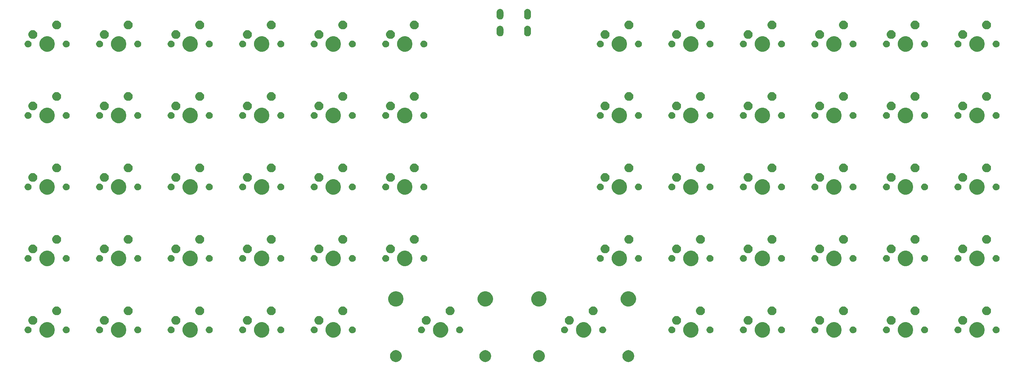
<source format=gbr>
G04 #@! TF.GenerationSoftware,KiCad,Pcbnew,(5.1.5)-3*
G04 #@! TF.CreationDate,2020-05-25T21:03:39-04:00*
G04 #@! TF.ProjectId,5-12,352d3132-2e6b-4696-9361-645f70636258,rev?*
G04 #@! TF.SameCoordinates,Original*
G04 #@! TF.FileFunction,Soldermask,Bot*
G04 #@! TF.FilePolarity,Negative*
%FSLAX46Y46*%
G04 Gerber Fmt 4.6, Leading zero omitted, Abs format (unit mm)*
G04 Created by KiCad (PCBNEW (5.1.5)-3) date 2020-05-25 21:03:39*
%MOMM*%
%LPD*%
G04 APERTURE LIST*
%ADD10C,0.100000*%
G04 APERTURE END LIST*
D10*
G36*
X176519767Y-160221513D02*
G01*
X176671911Y-160251776D01*
X176790637Y-160300954D01*
X176958541Y-160370502D01*
X176958542Y-160370503D01*
X177216504Y-160542867D01*
X177435883Y-160762246D01*
X177551053Y-160934611D01*
X177608248Y-161020209D01*
X177726974Y-161306840D01*
X177787500Y-161611125D01*
X177787500Y-161921375D01*
X177726974Y-162225660D01*
X177608248Y-162512291D01*
X177608247Y-162512292D01*
X177435883Y-162770254D01*
X177216504Y-162989633D01*
X177044139Y-163104803D01*
X176958541Y-163161998D01*
X176790637Y-163231546D01*
X176671911Y-163280724D01*
X176519767Y-163310987D01*
X176367625Y-163341250D01*
X176057375Y-163341250D01*
X175905233Y-163310987D01*
X175753089Y-163280724D01*
X175634363Y-163231546D01*
X175466459Y-163161998D01*
X175380861Y-163104803D01*
X175208496Y-162989633D01*
X174989117Y-162770254D01*
X174816753Y-162512292D01*
X174816752Y-162512291D01*
X174698026Y-162225660D01*
X174637500Y-161921375D01*
X174637500Y-161611125D01*
X174698026Y-161306840D01*
X174816752Y-161020209D01*
X174873947Y-160934611D01*
X174989117Y-160762246D01*
X175208496Y-160542867D01*
X175466458Y-160370503D01*
X175466459Y-160370502D01*
X175634363Y-160300954D01*
X175753089Y-160251776D01*
X175905233Y-160221513D01*
X176057375Y-160191250D01*
X176367625Y-160191250D01*
X176519767Y-160221513D01*
G37*
G36*
X114607267Y-160221513D02*
G01*
X114759411Y-160251776D01*
X114878137Y-160300954D01*
X115046041Y-160370502D01*
X115046042Y-160370503D01*
X115304004Y-160542867D01*
X115523383Y-160762246D01*
X115638553Y-160934611D01*
X115695748Y-161020209D01*
X115814474Y-161306840D01*
X115875000Y-161611125D01*
X115875000Y-161921375D01*
X115814474Y-162225660D01*
X115695748Y-162512291D01*
X115695747Y-162512292D01*
X115523383Y-162770254D01*
X115304004Y-162989633D01*
X115131639Y-163104803D01*
X115046041Y-163161998D01*
X114878137Y-163231546D01*
X114759411Y-163280724D01*
X114607267Y-163310987D01*
X114455125Y-163341250D01*
X114144875Y-163341250D01*
X113992733Y-163310987D01*
X113840589Y-163280724D01*
X113721863Y-163231546D01*
X113553959Y-163161998D01*
X113468361Y-163104803D01*
X113295996Y-162989633D01*
X113076617Y-162770254D01*
X112904253Y-162512292D01*
X112904252Y-162512291D01*
X112785526Y-162225660D01*
X112725000Y-161921375D01*
X112725000Y-161611125D01*
X112785526Y-161306840D01*
X112904252Y-161020209D01*
X112961447Y-160934611D01*
X113076617Y-160762246D01*
X113295996Y-160542867D01*
X113553958Y-160370503D01*
X113553959Y-160370502D01*
X113721863Y-160300954D01*
X113840589Y-160251776D01*
X113992733Y-160221513D01*
X114144875Y-160191250D01*
X114455125Y-160191250D01*
X114607267Y-160221513D01*
G37*
G36*
X138419767Y-160221513D02*
G01*
X138571911Y-160251776D01*
X138690637Y-160300954D01*
X138858541Y-160370502D01*
X138858542Y-160370503D01*
X139116504Y-160542867D01*
X139335883Y-160762246D01*
X139451053Y-160934611D01*
X139508248Y-161020209D01*
X139626974Y-161306840D01*
X139687500Y-161611125D01*
X139687500Y-161921375D01*
X139626974Y-162225660D01*
X139508248Y-162512291D01*
X139508247Y-162512292D01*
X139335883Y-162770254D01*
X139116504Y-162989633D01*
X138944139Y-163104803D01*
X138858541Y-163161998D01*
X138690637Y-163231546D01*
X138571911Y-163280724D01*
X138419767Y-163310987D01*
X138267625Y-163341250D01*
X137957375Y-163341250D01*
X137805233Y-163310987D01*
X137653089Y-163280724D01*
X137534363Y-163231546D01*
X137366459Y-163161998D01*
X137280861Y-163104803D01*
X137108496Y-162989633D01*
X136889117Y-162770254D01*
X136716753Y-162512292D01*
X136716752Y-162512291D01*
X136598026Y-162225660D01*
X136537500Y-161921375D01*
X136537500Y-161611125D01*
X136598026Y-161306840D01*
X136716752Y-161020209D01*
X136773947Y-160934611D01*
X136889117Y-160762246D01*
X137108496Y-160542867D01*
X137366458Y-160370503D01*
X137366459Y-160370502D01*
X137534363Y-160300954D01*
X137653089Y-160251776D01*
X137805233Y-160221513D01*
X137957375Y-160191250D01*
X138267625Y-160191250D01*
X138419767Y-160221513D01*
G37*
G36*
X152707267Y-160221513D02*
G01*
X152859411Y-160251776D01*
X152978137Y-160300954D01*
X153146041Y-160370502D01*
X153146042Y-160370503D01*
X153404004Y-160542867D01*
X153623383Y-160762246D01*
X153738553Y-160934611D01*
X153795748Y-161020209D01*
X153914474Y-161306840D01*
X153975000Y-161611125D01*
X153975000Y-161921375D01*
X153914474Y-162225660D01*
X153795748Y-162512291D01*
X153795747Y-162512292D01*
X153623383Y-162770254D01*
X153404004Y-162989633D01*
X153231639Y-163104803D01*
X153146041Y-163161998D01*
X152978137Y-163231546D01*
X152859411Y-163280724D01*
X152707267Y-163310987D01*
X152555125Y-163341250D01*
X152244875Y-163341250D01*
X152092733Y-163310987D01*
X151940589Y-163280724D01*
X151821863Y-163231546D01*
X151653959Y-163161998D01*
X151568361Y-163104803D01*
X151395996Y-162989633D01*
X151176617Y-162770254D01*
X151004253Y-162512292D01*
X151004252Y-162512291D01*
X150885526Y-162225660D01*
X150825000Y-161921375D01*
X150825000Y-161611125D01*
X150885526Y-161306840D01*
X151004252Y-161020209D01*
X151061447Y-160934611D01*
X151176617Y-160762246D01*
X151395996Y-160542867D01*
X151653958Y-160370503D01*
X151653959Y-160370502D01*
X151821863Y-160300954D01*
X151940589Y-160251776D01*
X152092733Y-160221513D01*
X152244875Y-160191250D01*
X152555125Y-160191250D01*
X152707267Y-160221513D01*
G37*
G36*
X98227724Y-152814934D02*
G01*
X98445724Y-152905233D01*
X98599873Y-152969083D01*
X98934798Y-153192873D01*
X99219627Y-153477702D01*
X99443417Y-153812627D01*
X99475812Y-153890836D01*
X99597566Y-154184776D01*
X99676150Y-154579844D01*
X99676150Y-154982656D01*
X99597566Y-155377724D01*
X99546701Y-155500522D01*
X99443417Y-155749873D01*
X99219627Y-156084798D01*
X98934798Y-156369627D01*
X98599873Y-156593417D01*
X98445724Y-156657267D01*
X98227724Y-156747566D01*
X97832656Y-156826150D01*
X97429844Y-156826150D01*
X97034776Y-156747566D01*
X96816776Y-156657267D01*
X96662627Y-156593417D01*
X96327702Y-156369627D01*
X96042873Y-156084798D01*
X95819083Y-155749873D01*
X95715799Y-155500522D01*
X95664934Y-155377724D01*
X95586350Y-154982656D01*
X95586350Y-154579844D01*
X95664934Y-154184776D01*
X95786688Y-153890836D01*
X95819083Y-153812627D01*
X96042873Y-153477702D01*
X96327702Y-153192873D01*
X96662627Y-152969083D01*
X96816776Y-152905233D01*
X97034776Y-152814934D01*
X97429844Y-152736350D01*
X97832656Y-152736350D01*
X98227724Y-152814934D01*
G37*
G36*
X193477724Y-152814934D02*
G01*
X193695724Y-152905233D01*
X193849873Y-152969083D01*
X194184798Y-153192873D01*
X194469627Y-153477702D01*
X194693417Y-153812627D01*
X194725812Y-153890836D01*
X194847566Y-154184776D01*
X194926150Y-154579844D01*
X194926150Y-154982656D01*
X194847566Y-155377724D01*
X194796701Y-155500522D01*
X194693417Y-155749873D01*
X194469627Y-156084798D01*
X194184798Y-156369627D01*
X193849873Y-156593417D01*
X193695724Y-156657267D01*
X193477724Y-156747566D01*
X193082656Y-156826150D01*
X192679844Y-156826150D01*
X192284776Y-156747566D01*
X192066776Y-156657267D01*
X191912627Y-156593417D01*
X191577702Y-156369627D01*
X191292873Y-156084798D01*
X191069083Y-155749873D01*
X190965799Y-155500522D01*
X190914934Y-155377724D01*
X190836350Y-154982656D01*
X190836350Y-154579844D01*
X190914934Y-154184776D01*
X191036688Y-153890836D01*
X191069083Y-153812627D01*
X191292873Y-153477702D01*
X191577702Y-153192873D01*
X191912627Y-152969083D01*
X192066776Y-152905233D01*
X192284776Y-152814934D01*
X192679844Y-152736350D01*
X193082656Y-152736350D01*
X193477724Y-152814934D01*
G37*
G36*
X79177724Y-152814934D02*
G01*
X79395724Y-152905233D01*
X79549873Y-152969083D01*
X79884798Y-153192873D01*
X80169627Y-153477702D01*
X80393417Y-153812627D01*
X80425812Y-153890836D01*
X80547566Y-154184776D01*
X80626150Y-154579844D01*
X80626150Y-154982656D01*
X80547566Y-155377724D01*
X80496701Y-155500522D01*
X80393417Y-155749873D01*
X80169627Y-156084798D01*
X79884798Y-156369627D01*
X79549873Y-156593417D01*
X79395724Y-156657267D01*
X79177724Y-156747566D01*
X78782656Y-156826150D01*
X78379844Y-156826150D01*
X77984776Y-156747566D01*
X77766776Y-156657267D01*
X77612627Y-156593417D01*
X77277702Y-156369627D01*
X76992873Y-156084798D01*
X76769083Y-155749873D01*
X76665799Y-155500522D01*
X76614934Y-155377724D01*
X76536350Y-154982656D01*
X76536350Y-154579844D01*
X76614934Y-154184776D01*
X76736688Y-153890836D01*
X76769083Y-153812627D01*
X76992873Y-153477702D01*
X77277702Y-153192873D01*
X77612627Y-152969083D01*
X77766776Y-152905233D01*
X77984776Y-152814934D01*
X78379844Y-152736350D01*
X78782656Y-152736350D01*
X79177724Y-152814934D01*
G37*
G36*
X60127724Y-152814934D02*
G01*
X60345724Y-152905233D01*
X60499873Y-152969083D01*
X60834798Y-153192873D01*
X61119627Y-153477702D01*
X61343417Y-153812627D01*
X61375812Y-153890836D01*
X61497566Y-154184776D01*
X61576150Y-154579844D01*
X61576150Y-154982656D01*
X61497566Y-155377724D01*
X61446701Y-155500522D01*
X61343417Y-155749873D01*
X61119627Y-156084798D01*
X60834798Y-156369627D01*
X60499873Y-156593417D01*
X60345724Y-156657267D01*
X60127724Y-156747566D01*
X59732656Y-156826150D01*
X59329844Y-156826150D01*
X58934776Y-156747566D01*
X58716776Y-156657267D01*
X58562627Y-156593417D01*
X58227702Y-156369627D01*
X57942873Y-156084798D01*
X57719083Y-155749873D01*
X57615799Y-155500522D01*
X57564934Y-155377724D01*
X57486350Y-154982656D01*
X57486350Y-154579844D01*
X57564934Y-154184776D01*
X57686688Y-153890836D01*
X57719083Y-153812627D01*
X57942873Y-153477702D01*
X58227702Y-153192873D01*
X58562627Y-152969083D01*
X58716776Y-152905233D01*
X58934776Y-152814934D01*
X59329844Y-152736350D01*
X59732656Y-152736350D01*
X60127724Y-152814934D01*
G37*
G36*
X41077724Y-152814934D02*
G01*
X41295724Y-152905233D01*
X41449873Y-152969083D01*
X41784798Y-153192873D01*
X42069627Y-153477702D01*
X42293417Y-153812627D01*
X42325812Y-153890836D01*
X42447566Y-154184776D01*
X42526150Y-154579844D01*
X42526150Y-154982656D01*
X42447566Y-155377724D01*
X42396701Y-155500522D01*
X42293417Y-155749873D01*
X42069627Y-156084798D01*
X41784798Y-156369627D01*
X41449873Y-156593417D01*
X41295724Y-156657267D01*
X41077724Y-156747566D01*
X40682656Y-156826150D01*
X40279844Y-156826150D01*
X39884776Y-156747566D01*
X39666776Y-156657267D01*
X39512627Y-156593417D01*
X39177702Y-156369627D01*
X38892873Y-156084798D01*
X38669083Y-155749873D01*
X38565799Y-155500522D01*
X38514934Y-155377724D01*
X38436350Y-154982656D01*
X38436350Y-154579844D01*
X38514934Y-154184776D01*
X38636688Y-153890836D01*
X38669083Y-153812627D01*
X38892873Y-153477702D01*
X39177702Y-153192873D01*
X39512627Y-152969083D01*
X39666776Y-152905233D01*
X39884776Y-152814934D01*
X40279844Y-152736350D01*
X40682656Y-152736350D01*
X41077724Y-152814934D01*
G37*
G36*
X22027724Y-152814934D02*
G01*
X22245724Y-152905233D01*
X22399873Y-152969083D01*
X22734798Y-153192873D01*
X23019627Y-153477702D01*
X23243417Y-153812627D01*
X23275812Y-153890836D01*
X23397566Y-154184776D01*
X23476150Y-154579844D01*
X23476150Y-154982656D01*
X23397566Y-155377724D01*
X23346701Y-155500522D01*
X23243417Y-155749873D01*
X23019627Y-156084798D01*
X22734798Y-156369627D01*
X22399873Y-156593417D01*
X22245724Y-156657267D01*
X22027724Y-156747566D01*
X21632656Y-156826150D01*
X21229844Y-156826150D01*
X20834776Y-156747566D01*
X20616776Y-156657267D01*
X20462627Y-156593417D01*
X20127702Y-156369627D01*
X19842873Y-156084798D01*
X19619083Y-155749873D01*
X19515799Y-155500522D01*
X19464934Y-155377724D01*
X19386350Y-154982656D01*
X19386350Y-154579844D01*
X19464934Y-154184776D01*
X19586688Y-153890836D01*
X19619083Y-153812627D01*
X19842873Y-153477702D01*
X20127702Y-153192873D01*
X20462627Y-152969083D01*
X20616776Y-152905233D01*
X20834776Y-152814934D01*
X21229844Y-152736350D01*
X21632656Y-152736350D01*
X22027724Y-152814934D01*
G37*
G36*
X126802724Y-152814934D02*
G01*
X127020724Y-152905233D01*
X127174873Y-152969083D01*
X127509798Y-153192873D01*
X127794627Y-153477702D01*
X128018417Y-153812627D01*
X128050812Y-153890836D01*
X128172566Y-154184776D01*
X128251150Y-154579844D01*
X128251150Y-154982656D01*
X128172566Y-155377724D01*
X128121701Y-155500522D01*
X128018417Y-155749873D01*
X127794627Y-156084798D01*
X127509798Y-156369627D01*
X127174873Y-156593417D01*
X127020724Y-156657267D01*
X126802724Y-156747566D01*
X126407656Y-156826150D01*
X126004844Y-156826150D01*
X125609776Y-156747566D01*
X125391776Y-156657267D01*
X125237627Y-156593417D01*
X124902702Y-156369627D01*
X124617873Y-156084798D01*
X124394083Y-155749873D01*
X124290799Y-155500522D01*
X124239934Y-155377724D01*
X124161350Y-154982656D01*
X124161350Y-154579844D01*
X124239934Y-154184776D01*
X124361688Y-153890836D01*
X124394083Y-153812627D01*
X124617873Y-153477702D01*
X124902702Y-153192873D01*
X125237627Y-152969083D01*
X125391776Y-152905233D01*
X125609776Y-152814934D01*
X126004844Y-152736350D01*
X126407656Y-152736350D01*
X126802724Y-152814934D01*
G37*
G36*
X250627724Y-152814934D02*
G01*
X250845724Y-152905233D01*
X250999873Y-152969083D01*
X251334798Y-153192873D01*
X251619627Y-153477702D01*
X251843417Y-153812627D01*
X251875812Y-153890836D01*
X251997566Y-154184776D01*
X252076150Y-154579844D01*
X252076150Y-154982656D01*
X251997566Y-155377724D01*
X251946701Y-155500522D01*
X251843417Y-155749873D01*
X251619627Y-156084798D01*
X251334798Y-156369627D01*
X250999873Y-156593417D01*
X250845724Y-156657267D01*
X250627724Y-156747566D01*
X250232656Y-156826150D01*
X249829844Y-156826150D01*
X249434776Y-156747566D01*
X249216776Y-156657267D01*
X249062627Y-156593417D01*
X248727702Y-156369627D01*
X248442873Y-156084798D01*
X248219083Y-155749873D01*
X248115799Y-155500522D01*
X248064934Y-155377724D01*
X247986350Y-154982656D01*
X247986350Y-154579844D01*
X248064934Y-154184776D01*
X248186688Y-153890836D01*
X248219083Y-153812627D01*
X248442873Y-153477702D01*
X248727702Y-153192873D01*
X249062627Y-152969083D01*
X249216776Y-152905233D01*
X249434776Y-152814934D01*
X249829844Y-152736350D01*
X250232656Y-152736350D01*
X250627724Y-152814934D01*
G37*
G36*
X269677724Y-152814934D02*
G01*
X269895724Y-152905233D01*
X270049873Y-152969083D01*
X270384798Y-153192873D01*
X270669627Y-153477702D01*
X270893417Y-153812627D01*
X270925812Y-153890836D01*
X271047566Y-154184776D01*
X271126150Y-154579844D01*
X271126150Y-154982656D01*
X271047566Y-155377724D01*
X270996701Y-155500522D01*
X270893417Y-155749873D01*
X270669627Y-156084798D01*
X270384798Y-156369627D01*
X270049873Y-156593417D01*
X269895724Y-156657267D01*
X269677724Y-156747566D01*
X269282656Y-156826150D01*
X268879844Y-156826150D01*
X268484776Y-156747566D01*
X268266776Y-156657267D01*
X268112627Y-156593417D01*
X267777702Y-156369627D01*
X267492873Y-156084798D01*
X267269083Y-155749873D01*
X267165799Y-155500522D01*
X267114934Y-155377724D01*
X267036350Y-154982656D01*
X267036350Y-154579844D01*
X267114934Y-154184776D01*
X267236688Y-153890836D01*
X267269083Y-153812627D01*
X267492873Y-153477702D01*
X267777702Y-153192873D01*
X268112627Y-152969083D01*
X268266776Y-152905233D01*
X268484776Y-152814934D01*
X268879844Y-152736350D01*
X269282656Y-152736350D01*
X269677724Y-152814934D01*
G37*
G36*
X212527724Y-152814934D02*
G01*
X212745724Y-152905233D01*
X212899873Y-152969083D01*
X213234798Y-153192873D01*
X213519627Y-153477702D01*
X213743417Y-153812627D01*
X213775812Y-153890836D01*
X213897566Y-154184776D01*
X213976150Y-154579844D01*
X213976150Y-154982656D01*
X213897566Y-155377724D01*
X213846701Y-155500522D01*
X213743417Y-155749873D01*
X213519627Y-156084798D01*
X213234798Y-156369627D01*
X212899873Y-156593417D01*
X212745724Y-156657267D01*
X212527724Y-156747566D01*
X212132656Y-156826150D01*
X211729844Y-156826150D01*
X211334776Y-156747566D01*
X211116776Y-156657267D01*
X210962627Y-156593417D01*
X210627702Y-156369627D01*
X210342873Y-156084798D01*
X210119083Y-155749873D01*
X210015799Y-155500522D01*
X209964934Y-155377724D01*
X209886350Y-154982656D01*
X209886350Y-154579844D01*
X209964934Y-154184776D01*
X210086688Y-153890836D01*
X210119083Y-153812627D01*
X210342873Y-153477702D01*
X210627702Y-153192873D01*
X210962627Y-152969083D01*
X211116776Y-152905233D01*
X211334776Y-152814934D01*
X211729844Y-152736350D01*
X212132656Y-152736350D01*
X212527724Y-152814934D01*
G37*
G36*
X164902724Y-152814934D02*
G01*
X165120724Y-152905233D01*
X165274873Y-152969083D01*
X165609798Y-153192873D01*
X165894627Y-153477702D01*
X166118417Y-153812627D01*
X166150812Y-153890836D01*
X166272566Y-154184776D01*
X166351150Y-154579844D01*
X166351150Y-154982656D01*
X166272566Y-155377724D01*
X166221701Y-155500522D01*
X166118417Y-155749873D01*
X165894627Y-156084798D01*
X165609798Y-156369627D01*
X165274873Y-156593417D01*
X165120724Y-156657267D01*
X164902724Y-156747566D01*
X164507656Y-156826150D01*
X164104844Y-156826150D01*
X163709776Y-156747566D01*
X163491776Y-156657267D01*
X163337627Y-156593417D01*
X163002702Y-156369627D01*
X162717873Y-156084798D01*
X162494083Y-155749873D01*
X162390799Y-155500522D01*
X162339934Y-155377724D01*
X162261350Y-154982656D01*
X162261350Y-154579844D01*
X162339934Y-154184776D01*
X162461688Y-153890836D01*
X162494083Y-153812627D01*
X162717873Y-153477702D01*
X163002702Y-153192873D01*
X163337627Y-152969083D01*
X163491776Y-152905233D01*
X163709776Y-152814934D01*
X164104844Y-152736350D01*
X164507656Y-152736350D01*
X164902724Y-152814934D01*
G37*
G36*
X231577724Y-152814934D02*
G01*
X231795724Y-152905233D01*
X231949873Y-152969083D01*
X232284798Y-153192873D01*
X232569627Y-153477702D01*
X232793417Y-153812627D01*
X232825812Y-153890836D01*
X232947566Y-154184776D01*
X233026150Y-154579844D01*
X233026150Y-154982656D01*
X232947566Y-155377724D01*
X232896701Y-155500522D01*
X232793417Y-155749873D01*
X232569627Y-156084798D01*
X232284798Y-156369627D01*
X231949873Y-156593417D01*
X231795724Y-156657267D01*
X231577724Y-156747566D01*
X231182656Y-156826150D01*
X230779844Y-156826150D01*
X230384776Y-156747566D01*
X230166776Y-156657267D01*
X230012627Y-156593417D01*
X229677702Y-156369627D01*
X229392873Y-156084798D01*
X229169083Y-155749873D01*
X229065799Y-155500522D01*
X229014934Y-155377724D01*
X228936350Y-154982656D01*
X228936350Y-154579844D01*
X229014934Y-154184776D01*
X229136688Y-153890836D01*
X229169083Y-153812627D01*
X229392873Y-153477702D01*
X229677702Y-153192873D01*
X230012627Y-152969083D01*
X230166776Y-152905233D01*
X230384776Y-152814934D01*
X230779844Y-152736350D01*
X231182656Y-152736350D01*
X231577724Y-152814934D01*
G37*
G36*
X54721354Y-153890835D02*
G01*
X54889876Y-153960639D01*
X55041541Y-154061978D01*
X55170522Y-154190959D01*
X55271861Y-154342624D01*
X55341665Y-154511146D01*
X55377250Y-154690047D01*
X55377250Y-154872453D01*
X55341665Y-155051354D01*
X55271861Y-155219876D01*
X55170522Y-155371541D01*
X55041541Y-155500522D01*
X54889876Y-155601861D01*
X54721354Y-155671665D01*
X54542453Y-155707250D01*
X54360047Y-155707250D01*
X54181146Y-155671665D01*
X54012624Y-155601861D01*
X53860959Y-155500522D01*
X53731978Y-155371541D01*
X53630639Y-155219876D01*
X53560835Y-155051354D01*
X53525250Y-154872453D01*
X53525250Y-154690047D01*
X53560835Y-154511146D01*
X53630639Y-154342624D01*
X53731978Y-154190959D01*
X53860959Y-154061978D01*
X54012624Y-153960639D01*
X54181146Y-153890835D01*
X54360047Y-153855250D01*
X54542453Y-153855250D01*
X54721354Y-153890835D01*
G37*
G36*
X236331354Y-153890835D02*
G01*
X236499876Y-153960639D01*
X236651541Y-154061978D01*
X236780522Y-154190959D01*
X236881861Y-154342624D01*
X236951665Y-154511146D01*
X236987250Y-154690047D01*
X236987250Y-154872453D01*
X236951665Y-155051354D01*
X236881861Y-155219876D01*
X236780522Y-155371541D01*
X236651541Y-155500522D01*
X236499876Y-155601861D01*
X236331354Y-155671665D01*
X236152453Y-155707250D01*
X235970047Y-155707250D01*
X235791146Y-155671665D01*
X235622624Y-155601861D01*
X235470959Y-155500522D01*
X235341978Y-155371541D01*
X235240639Y-155219876D01*
X235170835Y-155051354D01*
X235135250Y-154872453D01*
X235135250Y-154690047D01*
X235170835Y-154511146D01*
X235240639Y-154342624D01*
X235341978Y-154190959D01*
X235470959Y-154061978D01*
X235622624Y-153960639D01*
X235791146Y-153890835D01*
X235970047Y-153855250D01*
X236152453Y-153855250D01*
X236331354Y-153890835D01*
G37*
G36*
X83931354Y-153890835D02*
G01*
X84099876Y-153960639D01*
X84251541Y-154061978D01*
X84380522Y-154190959D01*
X84481861Y-154342624D01*
X84551665Y-154511146D01*
X84587250Y-154690047D01*
X84587250Y-154872453D01*
X84551665Y-155051354D01*
X84481861Y-155219876D01*
X84380522Y-155371541D01*
X84251541Y-155500522D01*
X84099876Y-155601861D01*
X83931354Y-155671665D01*
X83752453Y-155707250D01*
X83570047Y-155707250D01*
X83391146Y-155671665D01*
X83222624Y-155601861D01*
X83070959Y-155500522D01*
X82941978Y-155371541D01*
X82840639Y-155219876D01*
X82770835Y-155051354D01*
X82735250Y-154872453D01*
X82735250Y-154690047D01*
X82770835Y-154511146D01*
X82840639Y-154342624D01*
X82941978Y-154190959D01*
X83070959Y-154061978D01*
X83222624Y-153960639D01*
X83391146Y-153890835D01*
X83570047Y-153855250D01*
X83752453Y-153855250D01*
X83931354Y-153890835D01*
G37*
G36*
X73771354Y-153890835D02*
G01*
X73939876Y-153960639D01*
X74091541Y-154061978D01*
X74220522Y-154190959D01*
X74321861Y-154342624D01*
X74391665Y-154511146D01*
X74427250Y-154690047D01*
X74427250Y-154872453D01*
X74391665Y-155051354D01*
X74321861Y-155219876D01*
X74220522Y-155371541D01*
X74091541Y-155500522D01*
X73939876Y-155601861D01*
X73771354Y-155671665D01*
X73592453Y-155707250D01*
X73410047Y-155707250D01*
X73231146Y-155671665D01*
X73062624Y-155601861D01*
X72910959Y-155500522D01*
X72781978Y-155371541D01*
X72680639Y-155219876D01*
X72610835Y-155051354D01*
X72575250Y-154872453D01*
X72575250Y-154690047D01*
X72610835Y-154511146D01*
X72680639Y-154342624D01*
X72781978Y-154190959D01*
X72910959Y-154061978D01*
X73062624Y-153960639D01*
X73231146Y-153890835D01*
X73410047Y-153855250D01*
X73592453Y-153855250D01*
X73771354Y-153890835D01*
G37*
G36*
X207121354Y-153890835D02*
G01*
X207289876Y-153960639D01*
X207441541Y-154061978D01*
X207570522Y-154190959D01*
X207671861Y-154342624D01*
X207741665Y-154511146D01*
X207777250Y-154690047D01*
X207777250Y-154872453D01*
X207741665Y-155051354D01*
X207671861Y-155219876D01*
X207570522Y-155371541D01*
X207441541Y-155500522D01*
X207289876Y-155601861D01*
X207121354Y-155671665D01*
X206942453Y-155707250D01*
X206760047Y-155707250D01*
X206581146Y-155671665D01*
X206412624Y-155601861D01*
X206260959Y-155500522D01*
X206131978Y-155371541D01*
X206030639Y-155219876D01*
X205960835Y-155051354D01*
X205925250Y-154872453D01*
X205925250Y-154690047D01*
X205960835Y-154511146D01*
X206030639Y-154342624D01*
X206131978Y-154190959D01*
X206260959Y-154061978D01*
X206412624Y-153960639D01*
X206581146Y-153890835D01*
X206760047Y-153855250D01*
X206942453Y-153855250D01*
X207121354Y-153890835D01*
G37*
G36*
X102981354Y-153890835D02*
G01*
X103149876Y-153960639D01*
X103301541Y-154061978D01*
X103430522Y-154190959D01*
X103531861Y-154342624D01*
X103601665Y-154511146D01*
X103637250Y-154690047D01*
X103637250Y-154872453D01*
X103601665Y-155051354D01*
X103531861Y-155219876D01*
X103430522Y-155371541D01*
X103301541Y-155500522D01*
X103149876Y-155601861D01*
X102981354Y-155671665D01*
X102802453Y-155707250D01*
X102620047Y-155707250D01*
X102441146Y-155671665D01*
X102272624Y-155601861D01*
X102120959Y-155500522D01*
X101991978Y-155371541D01*
X101890639Y-155219876D01*
X101820835Y-155051354D01*
X101785250Y-154872453D01*
X101785250Y-154690047D01*
X101820835Y-154511146D01*
X101890639Y-154342624D01*
X101991978Y-154190959D01*
X102120959Y-154061978D01*
X102272624Y-153960639D01*
X102441146Y-153890835D01*
X102620047Y-153855250D01*
X102802453Y-153855250D01*
X102981354Y-153890835D01*
G37*
G36*
X92821354Y-153890835D02*
G01*
X92989876Y-153960639D01*
X93141541Y-154061978D01*
X93270522Y-154190959D01*
X93371861Y-154342624D01*
X93441665Y-154511146D01*
X93477250Y-154690047D01*
X93477250Y-154872453D01*
X93441665Y-155051354D01*
X93371861Y-155219876D01*
X93270522Y-155371541D01*
X93141541Y-155500522D01*
X92989876Y-155601861D01*
X92821354Y-155671665D01*
X92642453Y-155707250D01*
X92460047Y-155707250D01*
X92281146Y-155671665D01*
X92112624Y-155601861D01*
X91960959Y-155500522D01*
X91831978Y-155371541D01*
X91730639Y-155219876D01*
X91660835Y-155051354D01*
X91625250Y-154872453D01*
X91625250Y-154690047D01*
X91660835Y-154511146D01*
X91730639Y-154342624D01*
X91831978Y-154190959D01*
X91960959Y-154061978D01*
X92112624Y-153960639D01*
X92281146Y-153890835D01*
X92460047Y-153855250D01*
X92642453Y-153855250D01*
X92821354Y-153890835D01*
G37*
G36*
X217281354Y-153890835D02*
G01*
X217449876Y-153960639D01*
X217601541Y-154061978D01*
X217730522Y-154190959D01*
X217831861Y-154342624D01*
X217901665Y-154511146D01*
X217937250Y-154690047D01*
X217937250Y-154872453D01*
X217901665Y-155051354D01*
X217831861Y-155219876D01*
X217730522Y-155371541D01*
X217601541Y-155500522D01*
X217449876Y-155601861D01*
X217281354Y-155671665D01*
X217102453Y-155707250D01*
X216920047Y-155707250D01*
X216741146Y-155671665D01*
X216572624Y-155601861D01*
X216420959Y-155500522D01*
X216291978Y-155371541D01*
X216190639Y-155219876D01*
X216120835Y-155051354D01*
X216085250Y-154872453D01*
X216085250Y-154690047D01*
X216120835Y-154511146D01*
X216190639Y-154342624D01*
X216291978Y-154190959D01*
X216420959Y-154061978D01*
X216572624Y-153960639D01*
X216741146Y-153890835D01*
X216920047Y-153855250D01*
X217102453Y-153855250D01*
X217281354Y-153890835D01*
G37*
G36*
X188071354Y-153890835D02*
G01*
X188239876Y-153960639D01*
X188391541Y-154061978D01*
X188520522Y-154190959D01*
X188621861Y-154342624D01*
X188691665Y-154511146D01*
X188727250Y-154690047D01*
X188727250Y-154872453D01*
X188691665Y-155051354D01*
X188621861Y-155219876D01*
X188520522Y-155371541D01*
X188391541Y-155500522D01*
X188239876Y-155601861D01*
X188071354Y-155671665D01*
X187892453Y-155707250D01*
X187710047Y-155707250D01*
X187531146Y-155671665D01*
X187362624Y-155601861D01*
X187210959Y-155500522D01*
X187081978Y-155371541D01*
X186980639Y-155219876D01*
X186910835Y-155051354D01*
X186875250Y-154872453D01*
X186875250Y-154690047D01*
X186910835Y-154511146D01*
X186980639Y-154342624D01*
X187081978Y-154190959D01*
X187210959Y-154061978D01*
X187362624Y-153960639D01*
X187531146Y-153890835D01*
X187710047Y-153855250D01*
X187892453Y-153855250D01*
X188071354Y-153890835D01*
G37*
G36*
X159496354Y-153890835D02*
G01*
X159664876Y-153960639D01*
X159816541Y-154061978D01*
X159945522Y-154190959D01*
X160046861Y-154342624D01*
X160116665Y-154511146D01*
X160152250Y-154690047D01*
X160152250Y-154872453D01*
X160116665Y-155051354D01*
X160046861Y-155219876D01*
X159945522Y-155371541D01*
X159816541Y-155500522D01*
X159664876Y-155601861D01*
X159496354Y-155671665D01*
X159317453Y-155707250D01*
X159135047Y-155707250D01*
X158956146Y-155671665D01*
X158787624Y-155601861D01*
X158635959Y-155500522D01*
X158506978Y-155371541D01*
X158405639Y-155219876D01*
X158335835Y-155051354D01*
X158300250Y-154872453D01*
X158300250Y-154690047D01*
X158335835Y-154511146D01*
X158405639Y-154342624D01*
X158506978Y-154190959D01*
X158635959Y-154061978D01*
X158787624Y-153960639D01*
X158956146Y-153890835D01*
X159135047Y-153855250D01*
X159317453Y-153855250D01*
X159496354Y-153890835D01*
G37*
G36*
X264271354Y-153890835D02*
G01*
X264439876Y-153960639D01*
X264591541Y-154061978D01*
X264720522Y-154190959D01*
X264821861Y-154342624D01*
X264891665Y-154511146D01*
X264927250Y-154690047D01*
X264927250Y-154872453D01*
X264891665Y-155051354D01*
X264821861Y-155219876D01*
X264720522Y-155371541D01*
X264591541Y-155500522D01*
X264439876Y-155601861D01*
X264271354Y-155671665D01*
X264092453Y-155707250D01*
X263910047Y-155707250D01*
X263731146Y-155671665D01*
X263562624Y-155601861D01*
X263410959Y-155500522D01*
X263281978Y-155371541D01*
X263180639Y-155219876D01*
X263110835Y-155051354D01*
X263075250Y-154872453D01*
X263075250Y-154690047D01*
X263110835Y-154511146D01*
X263180639Y-154342624D01*
X263281978Y-154190959D01*
X263410959Y-154061978D01*
X263562624Y-153960639D01*
X263731146Y-153890835D01*
X263910047Y-153855250D01*
X264092453Y-153855250D01*
X264271354Y-153890835D01*
G37*
G36*
X169656354Y-153890835D02*
G01*
X169824876Y-153960639D01*
X169976541Y-154061978D01*
X170105522Y-154190959D01*
X170206861Y-154342624D01*
X170276665Y-154511146D01*
X170312250Y-154690047D01*
X170312250Y-154872453D01*
X170276665Y-155051354D01*
X170206861Y-155219876D01*
X170105522Y-155371541D01*
X169976541Y-155500522D01*
X169824876Y-155601861D01*
X169656354Y-155671665D01*
X169477453Y-155707250D01*
X169295047Y-155707250D01*
X169116146Y-155671665D01*
X168947624Y-155601861D01*
X168795959Y-155500522D01*
X168666978Y-155371541D01*
X168565639Y-155219876D01*
X168495835Y-155051354D01*
X168460250Y-154872453D01*
X168460250Y-154690047D01*
X168495835Y-154511146D01*
X168565639Y-154342624D01*
X168666978Y-154190959D01*
X168795959Y-154061978D01*
X168947624Y-153960639D01*
X169116146Y-153890835D01*
X169295047Y-153855250D01*
X169477453Y-153855250D01*
X169656354Y-153890835D01*
G37*
G36*
X226171354Y-153890835D02*
G01*
X226339876Y-153960639D01*
X226491541Y-154061978D01*
X226620522Y-154190959D01*
X226721861Y-154342624D01*
X226791665Y-154511146D01*
X226827250Y-154690047D01*
X226827250Y-154872453D01*
X226791665Y-155051354D01*
X226721861Y-155219876D01*
X226620522Y-155371541D01*
X226491541Y-155500522D01*
X226339876Y-155601861D01*
X226171354Y-155671665D01*
X225992453Y-155707250D01*
X225810047Y-155707250D01*
X225631146Y-155671665D01*
X225462624Y-155601861D01*
X225310959Y-155500522D01*
X225181978Y-155371541D01*
X225080639Y-155219876D01*
X225010835Y-155051354D01*
X224975250Y-154872453D01*
X224975250Y-154690047D01*
X225010835Y-154511146D01*
X225080639Y-154342624D01*
X225181978Y-154190959D01*
X225310959Y-154061978D01*
X225462624Y-153960639D01*
X225631146Y-153890835D01*
X225810047Y-153855250D01*
X225992453Y-153855250D01*
X226171354Y-153890835D01*
G37*
G36*
X121396354Y-153890835D02*
G01*
X121564876Y-153960639D01*
X121716541Y-154061978D01*
X121845522Y-154190959D01*
X121946861Y-154342624D01*
X122016665Y-154511146D01*
X122052250Y-154690047D01*
X122052250Y-154872453D01*
X122016665Y-155051354D01*
X121946861Y-155219876D01*
X121845522Y-155371541D01*
X121716541Y-155500522D01*
X121564876Y-155601861D01*
X121396354Y-155671665D01*
X121217453Y-155707250D01*
X121035047Y-155707250D01*
X120856146Y-155671665D01*
X120687624Y-155601861D01*
X120535959Y-155500522D01*
X120406978Y-155371541D01*
X120305639Y-155219876D01*
X120235835Y-155051354D01*
X120200250Y-154872453D01*
X120200250Y-154690047D01*
X120235835Y-154511146D01*
X120305639Y-154342624D01*
X120406978Y-154190959D01*
X120535959Y-154061978D01*
X120687624Y-153960639D01*
X120856146Y-153890835D01*
X121035047Y-153855250D01*
X121217453Y-153855250D01*
X121396354Y-153890835D01*
G37*
G36*
X35671354Y-153890835D02*
G01*
X35839876Y-153960639D01*
X35991541Y-154061978D01*
X36120522Y-154190959D01*
X36221861Y-154342624D01*
X36291665Y-154511146D01*
X36327250Y-154690047D01*
X36327250Y-154872453D01*
X36291665Y-155051354D01*
X36221861Y-155219876D01*
X36120522Y-155371541D01*
X35991541Y-155500522D01*
X35839876Y-155601861D01*
X35671354Y-155671665D01*
X35492453Y-155707250D01*
X35310047Y-155707250D01*
X35131146Y-155671665D01*
X34962624Y-155601861D01*
X34810959Y-155500522D01*
X34681978Y-155371541D01*
X34580639Y-155219876D01*
X34510835Y-155051354D01*
X34475250Y-154872453D01*
X34475250Y-154690047D01*
X34510835Y-154511146D01*
X34580639Y-154342624D01*
X34681978Y-154190959D01*
X34810959Y-154061978D01*
X34962624Y-153960639D01*
X35131146Y-153890835D01*
X35310047Y-153855250D01*
X35492453Y-153855250D01*
X35671354Y-153890835D01*
G37*
G36*
X45831354Y-153890835D02*
G01*
X45999876Y-153960639D01*
X46151541Y-154061978D01*
X46280522Y-154190959D01*
X46381861Y-154342624D01*
X46451665Y-154511146D01*
X46487250Y-154690047D01*
X46487250Y-154872453D01*
X46451665Y-155051354D01*
X46381861Y-155219876D01*
X46280522Y-155371541D01*
X46151541Y-155500522D01*
X45999876Y-155601861D01*
X45831354Y-155671665D01*
X45652453Y-155707250D01*
X45470047Y-155707250D01*
X45291146Y-155671665D01*
X45122624Y-155601861D01*
X44970959Y-155500522D01*
X44841978Y-155371541D01*
X44740639Y-155219876D01*
X44670835Y-155051354D01*
X44635250Y-154872453D01*
X44635250Y-154690047D01*
X44670835Y-154511146D01*
X44740639Y-154342624D01*
X44841978Y-154190959D01*
X44970959Y-154061978D01*
X45122624Y-153960639D01*
X45291146Y-153890835D01*
X45470047Y-153855250D01*
X45652453Y-153855250D01*
X45831354Y-153890835D01*
G37*
G36*
X16621354Y-153890835D02*
G01*
X16789876Y-153960639D01*
X16941541Y-154061978D01*
X17070522Y-154190959D01*
X17171861Y-154342624D01*
X17241665Y-154511146D01*
X17277250Y-154690047D01*
X17277250Y-154872453D01*
X17241665Y-155051354D01*
X17171861Y-155219876D01*
X17070522Y-155371541D01*
X16941541Y-155500522D01*
X16789876Y-155601861D01*
X16621354Y-155671665D01*
X16442453Y-155707250D01*
X16260047Y-155707250D01*
X16081146Y-155671665D01*
X15912624Y-155601861D01*
X15760959Y-155500522D01*
X15631978Y-155371541D01*
X15530639Y-155219876D01*
X15460835Y-155051354D01*
X15425250Y-154872453D01*
X15425250Y-154690047D01*
X15460835Y-154511146D01*
X15530639Y-154342624D01*
X15631978Y-154190959D01*
X15760959Y-154061978D01*
X15912624Y-153960639D01*
X16081146Y-153890835D01*
X16260047Y-153855250D01*
X16442453Y-153855250D01*
X16621354Y-153890835D01*
G37*
G36*
X64881354Y-153890835D02*
G01*
X65049876Y-153960639D01*
X65201541Y-154061978D01*
X65330522Y-154190959D01*
X65431861Y-154342624D01*
X65501665Y-154511146D01*
X65537250Y-154690047D01*
X65537250Y-154872453D01*
X65501665Y-155051354D01*
X65431861Y-155219876D01*
X65330522Y-155371541D01*
X65201541Y-155500522D01*
X65049876Y-155601861D01*
X64881354Y-155671665D01*
X64702453Y-155707250D01*
X64520047Y-155707250D01*
X64341146Y-155671665D01*
X64172624Y-155601861D01*
X64020959Y-155500522D01*
X63891978Y-155371541D01*
X63790639Y-155219876D01*
X63720835Y-155051354D01*
X63685250Y-154872453D01*
X63685250Y-154690047D01*
X63720835Y-154511146D01*
X63790639Y-154342624D01*
X63891978Y-154190959D01*
X64020959Y-154061978D01*
X64172624Y-153960639D01*
X64341146Y-153890835D01*
X64520047Y-153855250D01*
X64702453Y-153855250D01*
X64881354Y-153890835D01*
G37*
G36*
X26781354Y-153890835D02*
G01*
X26949876Y-153960639D01*
X27101541Y-154061978D01*
X27230522Y-154190959D01*
X27331861Y-154342624D01*
X27401665Y-154511146D01*
X27437250Y-154690047D01*
X27437250Y-154872453D01*
X27401665Y-155051354D01*
X27331861Y-155219876D01*
X27230522Y-155371541D01*
X27101541Y-155500522D01*
X26949876Y-155601861D01*
X26781354Y-155671665D01*
X26602453Y-155707250D01*
X26420047Y-155707250D01*
X26241146Y-155671665D01*
X26072624Y-155601861D01*
X25920959Y-155500522D01*
X25791978Y-155371541D01*
X25690639Y-155219876D01*
X25620835Y-155051354D01*
X25585250Y-154872453D01*
X25585250Y-154690047D01*
X25620835Y-154511146D01*
X25690639Y-154342624D01*
X25791978Y-154190959D01*
X25920959Y-154061978D01*
X26072624Y-153960639D01*
X26241146Y-153890835D01*
X26420047Y-153855250D01*
X26602453Y-153855250D01*
X26781354Y-153890835D01*
G37*
G36*
X255381354Y-153890835D02*
G01*
X255549876Y-153960639D01*
X255701541Y-154061978D01*
X255830522Y-154190959D01*
X255931861Y-154342624D01*
X256001665Y-154511146D01*
X256037250Y-154690047D01*
X256037250Y-154872453D01*
X256001665Y-155051354D01*
X255931861Y-155219876D01*
X255830522Y-155371541D01*
X255701541Y-155500522D01*
X255549876Y-155601861D01*
X255381354Y-155671665D01*
X255202453Y-155707250D01*
X255020047Y-155707250D01*
X254841146Y-155671665D01*
X254672624Y-155601861D01*
X254520959Y-155500522D01*
X254391978Y-155371541D01*
X254290639Y-155219876D01*
X254220835Y-155051354D01*
X254185250Y-154872453D01*
X254185250Y-154690047D01*
X254220835Y-154511146D01*
X254290639Y-154342624D01*
X254391978Y-154190959D01*
X254520959Y-154061978D01*
X254672624Y-153960639D01*
X254841146Y-153890835D01*
X255020047Y-153855250D01*
X255202453Y-153855250D01*
X255381354Y-153890835D01*
G37*
G36*
X274431354Y-153890835D02*
G01*
X274599876Y-153960639D01*
X274751541Y-154061978D01*
X274880522Y-154190959D01*
X274981861Y-154342624D01*
X275051665Y-154511146D01*
X275087250Y-154690047D01*
X275087250Y-154872453D01*
X275051665Y-155051354D01*
X274981861Y-155219876D01*
X274880522Y-155371541D01*
X274751541Y-155500522D01*
X274599876Y-155601861D01*
X274431354Y-155671665D01*
X274252453Y-155707250D01*
X274070047Y-155707250D01*
X273891146Y-155671665D01*
X273722624Y-155601861D01*
X273570959Y-155500522D01*
X273441978Y-155371541D01*
X273340639Y-155219876D01*
X273270835Y-155051354D01*
X273235250Y-154872453D01*
X273235250Y-154690047D01*
X273270835Y-154511146D01*
X273340639Y-154342624D01*
X273441978Y-154190959D01*
X273570959Y-154061978D01*
X273722624Y-153960639D01*
X273891146Y-153890835D01*
X274070047Y-153855250D01*
X274252453Y-153855250D01*
X274431354Y-153890835D01*
G37*
G36*
X245221354Y-153890835D02*
G01*
X245389876Y-153960639D01*
X245541541Y-154061978D01*
X245670522Y-154190959D01*
X245771861Y-154342624D01*
X245841665Y-154511146D01*
X245877250Y-154690047D01*
X245877250Y-154872453D01*
X245841665Y-155051354D01*
X245771861Y-155219876D01*
X245670522Y-155371541D01*
X245541541Y-155500522D01*
X245389876Y-155601861D01*
X245221354Y-155671665D01*
X245042453Y-155707250D01*
X244860047Y-155707250D01*
X244681146Y-155671665D01*
X244512624Y-155601861D01*
X244360959Y-155500522D01*
X244231978Y-155371541D01*
X244130639Y-155219876D01*
X244060835Y-155051354D01*
X244025250Y-154872453D01*
X244025250Y-154690047D01*
X244060835Y-154511146D01*
X244130639Y-154342624D01*
X244231978Y-154190959D01*
X244360959Y-154061978D01*
X244512624Y-153960639D01*
X244681146Y-153890835D01*
X244860047Y-153855250D01*
X245042453Y-153855250D01*
X245221354Y-153890835D01*
G37*
G36*
X198231354Y-153890835D02*
G01*
X198399876Y-153960639D01*
X198551541Y-154061978D01*
X198680522Y-154190959D01*
X198781861Y-154342624D01*
X198851665Y-154511146D01*
X198887250Y-154690047D01*
X198887250Y-154872453D01*
X198851665Y-155051354D01*
X198781861Y-155219876D01*
X198680522Y-155371541D01*
X198551541Y-155500522D01*
X198399876Y-155601861D01*
X198231354Y-155671665D01*
X198052453Y-155707250D01*
X197870047Y-155707250D01*
X197691146Y-155671665D01*
X197522624Y-155601861D01*
X197370959Y-155500522D01*
X197241978Y-155371541D01*
X197140639Y-155219876D01*
X197070835Y-155051354D01*
X197035250Y-154872453D01*
X197035250Y-154690047D01*
X197070835Y-154511146D01*
X197140639Y-154342624D01*
X197241978Y-154190959D01*
X197370959Y-154061978D01*
X197522624Y-153960639D01*
X197691146Y-153890835D01*
X197870047Y-153855250D01*
X198052453Y-153855250D01*
X198231354Y-153890835D01*
G37*
G36*
X131556354Y-153890835D02*
G01*
X131724876Y-153960639D01*
X131876541Y-154061978D01*
X132005522Y-154190959D01*
X132106861Y-154342624D01*
X132176665Y-154511146D01*
X132212250Y-154690047D01*
X132212250Y-154872453D01*
X132176665Y-155051354D01*
X132106861Y-155219876D01*
X132005522Y-155371541D01*
X131876541Y-155500522D01*
X131724876Y-155601861D01*
X131556354Y-155671665D01*
X131377453Y-155707250D01*
X131195047Y-155707250D01*
X131016146Y-155671665D01*
X130847624Y-155601861D01*
X130695959Y-155500522D01*
X130566978Y-155371541D01*
X130465639Y-155219876D01*
X130395835Y-155051354D01*
X130360250Y-154872453D01*
X130360250Y-154690047D01*
X130395835Y-154511146D01*
X130465639Y-154342624D01*
X130566978Y-154190959D01*
X130695959Y-154061978D01*
X130847624Y-153960639D01*
X131016146Y-153890835D01*
X131195047Y-153855250D01*
X131377453Y-153855250D01*
X131556354Y-153890835D01*
G37*
G36*
X189262810Y-151080314D02*
G01*
X189414277Y-151110443D01*
X189628295Y-151199092D01*
X189628296Y-151199093D01*
X189820904Y-151327789D01*
X189984711Y-151491596D01*
X190070508Y-151620001D01*
X190113408Y-151684205D01*
X190202057Y-151898223D01*
X190247250Y-152125424D01*
X190247250Y-152357076D01*
X190202057Y-152584277D01*
X190113408Y-152798295D01*
X190113407Y-152798296D01*
X189984711Y-152990904D01*
X189820904Y-153154711D01*
X189763790Y-153192873D01*
X189628295Y-153283408D01*
X189414277Y-153372057D01*
X189262810Y-153402186D01*
X189187077Y-153417250D01*
X188955423Y-153417250D01*
X188879690Y-153402186D01*
X188728223Y-153372057D01*
X188514205Y-153283408D01*
X188378710Y-153192873D01*
X188321596Y-153154711D01*
X188157789Y-152990904D01*
X188029093Y-152798296D01*
X188029092Y-152798295D01*
X187940443Y-152584277D01*
X187895250Y-152357076D01*
X187895250Y-152125424D01*
X187940443Y-151898223D01*
X188029092Y-151684205D01*
X188071992Y-151620001D01*
X188157789Y-151491596D01*
X188321596Y-151327789D01*
X188514204Y-151199093D01*
X188514205Y-151199092D01*
X188728223Y-151110443D01*
X188879690Y-151080314D01*
X188955423Y-151065250D01*
X189187077Y-151065250D01*
X189262810Y-151080314D01*
G37*
G36*
X122587810Y-151080314D02*
G01*
X122739277Y-151110443D01*
X122953295Y-151199092D01*
X122953296Y-151199093D01*
X123145904Y-151327789D01*
X123309711Y-151491596D01*
X123395508Y-151620001D01*
X123438408Y-151684205D01*
X123527057Y-151898223D01*
X123572250Y-152125424D01*
X123572250Y-152357076D01*
X123527057Y-152584277D01*
X123438408Y-152798295D01*
X123438407Y-152798296D01*
X123309711Y-152990904D01*
X123145904Y-153154711D01*
X123088790Y-153192873D01*
X122953295Y-153283408D01*
X122739277Y-153372057D01*
X122587810Y-153402186D01*
X122512077Y-153417250D01*
X122280423Y-153417250D01*
X122204690Y-153402186D01*
X122053223Y-153372057D01*
X121839205Y-153283408D01*
X121703710Y-153192873D01*
X121646596Y-153154711D01*
X121482789Y-152990904D01*
X121354093Y-152798296D01*
X121354092Y-152798295D01*
X121265443Y-152584277D01*
X121220250Y-152357076D01*
X121220250Y-152125424D01*
X121265443Y-151898223D01*
X121354092Y-151684205D01*
X121396992Y-151620001D01*
X121482789Y-151491596D01*
X121646596Y-151327789D01*
X121839204Y-151199093D01*
X121839205Y-151199092D01*
X122053223Y-151110443D01*
X122204690Y-151080314D01*
X122280423Y-151065250D01*
X122512077Y-151065250D01*
X122587810Y-151080314D01*
G37*
G36*
X94012810Y-151080314D02*
G01*
X94164277Y-151110443D01*
X94378295Y-151199092D01*
X94378296Y-151199093D01*
X94570904Y-151327789D01*
X94734711Y-151491596D01*
X94820508Y-151620001D01*
X94863408Y-151684205D01*
X94952057Y-151898223D01*
X94997250Y-152125424D01*
X94997250Y-152357076D01*
X94952057Y-152584277D01*
X94863408Y-152798295D01*
X94863407Y-152798296D01*
X94734711Y-152990904D01*
X94570904Y-153154711D01*
X94513790Y-153192873D01*
X94378295Y-153283408D01*
X94164277Y-153372057D01*
X94012810Y-153402186D01*
X93937077Y-153417250D01*
X93705423Y-153417250D01*
X93629690Y-153402186D01*
X93478223Y-153372057D01*
X93264205Y-153283408D01*
X93128710Y-153192873D01*
X93071596Y-153154711D01*
X92907789Y-152990904D01*
X92779093Y-152798296D01*
X92779092Y-152798295D01*
X92690443Y-152584277D01*
X92645250Y-152357076D01*
X92645250Y-152125424D01*
X92690443Y-151898223D01*
X92779092Y-151684205D01*
X92821992Y-151620001D01*
X92907789Y-151491596D01*
X93071596Y-151327789D01*
X93264204Y-151199093D01*
X93264205Y-151199092D01*
X93478223Y-151110443D01*
X93629690Y-151080314D01*
X93705423Y-151065250D01*
X93937077Y-151065250D01*
X94012810Y-151080314D01*
G37*
G36*
X55912810Y-151080314D02*
G01*
X56064277Y-151110443D01*
X56278295Y-151199092D01*
X56278296Y-151199093D01*
X56470904Y-151327789D01*
X56634711Y-151491596D01*
X56720508Y-151620001D01*
X56763408Y-151684205D01*
X56852057Y-151898223D01*
X56897250Y-152125424D01*
X56897250Y-152357076D01*
X56852057Y-152584277D01*
X56763408Y-152798295D01*
X56763407Y-152798296D01*
X56634711Y-152990904D01*
X56470904Y-153154711D01*
X56413790Y-153192873D01*
X56278295Y-153283408D01*
X56064277Y-153372057D01*
X55912810Y-153402186D01*
X55837077Y-153417250D01*
X55605423Y-153417250D01*
X55529690Y-153402186D01*
X55378223Y-153372057D01*
X55164205Y-153283408D01*
X55028710Y-153192873D01*
X54971596Y-153154711D01*
X54807789Y-152990904D01*
X54679093Y-152798296D01*
X54679092Y-152798295D01*
X54590443Y-152584277D01*
X54545250Y-152357076D01*
X54545250Y-152125424D01*
X54590443Y-151898223D01*
X54679092Y-151684205D01*
X54721992Y-151620001D01*
X54807789Y-151491596D01*
X54971596Y-151327789D01*
X55164204Y-151199093D01*
X55164205Y-151199092D01*
X55378223Y-151110443D01*
X55529690Y-151080314D01*
X55605423Y-151065250D01*
X55837077Y-151065250D01*
X55912810Y-151080314D01*
G37*
G36*
X74962810Y-151080314D02*
G01*
X75114277Y-151110443D01*
X75328295Y-151199092D01*
X75328296Y-151199093D01*
X75520904Y-151327789D01*
X75684711Y-151491596D01*
X75770508Y-151620001D01*
X75813408Y-151684205D01*
X75902057Y-151898223D01*
X75947250Y-152125424D01*
X75947250Y-152357076D01*
X75902057Y-152584277D01*
X75813408Y-152798295D01*
X75813407Y-152798296D01*
X75684711Y-152990904D01*
X75520904Y-153154711D01*
X75463790Y-153192873D01*
X75328295Y-153283408D01*
X75114277Y-153372057D01*
X74962810Y-153402186D01*
X74887077Y-153417250D01*
X74655423Y-153417250D01*
X74579690Y-153402186D01*
X74428223Y-153372057D01*
X74214205Y-153283408D01*
X74078710Y-153192873D01*
X74021596Y-153154711D01*
X73857789Y-152990904D01*
X73729093Y-152798296D01*
X73729092Y-152798295D01*
X73640443Y-152584277D01*
X73595250Y-152357076D01*
X73595250Y-152125424D01*
X73640443Y-151898223D01*
X73729092Y-151684205D01*
X73771992Y-151620001D01*
X73857789Y-151491596D01*
X74021596Y-151327789D01*
X74214204Y-151199093D01*
X74214205Y-151199092D01*
X74428223Y-151110443D01*
X74579690Y-151080314D01*
X74655423Y-151065250D01*
X74887077Y-151065250D01*
X74962810Y-151080314D01*
G37*
G36*
X36862810Y-151080314D02*
G01*
X37014277Y-151110443D01*
X37228295Y-151199092D01*
X37228296Y-151199093D01*
X37420904Y-151327789D01*
X37584711Y-151491596D01*
X37670508Y-151620001D01*
X37713408Y-151684205D01*
X37802057Y-151898223D01*
X37847250Y-152125424D01*
X37847250Y-152357076D01*
X37802057Y-152584277D01*
X37713408Y-152798295D01*
X37713407Y-152798296D01*
X37584711Y-152990904D01*
X37420904Y-153154711D01*
X37363790Y-153192873D01*
X37228295Y-153283408D01*
X37014277Y-153372057D01*
X36862810Y-153402186D01*
X36787077Y-153417250D01*
X36555423Y-153417250D01*
X36479690Y-153402186D01*
X36328223Y-153372057D01*
X36114205Y-153283408D01*
X35978710Y-153192873D01*
X35921596Y-153154711D01*
X35757789Y-152990904D01*
X35629093Y-152798296D01*
X35629092Y-152798295D01*
X35540443Y-152584277D01*
X35495250Y-152357076D01*
X35495250Y-152125424D01*
X35540443Y-151898223D01*
X35629092Y-151684205D01*
X35671992Y-151620001D01*
X35757789Y-151491596D01*
X35921596Y-151327789D01*
X36114204Y-151199093D01*
X36114205Y-151199092D01*
X36328223Y-151110443D01*
X36479690Y-151080314D01*
X36555423Y-151065250D01*
X36787077Y-151065250D01*
X36862810Y-151080314D01*
G37*
G36*
X17812810Y-151080314D02*
G01*
X17964277Y-151110443D01*
X18178295Y-151199092D01*
X18178296Y-151199093D01*
X18370904Y-151327789D01*
X18534711Y-151491596D01*
X18620508Y-151620001D01*
X18663408Y-151684205D01*
X18752057Y-151898223D01*
X18797250Y-152125424D01*
X18797250Y-152357076D01*
X18752057Y-152584277D01*
X18663408Y-152798295D01*
X18663407Y-152798296D01*
X18534711Y-152990904D01*
X18370904Y-153154711D01*
X18313790Y-153192873D01*
X18178295Y-153283408D01*
X17964277Y-153372057D01*
X17812810Y-153402186D01*
X17737077Y-153417250D01*
X17505423Y-153417250D01*
X17429690Y-153402186D01*
X17278223Y-153372057D01*
X17064205Y-153283408D01*
X16928710Y-153192873D01*
X16871596Y-153154711D01*
X16707789Y-152990904D01*
X16579093Y-152798296D01*
X16579092Y-152798295D01*
X16490443Y-152584277D01*
X16445250Y-152357076D01*
X16445250Y-152125424D01*
X16490443Y-151898223D01*
X16579092Y-151684205D01*
X16621992Y-151620001D01*
X16707789Y-151491596D01*
X16871596Y-151327789D01*
X17064204Y-151199093D01*
X17064205Y-151199092D01*
X17278223Y-151110443D01*
X17429690Y-151080314D01*
X17505423Y-151065250D01*
X17737077Y-151065250D01*
X17812810Y-151080314D01*
G37*
G36*
X160687810Y-151080314D02*
G01*
X160839277Y-151110443D01*
X161053295Y-151199092D01*
X161053296Y-151199093D01*
X161245904Y-151327789D01*
X161409711Y-151491596D01*
X161495508Y-151620001D01*
X161538408Y-151684205D01*
X161627057Y-151898223D01*
X161672250Y-152125424D01*
X161672250Y-152357076D01*
X161627057Y-152584277D01*
X161538408Y-152798295D01*
X161538407Y-152798296D01*
X161409711Y-152990904D01*
X161245904Y-153154711D01*
X161188790Y-153192873D01*
X161053295Y-153283408D01*
X160839277Y-153372057D01*
X160687810Y-153402186D01*
X160612077Y-153417250D01*
X160380423Y-153417250D01*
X160304690Y-153402186D01*
X160153223Y-153372057D01*
X159939205Y-153283408D01*
X159803710Y-153192873D01*
X159746596Y-153154711D01*
X159582789Y-152990904D01*
X159454093Y-152798296D01*
X159454092Y-152798295D01*
X159365443Y-152584277D01*
X159320250Y-152357076D01*
X159320250Y-152125424D01*
X159365443Y-151898223D01*
X159454092Y-151684205D01*
X159496992Y-151620001D01*
X159582789Y-151491596D01*
X159746596Y-151327789D01*
X159939204Y-151199093D01*
X159939205Y-151199092D01*
X160153223Y-151110443D01*
X160304690Y-151080314D01*
X160380423Y-151065250D01*
X160612077Y-151065250D01*
X160687810Y-151080314D01*
G37*
G36*
X227362810Y-151080314D02*
G01*
X227514277Y-151110443D01*
X227728295Y-151199092D01*
X227728296Y-151199093D01*
X227920904Y-151327789D01*
X228084711Y-151491596D01*
X228170508Y-151620001D01*
X228213408Y-151684205D01*
X228302057Y-151898223D01*
X228347250Y-152125424D01*
X228347250Y-152357076D01*
X228302057Y-152584277D01*
X228213408Y-152798295D01*
X228213407Y-152798296D01*
X228084711Y-152990904D01*
X227920904Y-153154711D01*
X227863790Y-153192873D01*
X227728295Y-153283408D01*
X227514277Y-153372057D01*
X227362810Y-153402186D01*
X227287077Y-153417250D01*
X227055423Y-153417250D01*
X226979690Y-153402186D01*
X226828223Y-153372057D01*
X226614205Y-153283408D01*
X226478710Y-153192873D01*
X226421596Y-153154711D01*
X226257789Y-152990904D01*
X226129093Y-152798296D01*
X226129092Y-152798295D01*
X226040443Y-152584277D01*
X225995250Y-152357076D01*
X225995250Y-152125424D01*
X226040443Y-151898223D01*
X226129092Y-151684205D01*
X226171992Y-151620001D01*
X226257789Y-151491596D01*
X226421596Y-151327789D01*
X226614204Y-151199093D01*
X226614205Y-151199092D01*
X226828223Y-151110443D01*
X226979690Y-151080314D01*
X227055423Y-151065250D01*
X227287077Y-151065250D01*
X227362810Y-151080314D01*
G37*
G36*
X265462810Y-151080314D02*
G01*
X265614277Y-151110443D01*
X265828295Y-151199092D01*
X265828296Y-151199093D01*
X266020904Y-151327789D01*
X266184711Y-151491596D01*
X266270508Y-151620001D01*
X266313408Y-151684205D01*
X266402057Y-151898223D01*
X266447250Y-152125424D01*
X266447250Y-152357076D01*
X266402057Y-152584277D01*
X266313408Y-152798295D01*
X266313407Y-152798296D01*
X266184711Y-152990904D01*
X266020904Y-153154711D01*
X265963790Y-153192873D01*
X265828295Y-153283408D01*
X265614277Y-153372057D01*
X265462810Y-153402186D01*
X265387077Y-153417250D01*
X265155423Y-153417250D01*
X265079690Y-153402186D01*
X264928223Y-153372057D01*
X264714205Y-153283408D01*
X264578710Y-153192873D01*
X264521596Y-153154711D01*
X264357789Y-152990904D01*
X264229093Y-152798296D01*
X264229092Y-152798295D01*
X264140443Y-152584277D01*
X264095250Y-152357076D01*
X264095250Y-152125424D01*
X264140443Y-151898223D01*
X264229092Y-151684205D01*
X264271992Y-151620001D01*
X264357789Y-151491596D01*
X264521596Y-151327789D01*
X264714204Y-151199093D01*
X264714205Y-151199092D01*
X264928223Y-151110443D01*
X265079690Y-151080314D01*
X265155423Y-151065250D01*
X265387077Y-151065250D01*
X265462810Y-151080314D01*
G37*
G36*
X208312810Y-151080314D02*
G01*
X208464277Y-151110443D01*
X208678295Y-151199092D01*
X208678296Y-151199093D01*
X208870904Y-151327789D01*
X209034711Y-151491596D01*
X209120508Y-151620001D01*
X209163408Y-151684205D01*
X209252057Y-151898223D01*
X209297250Y-152125424D01*
X209297250Y-152357076D01*
X209252057Y-152584277D01*
X209163408Y-152798295D01*
X209163407Y-152798296D01*
X209034711Y-152990904D01*
X208870904Y-153154711D01*
X208813790Y-153192873D01*
X208678295Y-153283408D01*
X208464277Y-153372057D01*
X208312810Y-153402186D01*
X208237077Y-153417250D01*
X208005423Y-153417250D01*
X207929690Y-153402186D01*
X207778223Y-153372057D01*
X207564205Y-153283408D01*
X207428710Y-153192873D01*
X207371596Y-153154711D01*
X207207789Y-152990904D01*
X207079093Y-152798296D01*
X207079092Y-152798295D01*
X206990443Y-152584277D01*
X206945250Y-152357076D01*
X206945250Y-152125424D01*
X206990443Y-151898223D01*
X207079092Y-151684205D01*
X207121992Y-151620001D01*
X207207789Y-151491596D01*
X207371596Y-151327789D01*
X207564204Y-151199093D01*
X207564205Y-151199092D01*
X207778223Y-151110443D01*
X207929690Y-151080314D01*
X208005423Y-151065250D01*
X208237077Y-151065250D01*
X208312810Y-151080314D01*
G37*
G36*
X246412810Y-151080314D02*
G01*
X246564277Y-151110443D01*
X246778295Y-151199092D01*
X246778296Y-151199093D01*
X246970904Y-151327789D01*
X247134711Y-151491596D01*
X247220508Y-151620001D01*
X247263408Y-151684205D01*
X247352057Y-151898223D01*
X247397250Y-152125424D01*
X247397250Y-152357076D01*
X247352057Y-152584277D01*
X247263408Y-152798295D01*
X247263407Y-152798296D01*
X247134711Y-152990904D01*
X246970904Y-153154711D01*
X246913790Y-153192873D01*
X246778295Y-153283408D01*
X246564277Y-153372057D01*
X246412810Y-153402186D01*
X246337077Y-153417250D01*
X246105423Y-153417250D01*
X246029690Y-153402186D01*
X245878223Y-153372057D01*
X245664205Y-153283408D01*
X245528710Y-153192873D01*
X245471596Y-153154711D01*
X245307789Y-152990904D01*
X245179093Y-152798296D01*
X245179092Y-152798295D01*
X245090443Y-152584277D01*
X245045250Y-152357076D01*
X245045250Y-152125424D01*
X245090443Y-151898223D01*
X245179092Y-151684205D01*
X245221992Y-151620001D01*
X245307789Y-151491596D01*
X245471596Y-151327789D01*
X245664204Y-151199093D01*
X245664205Y-151199092D01*
X245878223Y-151110443D01*
X246029690Y-151080314D01*
X246105423Y-151065250D01*
X246337077Y-151065250D01*
X246412810Y-151080314D01*
G37*
G36*
X62262810Y-148540314D02*
G01*
X62414277Y-148570443D01*
X62628295Y-148659092D01*
X62628296Y-148659093D01*
X62820904Y-148787789D01*
X62984711Y-148951596D01*
X63070508Y-149080001D01*
X63113408Y-149144205D01*
X63202057Y-149358223D01*
X63247250Y-149585424D01*
X63247250Y-149817076D01*
X63202057Y-150044277D01*
X63113408Y-150258295D01*
X63113407Y-150258296D01*
X62984711Y-150450904D01*
X62820904Y-150614711D01*
X62692499Y-150700508D01*
X62628295Y-150743408D01*
X62414277Y-150832057D01*
X62262810Y-150862186D01*
X62187077Y-150877250D01*
X61955423Y-150877250D01*
X61879690Y-150862186D01*
X61728223Y-150832057D01*
X61514205Y-150743408D01*
X61450001Y-150700508D01*
X61321596Y-150614711D01*
X61157789Y-150450904D01*
X61029093Y-150258296D01*
X61029092Y-150258295D01*
X60940443Y-150044277D01*
X60895250Y-149817076D01*
X60895250Y-149585424D01*
X60940443Y-149358223D01*
X61029092Y-149144205D01*
X61071992Y-149080001D01*
X61157789Y-148951596D01*
X61321596Y-148787789D01*
X61514204Y-148659093D01*
X61514205Y-148659092D01*
X61728223Y-148570443D01*
X61879690Y-148540314D01*
X61955423Y-148525250D01*
X62187077Y-148525250D01*
X62262810Y-148540314D01*
G37*
G36*
X100362810Y-148540314D02*
G01*
X100514277Y-148570443D01*
X100728295Y-148659092D01*
X100728296Y-148659093D01*
X100920904Y-148787789D01*
X101084711Y-148951596D01*
X101170508Y-149080001D01*
X101213408Y-149144205D01*
X101302057Y-149358223D01*
X101347250Y-149585424D01*
X101347250Y-149817076D01*
X101302057Y-150044277D01*
X101213408Y-150258295D01*
X101213407Y-150258296D01*
X101084711Y-150450904D01*
X100920904Y-150614711D01*
X100792499Y-150700508D01*
X100728295Y-150743408D01*
X100514277Y-150832057D01*
X100362810Y-150862186D01*
X100287077Y-150877250D01*
X100055423Y-150877250D01*
X99979690Y-150862186D01*
X99828223Y-150832057D01*
X99614205Y-150743408D01*
X99550001Y-150700508D01*
X99421596Y-150614711D01*
X99257789Y-150450904D01*
X99129093Y-150258296D01*
X99129092Y-150258295D01*
X99040443Y-150044277D01*
X98995250Y-149817076D01*
X98995250Y-149585424D01*
X99040443Y-149358223D01*
X99129092Y-149144205D01*
X99171992Y-149080001D01*
X99257789Y-148951596D01*
X99421596Y-148787789D01*
X99614204Y-148659093D01*
X99614205Y-148659092D01*
X99828223Y-148570443D01*
X99979690Y-148540314D01*
X100055423Y-148525250D01*
X100287077Y-148525250D01*
X100362810Y-148540314D01*
G37*
G36*
X195612810Y-148540314D02*
G01*
X195764277Y-148570443D01*
X195978295Y-148659092D01*
X195978296Y-148659093D01*
X196170904Y-148787789D01*
X196334711Y-148951596D01*
X196420508Y-149080001D01*
X196463408Y-149144205D01*
X196552057Y-149358223D01*
X196597250Y-149585424D01*
X196597250Y-149817076D01*
X196552057Y-150044277D01*
X196463408Y-150258295D01*
X196463407Y-150258296D01*
X196334711Y-150450904D01*
X196170904Y-150614711D01*
X196042499Y-150700508D01*
X195978295Y-150743408D01*
X195764277Y-150832057D01*
X195612810Y-150862186D01*
X195537077Y-150877250D01*
X195305423Y-150877250D01*
X195229690Y-150862186D01*
X195078223Y-150832057D01*
X194864205Y-150743408D01*
X194800001Y-150700508D01*
X194671596Y-150614711D01*
X194507789Y-150450904D01*
X194379093Y-150258296D01*
X194379092Y-150258295D01*
X194290443Y-150044277D01*
X194245250Y-149817076D01*
X194245250Y-149585424D01*
X194290443Y-149358223D01*
X194379092Y-149144205D01*
X194421992Y-149080001D01*
X194507789Y-148951596D01*
X194671596Y-148787789D01*
X194864204Y-148659093D01*
X194864205Y-148659092D01*
X195078223Y-148570443D01*
X195229690Y-148540314D01*
X195305423Y-148525250D01*
X195537077Y-148525250D01*
X195612810Y-148540314D01*
G37*
G36*
X81312810Y-148540314D02*
G01*
X81464277Y-148570443D01*
X81678295Y-148659092D01*
X81678296Y-148659093D01*
X81870904Y-148787789D01*
X82034711Y-148951596D01*
X82120508Y-149080001D01*
X82163408Y-149144205D01*
X82252057Y-149358223D01*
X82297250Y-149585424D01*
X82297250Y-149817076D01*
X82252057Y-150044277D01*
X82163408Y-150258295D01*
X82163407Y-150258296D01*
X82034711Y-150450904D01*
X81870904Y-150614711D01*
X81742499Y-150700508D01*
X81678295Y-150743408D01*
X81464277Y-150832057D01*
X81312810Y-150862186D01*
X81237077Y-150877250D01*
X81005423Y-150877250D01*
X80929690Y-150862186D01*
X80778223Y-150832057D01*
X80564205Y-150743408D01*
X80500001Y-150700508D01*
X80371596Y-150614711D01*
X80207789Y-150450904D01*
X80079093Y-150258296D01*
X80079092Y-150258295D01*
X79990443Y-150044277D01*
X79945250Y-149817076D01*
X79945250Y-149585424D01*
X79990443Y-149358223D01*
X80079092Y-149144205D01*
X80121992Y-149080001D01*
X80207789Y-148951596D01*
X80371596Y-148787789D01*
X80564204Y-148659093D01*
X80564205Y-148659092D01*
X80778223Y-148570443D01*
X80929690Y-148540314D01*
X81005423Y-148525250D01*
X81237077Y-148525250D01*
X81312810Y-148540314D01*
G37*
G36*
X214662810Y-148540314D02*
G01*
X214814277Y-148570443D01*
X215028295Y-148659092D01*
X215028296Y-148659093D01*
X215220904Y-148787789D01*
X215384711Y-148951596D01*
X215470508Y-149080001D01*
X215513408Y-149144205D01*
X215602057Y-149358223D01*
X215647250Y-149585424D01*
X215647250Y-149817076D01*
X215602057Y-150044277D01*
X215513408Y-150258295D01*
X215513407Y-150258296D01*
X215384711Y-150450904D01*
X215220904Y-150614711D01*
X215092499Y-150700508D01*
X215028295Y-150743408D01*
X214814277Y-150832057D01*
X214662810Y-150862186D01*
X214587077Y-150877250D01*
X214355423Y-150877250D01*
X214279690Y-150862186D01*
X214128223Y-150832057D01*
X213914205Y-150743408D01*
X213850001Y-150700508D01*
X213721596Y-150614711D01*
X213557789Y-150450904D01*
X213429093Y-150258296D01*
X213429092Y-150258295D01*
X213340443Y-150044277D01*
X213295250Y-149817076D01*
X213295250Y-149585424D01*
X213340443Y-149358223D01*
X213429092Y-149144205D01*
X213471992Y-149080001D01*
X213557789Y-148951596D01*
X213721596Y-148787789D01*
X213914204Y-148659093D01*
X213914205Y-148659092D01*
X214128223Y-148570443D01*
X214279690Y-148540314D01*
X214355423Y-148525250D01*
X214587077Y-148525250D01*
X214662810Y-148540314D01*
G37*
G36*
X43212810Y-148540314D02*
G01*
X43364277Y-148570443D01*
X43578295Y-148659092D01*
X43578296Y-148659093D01*
X43770904Y-148787789D01*
X43934711Y-148951596D01*
X44020508Y-149080001D01*
X44063408Y-149144205D01*
X44152057Y-149358223D01*
X44197250Y-149585424D01*
X44197250Y-149817076D01*
X44152057Y-150044277D01*
X44063408Y-150258295D01*
X44063407Y-150258296D01*
X43934711Y-150450904D01*
X43770904Y-150614711D01*
X43642499Y-150700508D01*
X43578295Y-150743408D01*
X43364277Y-150832057D01*
X43212810Y-150862186D01*
X43137077Y-150877250D01*
X42905423Y-150877250D01*
X42829690Y-150862186D01*
X42678223Y-150832057D01*
X42464205Y-150743408D01*
X42400001Y-150700508D01*
X42271596Y-150614711D01*
X42107789Y-150450904D01*
X41979093Y-150258296D01*
X41979092Y-150258295D01*
X41890443Y-150044277D01*
X41845250Y-149817076D01*
X41845250Y-149585424D01*
X41890443Y-149358223D01*
X41979092Y-149144205D01*
X42021992Y-149080001D01*
X42107789Y-148951596D01*
X42271596Y-148787789D01*
X42464204Y-148659093D01*
X42464205Y-148659092D01*
X42678223Y-148570443D01*
X42829690Y-148540314D01*
X42905423Y-148525250D01*
X43137077Y-148525250D01*
X43212810Y-148540314D01*
G37*
G36*
X24162810Y-148540314D02*
G01*
X24314277Y-148570443D01*
X24528295Y-148659092D01*
X24528296Y-148659093D01*
X24720904Y-148787789D01*
X24884711Y-148951596D01*
X24970508Y-149080001D01*
X25013408Y-149144205D01*
X25102057Y-149358223D01*
X25147250Y-149585424D01*
X25147250Y-149817076D01*
X25102057Y-150044277D01*
X25013408Y-150258295D01*
X25013407Y-150258296D01*
X24884711Y-150450904D01*
X24720904Y-150614711D01*
X24592499Y-150700508D01*
X24528295Y-150743408D01*
X24314277Y-150832057D01*
X24162810Y-150862186D01*
X24087077Y-150877250D01*
X23855423Y-150877250D01*
X23779690Y-150862186D01*
X23628223Y-150832057D01*
X23414205Y-150743408D01*
X23350001Y-150700508D01*
X23221596Y-150614711D01*
X23057789Y-150450904D01*
X22929093Y-150258296D01*
X22929092Y-150258295D01*
X22840443Y-150044277D01*
X22795250Y-149817076D01*
X22795250Y-149585424D01*
X22840443Y-149358223D01*
X22929092Y-149144205D01*
X22971992Y-149080001D01*
X23057789Y-148951596D01*
X23221596Y-148787789D01*
X23414204Y-148659093D01*
X23414205Y-148659092D01*
X23628223Y-148570443D01*
X23779690Y-148540314D01*
X23855423Y-148525250D01*
X24087077Y-148525250D01*
X24162810Y-148540314D01*
G37*
G36*
X233712810Y-148540314D02*
G01*
X233864277Y-148570443D01*
X234078295Y-148659092D01*
X234078296Y-148659093D01*
X234270904Y-148787789D01*
X234434711Y-148951596D01*
X234520508Y-149080001D01*
X234563408Y-149144205D01*
X234652057Y-149358223D01*
X234697250Y-149585424D01*
X234697250Y-149817076D01*
X234652057Y-150044277D01*
X234563408Y-150258295D01*
X234563407Y-150258296D01*
X234434711Y-150450904D01*
X234270904Y-150614711D01*
X234142499Y-150700508D01*
X234078295Y-150743408D01*
X233864277Y-150832057D01*
X233712810Y-150862186D01*
X233637077Y-150877250D01*
X233405423Y-150877250D01*
X233329690Y-150862186D01*
X233178223Y-150832057D01*
X232964205Y-150743408D01*
X232900001Y-150700508D01*
X232771596Y-150614711D01*
X232607789Y-150450904D01*
X232479093Y-150258296D01*
X232479092Y-150258295D01*
X232390443Y-150044277D01*
X232345250Y-149817076D01*
X232345250Y-149585424D01*
X232390443Y-149358223D01*
X232479092Y-149144205D01*
X232521992Y-149080001D01*
X232607789Y-148951596D01*
X232771596Y-148787789D01*
X232964204Y-148659093D01*
X232964205Y-148659092D01*
X233178223Y-148570443D01*
X233329690Y-148540314D01*
X233405423Y-148525250D01*
X233637077Y-148525250D01*
X233712810Y-148540314D01*
G37*
G36*
X128937810Y-148540314D02*
G01*
X129089277Y-148570443D01*
X129303295Y-148659092D01*
X129303296Y-148659093D01*
X129495904Y-148787789D01*
X129659711Y-148951596D01*
X129745508Y-149080001D01*
X129788408Y-149144205D01*
X129877057Y-149358223D01*
X129922250Y-149585424D01*
X129922250Y-149817076D01*
X129877057Y-150044277D01*
X129788408Y-150258295D01*
X129788407Y-150258296D01*
X129659711Y-150450904D01*
X129495904Y-150614711D01*
X129367499Y-150700508D01*
X129303295Y-150743408D01*
X129089277Y-150832057D01*
X128937810Y-150862186D01*
X128862077Y-150877250D01*
X128630423Y-150877250D01*
X128554690Y-150862186D01*
X128403223Y-150832057D01*
X128189205Y-150743408D01*
X128125001Y-150700508D01*
X127996596Y-150614711D01*
X127832789Y-150450904D01*
X127704093Y-150258296D01*
X127704092Y-150258295D01*
X127615443Y-150044277D01*
X127570250Y-149817076D01*
X127570250Y-149585424D01*
X127615443Y-149358223D01*
X127704092Y-149144205D01*
X127746992Y-149080001D01*
X127832789Y-148951596D01*
X127996596Y-148787789D01*
X128189204Y-148659093D01*
X128189205Y-148659092D01*
X128403223Y-148570443D01*
X128554690Y-148540314D01*
X128630423Y-148525250D01*
X128862077Y-148525250D01*
X128937810Y-148540314D01*
G37*
G36*
X252762810Y-148540314D02*
G01*
X252914277Y-148570443D01*
X253128295Y-148659092D01*
X253128296Y-148659093D01*
X253320904Y-148787789D01*
X253484711Y-148951596D01*
X253570508Y-149080001D01*
X253613408Y-149144205D01*
X253702057Y-149358223D01*
X253747250Y-149585424D01*
X253747250Y-149817076D01*
X253702057Y-150044277D01*
X253613408Y-150258295D01*
X253613407Y-150258296D01*
X253484711Y-150450904D01*
X253320904Y-150614711D01*
X253192499Y-150700508D01*
X253128295Y-150743408D01*
X252914277Y-150832057D01*
X252762810Y-150862186D01*
X252687077Y-150877250D01*
X252455423Y-150877250D01*
X252379690Y-150862186D01*
X252228223Y-150832057D01*
X252014205Y-150743408D01*
X251950001Y-150700508D01*
X251821596Y-150614711D01*
X251657789Y-150450904D01*
X251529093Y-150258296D01*
X251529092Y-150258295D01*
X251440443Y-150044277D01*
X251395250Y-149817076D01*
X251395250Y-149585424D01*
X251440443Y-149358223D01*
X251529092Y-149144205D01*
X251571992Y-149080001D01*
X251657789Y-148951596D01*
X251821596Y-148787789D01*
X252014204Y-148659093D01*
X252014205Y-148659092D01*
X252228223Y-148570443D01*
X252379690Y-148540314D01*
X252455423Y-148525250D01*
X252687077Y-148525250D01*
X252762810Y-148540314D01*
G37*
G36*
X271812810Y-148540314D02*
G01*
X271964277Y-148570443D01*
X272178295Y-148659092D01*
X272178296Y-148659093D01*
X272370904Y-148787789D01*
X272534711Y-148951596D01*
X272620508Y-149080001D01*
X272663408Y-149144205D01*
X272752057Y-149358223D01*
X272797250Y-149585424D01*
X272797250Y-149817076D01*
X272752057Y-150044277D01*
X272663408Y-150258295D01*
X272663407Y-150258296D01*
X272534711Y-150450904D01*
X272370904Y-150614711D01*
X272242499Y-150700508D01*
X272178295Y-150743408D01*
X271964277Y-150832057D01*
X271812810Y-150862186D01*
X271737077Y-150877250D01*
X271505423Y-150877250D01*
X271429690Y-150862186D01*
X271278223Y-150832057D01*
X271064205Y-150743408D01*
X271000001Y-150700508D01*
X270871596Y-150614711D01*
X270707789Y-150450904D01*
X270579093Y-150258296D01*
X270579092Y-150258295D01*
X270490443Y-150044277D01*
X270445250Y-149817076D01*
X270445250Y-149585424D01*
X270490443Y-149358223D01*
X270579092Y-149144205D01*
X270621992Y-149080001D01*
X270707789Y-148951596D01*
X270871596Y-148787789D01*
X271064204Y-148659093D01*
X271064205Y-148659092D01*
X271278223Y-148570443D01*
X271429690Y-148540314D01*
X271505423Y-148525250D01*
X271737077Y-148525250D01*
X271812810Y-148540314D01*
G37*
G36*
X167037810Y-148540314D02*
G01*
X167189277Y-148570443D01*
X167403295Y-148659092D01*
X167403296Y-148659093D01*
X167595904Y-148787789D01*
X167759711Y-148951596D01*
X167845508Y-149080001D01*
X167888408Y-149144205D01*
X167977057Y-149358223D01*
X168022250Y-149585424D01*
X168022250Y-149817076D01*
X167977057Y-150044277D01*
X167888408Y-150258295D01*
X167888407Y-150258296D01*
X167759711Y-150450904D01*
X167595904Y-150614711D01*
X167467499Y-150700508D01*
X167403295Y-150743408D01*
X167189277Y-150832057D01*
X167037810Y-150862186D01*
X166962077Y-150877250D01*
X166730423Y-150877250D01*
X166654690Y-150862186D01*
X166503223Y-150832057D01*
X166289205Y-150743408D01*
X166225001Y-150700508D01*
X166096596Y-150614711D01*
X165932789Y-150450904D01*
X165804093Y-150258296D01*
X165804092Y-150258295D01*
X165715443Y-150044277D01*
X165670250Y-149817076D01*
X165670250Y-149585424D01*
X165715443Y-149358223D01*
X165804092Y-149144205D01*
X165846992Y-149080001D01*
X165932789Y-148951596D01*
X166096596Y-148787789D01*
X166289204Y-148659093D01*
X166289205Y-148659092D01*
X166503223Y-148570443D01*
X166654690Y-148540314D01*
X166730423Y-148525250D01*
X166962077Y-148525250D01*
X167037810Y-148540314D01*
G37*
G36*
X114896474Y-144559934D02*
G01*
X115114474Y-144650233D01*
X115268623Y-144714083D01*
X115603548Y-144937873D01*
X115888377Y-145222702D01*
X116112167Y-145557627D01*
X116112167Y-145557628D01*
X116266316Y-145929776D01*
X116344900Y-146324844D01*
X116344900Y-146727656D01*
X116266316Y-147122724D01*
X116176017Y-147340724D01*
X116112167Y-147494873D01*
X115888377Y-147829798D01*
X115603548Y-148114627D01*
X115268623Y-148338417D01*
X115114474Y-148402267D01*
X114896474Y-148492566D01*
X114501406Y-148571150D01*
X114098594Y-148571150D01*
X113703526Y-148492566D01*
X113485526Y-148402267D01*
X113331377Y-148338417D01*
X112996452Y-148114627D01*
X112711623Y-147829798D01*
X112487833Y-147494873D01*
X112423983Y-147340724D01*
X112333684Y-147122724D01*
X112255100Y-146727656D01*
X112255100Y-146324844D01*
X112333684Y-145929776D01*
X112487833Y-145557628D01*
X112487833Y-145557627D01*
X112711623Y-145222702D01*
X112996452Y-144937873D01*
X113331377Y-144714083D01*
X113485526Y-144650233D01*
X113703526Y-144559934D01*
X114098594Y-144481350D01*
X114501406Y-144481350D01*
X114896474Y-144559934D01*
G37*
G36*
X138708974Y-144559934D02*
G01*
X138926974Y-144650233D01*
X139081123Y-144714083D01*
X139416048Y-144937873D01*
X139700877Y-145222702D01*
X139924667Y-145557627D01*
X139924667Y-145557628D01*
X140078816Y-145929776D01*
X140157400Y-146324844D01*
X140157400Y-146727656D01*
X140078816Y-147122724D01*
X139988517Y-147340724D01*
X139924667Y-147494873D01*
X139700877Y-147829798D01*
X139416048Y-148114627D01*
X139081123Y-148338417D01*
X138926974Y-148402267D01*
X138708974Y-148492566D01*
X138313906Y-148571150D01*
X137911094Y-148571150D01*
X137516026Y-148492566D01*
X137298026Y-148402267D01*
X137143877Y-148338417D01*
X136808952Y-148114627D01*
X136524123Y-147829798D01*
X136300333Y-147494873D01*
X136236483Y-147340724D01*
X136146184Y-147122724D01*
X136067600Y-146727656D01*
X136067600Y-146324844D01*
X136146184Y-145929776D01*
X136300333Y-145557628D01*
X136300333Y-145557627D01*
X136524123Y-145222702D01*
X136808952Y-144937873D01*
X137143877Y-144714083D01*
X137298026Y-144650233D01*
X137516026Y-144559934D01*
X137911094Y-144481350D01*
X138313906Y-144481350D01*
X138708974Y-144559934D01*
G37*
G36*
X176808974Y-144559934D02*
G01*
X177026974Y-144650233D01*
X177181123Y-144714083D01*
X177516048Y-144937873D01*
X177800877Y-145222702D01*
X178024667Y-145557627D01*
X178024667Y-145557628D01*
X178178816Y-145929776D01*
X178257400Y-146324844D01*
X178257400Y-146727656D01*
X178178816Y-147122724D01*
X178088517Y-147340724D01*
X178024667Y-147494873D01*
X177800877Y-147829798D01*
X177516048Y-148114627D01*
X177181123Y-148338417D01*
X177026974Y-148402267D01*
X176808974Y-148492566D01*
X176413906Y-148571150D01*
X176011094Y-148571150D01*
X175616026Y-148492566D01*
X175398026Y-148402267D01*
X175243877Y-148338417D01*
X174908952Y-148114627D01*
X174624123Y-147829798D01*
X174400333Y-147494873D01*
X174336483Y-147340724D01*
X174246184Y-147122724D01*
X174167600Y-146727656D01*
X174167600Y-146324844D01*
X174246184Y-145929776D01*
X174400333Y-145557628D01*
X174400333Y-145557627D01*
X174624123Y-145222702D01*
X174908952Y-144937873D01*
X175243877Y-144714083D01*
X175398026Y-144650233D01*
X175616026Y-144559934D01*
X176011094Y-144481350D01*
X176413906Y-144481350D01*
X176808974Y-144559934D01*
G37*
G36*
X152996474Y-144559934D02*
G01*
X153214474Y-144650233D01*
X153368623Y-144714083D01*
X153703548Y-144937873D01*
X153988377Y-145222702D01*
X154212167Y-145557627D01*
X154212167Y-145557628D01*
X154366316Y-145929776D01*
X154444900Y-146324844D01*
X154444900Y-146727656D01*
X154366316Y-147122724D01*
X154276017Y-147340724D01*
X154212167Y-147494873D01*
X153988377Y-147829798D01*
X153703548Y-148114627D01*
X153368623Y-148338417D01*
X153214474Y-148402267D01*
X152996474Y-148492566D01*
X152601406Y-148571150D01*
X152198594Y-148571150D01*
X151803526Y-148492566D01*
X151585526Y-148402267D01*
X151431377Y-148338417D01*
X151096452Y-148114627D01*
X150811623Y-147829798D01*
X150587833Y-147494873D01*
X150523983Y-147340724D01*
X150433684Y-147122724D01*
X150355100Y-146727656D01*
X150355100Y-146324844D01*
X150433684Y-145929776D01*
X150587833Y-145557628D01*
X150587833Y-145557627D01*
X150811623Y-145222702D01*
X151096452Y-144937873D01*
X151431377Y-144714083D01*
X151585526Y-144650233D01*
X151803526Y-144559934D01*
X152198594Y-144481350D01*
X152601406Y-144481350D01*
X152996474Y-144559934D01*
G37*
G36*
X212527724Y-133764934D02*
G01*
X212745724Y-133855233D01*
X212899873Y-133919083D01*
X213234798Y-134142873D01*
X213519627Y-134427702D01*
X213743417Y-134762627D01*
X213775812Y-134840836D01*
X213897566Y-135134776D01*
X213976150Y-135529844D01*
X213976150Y-135932656D01*
X213897566Y-136327724D01*
X213846701Y-136450522D01*
X213743417Y-136699873D01*
X213519627Y-137034798D01*
X213234798Y-137319627D01*
X212899873Y-137543417D01*
X212745724Y-137607267D01*
X212527724Y-137697566D01*
X212132656Y-137776150D01*
X211729844Y-137776150D01*
X211334776Y-137697566D01*
X211116776Y-137607267D01*
X210962627Y-137543417D01*
X210627702Y-137319627D01*
X210342873Y-137034798D01*
X210119083Y-136699873D01*
X210015799Y-136450522D01*
X209964934Y-136327724D01*
X209886350Y-135932656D01*
X209886350Y-135529844D01*
X209964934Y-135134776D01*
X210086688Y-134840836D01*
X210119083Y-134762627D01*
X210342873Y-134427702D01*
X210627702Y-134142873D01*
X210962627Y-133919083D01*
X211116776Y-133855233D01*
X211334776Y-133764934D01*
X211729844Y-133686350D01*
X212132656Y-133686350D01*
X212527724Y-133764934D01*
G37*
G36*
X98227724Y-133764934D02*
G01*
X98445724Y-133855233D01*
X98599873Y-133919083D01*
X98934798Y-134142873D01*
X99219627Y-134427702D01*
X99443417Y-134762627D01*
X99475812Y-134840836D01*
X99597566Y-135134776D01*
X99676150Y-135529844D01*
X99676150Y-135932656D01*
X99597566Y-136327724D01*
X99546701Y-136450522D01*
X99443417Y-136699873D01*
X99219627Y-137034798D01*
X98934798Y-137319627D01*
X98599873Y-137543417D01*
X98445724Y-137607267D01*
X98227724Y-137697566D01*
X97832656Y-137776150D01*
X97429844Y-137776150D01*
X97034776Y-137697566D01*
X96816776Y-137607267D01*
X96662627Y-137543417D01*
X96327702Y-137319627D01*
X96042873Y-137034798D01*
X95819083Y-136699873D01*
X95715799Y-136450522D01*
X95664934Y-136327724D01*
X95586350Y-135932656D01*
X95586350Y-135529844D01*
X95664934Y-135134776D01*
X95786688Y-134840836D01*
X95819083Y-134762627D01*
X96042873Y-134427702D01*
X96327702Y-134142873D01*
X96662627Y-133919083D01*
X96816776Y-133855233D01*
X97034776Y-133764934D01*
X97429844Y-133686350D01*
X97832656Y-133686350D01*
X98227724Y-133764934D01*
G37*
G36*
X79177724Y-133764934D02*
G01*
X79395724Y-133855233D01*
X79549873Y-133919083D01*
X79884798Y-134142873D01*
X80169627Y-134427702D01*
X80393417Y-134762627D01*
X80425812Y-134840836D01*
X80547566Y-135134776D01*
X80626150Y-135529844D01*
X80626150Y-135932656D01*
X80547566Y-136327724D01*
X80496701Y-136450522D01*
X80393417Y-136699873D01*
X80169627Y-137034798D01*
X79884798Y-137319627D01*
X79549873Y-137543417D01*
X79395724Y-137607267D01*
X79177724Y-137697566D01*
X78782656Y-137776150D01*
X78379844Y-137776150D01*
X77984776Y-137697566D01*
X77766776Y-137607267D01*
X77612627Y-137543417D01*
X77277702Y-137319627D01*
X76992873Y-137034798D01*
X76769083Y-136699873D01*
X76665799Y-136450522D01*
X76614934Y-136327724D01*
X76536350Y-135932656D01*
X76536350Y-135529844D01*
X76614934Y-135134776D01*
X76736688Y-134840836D01*
X76769083Y-134762627D01*
X76992873Y-134427702D01*
X77277702Y-134142873D01*
X77612627Y-133919083D01*
X77766776Y-133855233D01*
X77984776Y-133764934D01*
X78379844Y-133686350D01*
X78782656Y-133686350D01*
X79177724Y-133764934D01*
G37*
G36*
X117277724Y-133764934D02*
G01*
X117495724Y-133855233D01*
X117649873Y-133919083D01*
X117984798Y-134142873D01*
X118269627Y-134427702D01*
X118493417Y-134762627D01*
X118525812Y-134840836D01*
X118647566Y-135134776D01*
X118726150Y-135529844D01*
X118726150Y-135932656D01*
X118647566Y-136327724D01*
X118596701Y-136450522D01*
X118493417Y-136699873D01*
X118269627Y-137034798D01*
X117984798Y-137319627D01*
X117649873Y-137543417D01*
X117495724Y-137607267D01*
X117277724Y-137697566D01*
X116882656Y-137776150D01*
X116479844Y-137776150D01*
X116084776Y-137697566D01*
X115866776Y-137607267D01*
X115712627Y-137543417D01*
X115377702Y-137319627D01*
X115092873Y-137034798D01*
X114869083Y-136699873D01*
X114765799Y-136450522D01*
X114714934Y-136327724D01*
X114636350Y-135932656D01*
X114636350Y-135529844D01*
X114714934Y-135134776D01*
X114836688Y-134840836D01*
X114869083Y-134762627D01*
X115092873Y-134427702D01*
X115377702Y-134142873D01*
X115712627Y-133919083D01*
X115866776Y-133855233D01*
X116084776Y-133764934D01*
X116479844Y-133686350D01*
X116882656Y-133686350D01*
X117277724Y-133764934D01*
G37*
G36*
X60127724Y-133764934D02*
G01*
X60345724Y-133855233D01*
X60499873Y-133919083D01*
X60834798Y-134142873D01*
X61119627Y-134427702D01*
X61343417Y-134762627D01*
X61375812Y-134840836D01*
X61497566Y-135134776D01*
X61576150Y-135529844D01*
X61576150Y-135932656D01*
X61497566Y-136327724D01*
X61446701Y-136450522D01*
X61343417Y-136699873D01*
X61119627Y-137034798D01*
X60834798Y-137319627D01*
X60499873Y-137543417D01*
X60345724Y-137607267D01*
X60127724Y-137697566D01*
X59732656Y-137776150D01*
X59329844Y-137776150D01*
X58934776Y-137697566D01*
X58716776Y-137607267D01*
X58562627Y-137543417D01*
X58227702Y-137319627D01*
X57942873Y-137034798D01*
X57719083Y-136699873D01*
X57615799Y-136450522D01*
X57564934Y-136327724D01*
X57486350Y-135932656D01*
X57486350Y-135529844D01*
X57564934Y-135134776D01*
X57686688Y-134840836D01*
X57719083Y-134762627D01*
X57942873Y-134427702D01*
X58227702Y-134142873D01*
X58562627Y-133919083D01*
X58716776Y-133855233D01*
X58934776Y-133764934D01*
X59329844Y-133686350D01*
X59732656Y-133686350D01*
X60127724Y-133764934D01*
G37*
G36*
X41077724Y-133764934D02*
G01*
X41295724Y-133855233D01*
X41449873Y-133919083D01*
X41784798Y-134142873D01*
X42069627Y-134427702D01*
X42293417Y-134762627D01*
X42325812Y-134840836D01*
X42447566Y-135134776D01*
X42526150Y-135529844D01*
X42526150Y-135932656D01*
X42447566Y-136327724D01*
X42396701Y-136450522D01*
X42293417Y-136699873D01*
X42069627Y-137034798D01*
X41784798Y-137319627D01*
X41449873Y-137543417D01*
X41295724Y-137607267D01*
X41077724Y-137697566D01*
X40682656Y-137776150D01*
X40279844Y-137776150D01*
X39884776Y-137697566D01*
X39666776Y-137607267D01*
X39512627Y-137543417D01*
X39177702Y-137319627D01*
X38892873Y-137034798D01*
X38669083Y-136699873D01*
X38565799Y-136450522D01*
X38514934Y-136327724D01*
X38436350Y-135932656D01*
X38436350Y-135529844D01*
X38514934Y-135134776D01*
X38636688Y-134840836D01*
X38669083Y-134762627D01*
X38892873Y-134427702D01*
X39177702Y-134142873D01*
X39512627Y-133919083D01*
X39666776Y-133855233D01*
X39884776Y-133764934D01*
X40279844Y-133686350D01*
X40682656Y-133686350D01*
X41077724Y-133764934D01*
G37*
G36*
X250627724Y-133764934D02*
G01*
X250845724Y-133855233D01*
X250999873Y-133919083D01*
X251334798Y-134142873D01*
X251619627Y-134427702D01*
X251843417Y-134762627D01*
X251875812Y-134840836D01*
X251997566Y-135134776D01*
X252076150Y-135529844D01*
X252076150Y-135932656D01*
X251997566Y-136327724D01*
X251946701Y-136450522D01*
X251843417Y-136699873D01*
X251619627Y-137034798D01*
X251334798Y-137319627D01*
X250999873Y-137543417D01*
X250845724Y-137607267D01*
X250627724Y-137697566D01*
X250232656Y-137776150D01*
X249829844Y-137776150D01*
X249434776Y-137697566D01*
X249216776Y-137607267D01*
X249062627Y-137543417D01*
X248727702Y-137319627D01*
X248442873Y-137034798D01*
X248219083Y-136699873D01*
X248115799Y-136450522D01*
X248064934Y-136327724D01*
X247986350Y-135932656D01*
X247986350Y-135529844D01*
X248064934Y-135134776D01*
X248186688Y-134840836D01*
X248219083Y-134762627D01*
X248442873Y-134427702D01*
X248727702Y-134142873D01*
X249062627Y-133919083D01*
X249216776Y-133855233D01*
X249434776Y-133764934D01*
X249829844Y-133686350D01*
X250232656Y-133686350D01*
X250627724Y-133764934D01*
G37*
G36*
X22027724Y-133764934D02*
G01*
X22245724Y-133855233D01*
X22399873Y-133919083D01*
X22734798Y-134142873D01*
X23019627Y-134427702D01*
X23243417Y-134762627D01*
X23275812Y-134840836D01*
X23397566Y-135134776D01*
X23476150Y-135529844D01*
X23476150Y-135932656D01*
X23397566Y-136327724D01*
X23346701Y-136450522D01*
X23243417Y-136699873D01*
X23019627Y-137034798D01*
X22734798Y-137319627D01*
X22399873Y-137543417D01*
X22245724Y-137607267D01*
X22027724Y-137697566D01*
X21632656Y-137776150D01*
X21229844Y-137776150D01*
X20834776Y-137697566D01*
X20616776Y-137607267D01*
X20462627Y-137543417D01*
X20127702Y-137319627D01*
X19842873Y-137034798D01*
X19619083Y-136699873D01*
X19515799Y-136450522D01*
X19464934Y-136327724D01*
X19386350Y-135932656D01*
X19386350Y-135529844D01*
X19464934Y-135134776D01*
X19586688Y-134840836D01*
X19619083Y-134762627D01*
X19842873Y-134427702D01*
X20127702Y-134142873D01*
X20462627Y-133919083D01*
X20616776Y-133855233D01*
X20834776Y-133764934D01*
X21229844Y-133686350D01*
X21632656Y-133686350D01*
X22027724Y-133764934D01*
G37*
G36*
X174427724Y-133764934D02*
G01*
X174645724Y-133855233D01*
X174799873Y-133919083D01*
X175134798Y-134142873D01*
X175419627Y-134427702D01*
X175643417Y-134762627D01*
X175675812Y-134840836D01*
X175797566Y-135134776D01*
X175876150Y-135529844D01*
X175876150Y-135932656D01*
X175797566Y-136327724D01*
X175746701Y-136450522D01*
X175643417Y-136699873D01*
X175419627Y-137034798D01*
X175134798Y-137319627D01*
X174799873Y-137543417D01*
X174645724Y-137607267D01*
X174427724Y-137697566D01*
X174032656Y-137776150D01*
X173629844Y-137776150D01*
X173234776Y-137697566D01*
X173016776Y-137607267D01*
X172862627Y-137543417D01*
X172527702Y-137319627D01*
X172242873Y-137034798D01*
X172019083Y-136699873D01*
X171915799Y-136450522D01*
X171864934Y-136327724D01*
X171786350Y-135932656D01*
X171786350Y-135529844D01*
X171864934Y-135134776D01*
X171986688Y-134840836D01*
X172019083Y-134762627D01*
X172242873Y-134427702D01*
X172527702Y-134142873D01*
X172862627Y-133919083D01*
X173016776Y-133855233D01*
X173234776Y-133764934D01*
X173629844Y-133686350D01*
X174032656Y-133686350D01*
X174427724Y-133764934D01*
G37*
G36*
X193477724Y-133764934D02*
G01*
X193695724Y-133855233D01*
X193849873Y-133919083D01*
X194184798Y-134142873D01*
X194469627Y-134427702D01*
X194693417Y-134762627D01*
X194725812Y-134840836D01*
X194847566Y-135134776D01*
X194926150Y-135529844D01*
X194926150Y-135932656D01*
X194847566Y-136327724D01*
X194796701Y-136450522D01*
X194693417Y-136699873D01*
X194469627Y-137034798D01*
X194184798Y-137319627D01*
X193849873Y-137543417D01*
X193695724Y-137607267D01*
X193477724Y-137697566D01*
X193082656Y-137776150D01*
X192679844Y-137776150D01*
X192284776Y-137697566D01*
X192066776Y-137607267D01*
X191912627Y-137543417D01*
X191577702Y-137319627D01*
X191292873Y-137034798D01*
X191069083Y-136699873D01*
X190965799Y-136450522D01*
X190914934Y-136327724D01*
X190836350Y-135932656D01*
X190836350Y-135529844D01*
X190914934Y-135134776D01*
X191036688Y-134840836D01*
X191069083Y-134762627D01*
X191292873Y-134427702D01*
X191577702Y-134142873D01*
X191912627Y-133919083D01*
X192066776Y-133855233D01*
X192284776Y-133764934D01*
X192679844Y-133686350D01*
X193082656Y-133686350D01*
X193477724Y-133764934D01*
G37*
G36*
X269677724Y-133764934D02*
G01*
X269895724Y-133855233D01*
X270049873Y-133919083D01*
X270384798Y-134142873D01*
X270669627Y-134427702D01*
X270893417Y-134762627D01*
X270925812Y-134840836D01*
X271047566Y-135134776D01*
X271126150Y-135529844D01*
X271126150Y-135932656D01*
X271047566Y-136327724D01*
X270996701Y-136450522D01*
X270893417Y-136699873D01*
X270669627Y-137034798D01*
X270384798Y-137319627D01*
X270049873Y-137543417D01*
X269895724Y-137607267D01*
X269677724Y-137697566D01*
X269282656Y-137776150D01*
X268879844Y-137776150D01*
X268484776Y-137697566D01*
X268266776Y-137607267D01*
X268112627Y-137543417D01*
X267777702Y-137319627D01*
X267492873Y-137034798D01*
X267269083Y-136699873D01*
X267165799Y-136450522D01*
X267114934Y-136327724D01*
X267036350Y-135932656D01*
X267036350Y-135529844D01*
X267114934Y-135134776D01*
X267236688Y-134840836D01*
X267269083Y-134762627D01*
X267492873Y-134427702D01*
X267777702Y-134142873D01*
X268112627Y-133919083D01*
X268266776Y-133855233D01*
X268484776Y-133764934D01*
X268879844Y-133686350D01*
X269282656Y-133686350D01*
X269677724Y-133764934D01*
G37*
G36*
X231577724Y-133764934D02*
G01*
X231795724Y-133855233D01*
X231949873Y-133919083D01*
X232284798Y-134142873D01*
X232569627Y-134427702D01*
X232793417Y-134762627D01*
X232825812Y-134840836D01*
X232947566Y-135134776D01*
X233026150Y-135529844D01*
X233026150Y-135932656D01*
X232947566Y-136327724D01*
X232896701Y-136450522D01*
X232793417Y-136699873D01*
X232569627Y-137034798D01*
X232284798Y-137319627D01*
X231949873Y-137543417D01*
X231795724Y-137607267D01*
X231577724Y-137697566D01*
X231182656Y-137776150D01*
X230779844Y-137776150D01*
X230384776Y-137697566D01*
X230166776Y-137607267D01*
X230012627Y-137543417D01*
X229677702Y-137319627D01*
X229392873Y-137034798D01*
X229169083Y-136699873D01*
X229065799Y-136450522D01*
X229014934Y-136327724D01*
X228936350Y-135932656D01*
X228936350Y-135529844D01*
X229014934Y-135134776D01*
X229136688Y-134840836D01*
X229169083Y-134762627D01*
X229392873Y-134427702D01*
X229677702Y-134142873D01*
X230012627Y-133919083D01*
X230166776Y-133855233D01*
X230384776Y-133764934D01*
X230779844Y-133686350D01*
X231182656Y-133686350D01*
X231577724Y-133764934D01*
G37*
G36*
X111871354Y-134840835D02*
G01*
X112039876Y-134910639D01*
X112191541Y-135011978D01*
X112320522Y-135140959D01*
X112421861Y-135292624D01*
X112491665Y-135461146D01*
X112527250Y-135640047D01*
X112527250Y-135822453D01*
X112491665Y-136001354D01*
X112421861Y-136169876D01*
X112320522Y-136321541D01*
X112191541Y-136450522D01*
X112039876Y-136551861D01*
X111871354Y-136621665D01*
X111692453Y-136657250D01*
X111510047Y-136657250D01*
X111331146Y-136621665D01*
X111162624Y-136551861D01*
X111010959Y-136450522D01*
X110881978Y-136321541D01*
X110780639Y-136169876D01*
X110710835Y-136001354D01*
X110675250Y-135822453D01*
X110675250Y-135640047D01*
X110710835Y-135461146D01*
X110780639Y-135292624D01*
X110881978Y-135140959D01*
X111010959Y-135011978D01*
X111162624Y-134910639D01*
X111331146Y-134840835D01*
X111510047Y-134805250D01*
X111692453Y-134805250D01*
X111871354Y-134840835D01*
G37*
G36*
X198231354Y-134840835D02*
G01*
X198399876Y-134910639D01*
X198551541Y-135011978D01*
X198680522Y-135140959D01*
X198781861Y-135292624D01*
X198851665Y-135461146D01*
X198887250Y-135640047D01*
X198887250Y-135822453D01*
X198851665Y-136001354D01*
X198781861Y-136169876D01*
X198680522Y-136321541D01*
X198551541Y-136450522D01*
X198399876Y-136551861D01*
X198231354Y-136621665D01*
X198052453Y-136657250D01*
X197870047Y-136657250D01*
X197691146Y-136621665D01*
X197522624Y-136551861D01*
X197370959Y-136450522D01*
X197241978Y-136321541D01*
X197140639Y-136169876D01*
X197070835Y-136001354D01*
X197035250Y-135822453D01*
X197035250Y-135640047D01*
X197070835Y-135461146D01*
X197140639Y-135292624D01*
X197241978Y-135140959D01*
X197370959Y-135011978D01*
X197522624Y-134910639D01*
X197691146Y-134840835D01*
X197870047Y-134805250D01*
X198052453Y-134805250D01*
X198231354Y-134840835D01*
G37*
G36*
X122031354Y-134840835D02*
G01*
X122199876Y-134910639D01*
X122351541Y-135011978D01*
X122480522Y-135140959D01*
X122581861Y-135292624D01*
X122651665Y-135461146D01*
X122687250Y-135640047D01*
X122687250Y-135822453D01*
X122651665Y-136001354D01*
X122581861Y-136169876D01*
X122480522Y-136321541D01*
X122351541Y-136450522D01*
X122199876Y-136551861D01*
X122031354Y-136621665D01*
X121852453Y-136657250D01*
X121670047Y-136657250D01*
X121491146Y-136621665D01*
X121322624Y-136551861D01*
X121170959Y-136450522D01*
X121041978Y-136321541D01*
X120940639Y-136169876D01*
X120870835Y-136001354D01*
X120835250Y-135822453D01*
X120835250Y-135640047D01*
X120870835Y-135461146D01*
X120940639Y-135292624D01*
X121041978Y-135140959D01*
X121170959Y-135011978D01*
X121322624Y-134910639D01*
X121491146Y-134840835D01*
X121670047Y-134805250D01*
X121852453Y-134805250D01*
X122031354Y-134840835D01*
G37*
G36*
X188071354Y-134840835D02*
G01*
X188239876Y-134910639D01*
X188391541Y-135011978D01*
X188520522Y-135140959D01*
X188621861Y-135292624D01*
X188691665Y-135461146D01*
X188727250Y-135640047D01*
X188727250Y-135822453D01*
X188691665Y-136001354D01*
X188621861Y-136169876D01*
X188520522Y-136321541D01*
X188391541Y-136450522D01*
X188239876Y-136551861D01*
X188071354Y-136621665D01*
X187892453Y-136657250D01*
X187710047Y-136657250D01*
X187531146Y-136621665D01*
X187362624Y-136551861D01*
X187210959Y-136450522D01*
X187081978Y-136321541D01*
X186980639Y-136169876D01*
X186910835Y-136001354D01*
X186875250Y-135822453D01*
X186875250Y-135640047D01*
X186910835Y-135461146D01*
X186980639Y-135292624D01*
X187081978Y-135140959D01*
X187210959Y-135011978D01*
X187362624Y-134910639D01*
X187531146Y-134840835D01*
X187710047Y-134805250D01*
X187892453Y-134805250D01*
X188071354Y-134840835D01*
G37*
G36*
X264271354Y-134840835D02*
G01*
X264439876Y-134910639D01*
X264591541Y-135011978D01*
X264720522Y-135140959D01*
X264821861Y-135292624D01*
X264891665Y-135461146D01*
X264927250Y-135640047D01*
X264927250Y-135822453D01*
X264891665Y-136001354D01*
X264821861Y-136169876D01*
X264720522Y-136321541D01*
X264591541Y-136450522D01*
X264439876Y-136551861D01*
X264271354Y-136621665D01*
X264092453Y-136657250D01*
X263910047Y-136657250D01*
X263731146Y-136621665D01*
X263562624Y-136551861D01*
X263410959Y-136450522D01*
X263281978Y-136321541D01*
X263180639Y-136169876D01*
X263110835Y-136001354D01*
X263075250Y-135822453D01*
X263075250Y-135640047D01*
X263110835Y-135461146D01*
X263180639Y-135292624D01*
X263281978Y-135140959D01*
X263410959Y-135011978D01*
X263562624Y-134910639D01*
X263731146Y-134840835D01*
X263910047Y-134805250D01*
X264092453Y-134805250D01*
X264271354Y-134840835D01*
G37*
G36*
X236331354Y-134840835D02*
G01*
X236499876Y-134910639D01*
X236651541Y-135011978D01*
X236780522Y-135140959D01*
X236881861Y-135292624D01*
X236951665Y-135461146D01*
X236987250Y-135640047D01*
X236987250Y-135822453D01*
X236951665Y-136001354D01*
X236881861Y-136169876D01*
X236780522Y-136321541D01*
X236651541Y-136450522D01*
X236499876Y-136551861D01*
X236331354Y-136621665D01*
X236152453Y-136657250D01*
X235970047Y-136657250D01*
X235791146Y-136621665D01*
X235622624Y-136551861D01*
X235470959Y-136450522D01*
X235341978Y-136321541D01*
X235240639Y-136169876D01*
X235170835Y-136001354D01*
X235135250Y-135822453D01*
X235135250Y-135640047D01*
X235170835Y-135461146D01*
X235240639Y-135292624D01*
X235341978Y-135140959D01*
X235470959Y-135011978D01*
X235622624Y-134910639D01*
X235791146Y-134840835D01*
X235970047Y-134805250D01*
X236152453Y-134805250D01*
X236331354Y-134840835D01*
G37*
G36*
X255381354Y-134840835D02*
G01*
X255549876Y-134910639D01*
X255701541Y-135011978D01*
X255830522Y-135140959D01*
X255931861Y-135292624D01*
X256001665Y-135461146D01*
X256037250Y-135640047D01*
X256037250Y-135822453D01*
X256001665Y-136001354D01*
X255931861Y-136169876D01*
X255830522Y-136321541D01*
X255701541Y-136450522D01*
X255549876Y-136551861D01*
X255381354Y-136621665D01*
X255202453Y-136657250D01*
X255020047Y-136657250D01*
X254841146Y-136621665D01*
X254672624Y-136551861D01*
X254520959Y-136450522D01*
X254391978Y-136321541D01*
X254290639Y-136169876D01*
X254220835Y-136001354D01*
X254185250Y-135822453D01*
X254185250Y-135640047D01*
X254220835Y-135461146D01*
X254290639Y-135292624D01*
X254391978Y-135140959D01*
X254520959Y-135011978D01*
X254672624Y-134910639D01*
X254841146Y-134840835D01*
X255020047Y-134805250D01*
X255202453Y-134805250D01*
X255381354Y-134840835D01*
G37*
G36*
X102981354Y-134840835D02*
G01*
X103149876Y-134910639D01*
X103301541Y-135011978D01*
X103430522Y-135140959D01*
X103531861Y-135292624D01*
X103601665Y-135461146D01*
X103637250Y-135640047D01*
X103637250Y-135822453D01*
X103601665Y-136001354D01*
X103531861Y-136169876D01*
X103430522Y-136321541D01*
X103301541Y-136450522D01*
X103149876Y-136551861D01*
X102981354Y-136621665D01*
X102802453Y-136657250D01*
X102620047Y-136657250D01*
X102441146Y-136621665D01*
X102272624Y-136551861D01*
X102120959Y-136450522D01*
X101991978Y-136321541D01*
X101890639Y-136169876D01*
X101820835Y-136001354D01*
X101785250Y-135822453D01*
X101785250Y-135640047D01*
X101820835Y-135461146D01*
X101890639Y-135292624D01*
X101991978Y-135140959D01*
X102120959Y-135011978D01*
X102272624Y-134910639D01*
X102441146Y-134840835D01*
X102620047Y-134805250D01*
X102802453Y-134805250D01*
X102981354Y-134840835D01*
G37*
G36*
X92821354Y-134840835D02*
G01*
X92989876Y-134910639D01*
X93141541Y-135011978D01*
X93270522Y-135140959D01*
X93371861Y-135292624D01*
X93441665Y-135461146D01*
X93477250Y-135640047D01*
X93477250Y-135822453D01*
X93441665Y-136001354D01*
X93371861Y-136169876D01*
X93270522Y-136321541D01*
X93141541Y-136450522D01*
X92989876Y-136551861D01*
X92821354Y-136621665D01*
X92642453Y-136657250D01*
X92460047Y-136657250D01*
X92281146Y-136621665D01*
X92112624Y-136551861D01*
X91960959Y-136450522D01*
X91831978Y-136321541D01*
X91730639Y-136169876D01*
X91660835Y-136001354D01*
X91625250Y-135822453D01*
X91625250Y-135640047D01*
X91660835Y-135461146D01*
X91730639Y-135292624D01*
X91831978Y-135140959D01*
X91960959Y-135011978D01*
X92112624Y-134910639D01*
X92281146Y-134840835D01*
X92460047Y-134805250D01*
X92642453Y-134805250D01*
X92821354Y-134840835D01*
G37*
G36*
X83931354Y-134840835D02*
G01*
X84099876Y-134910639D01*
X84251541Y-135011978D01*
X84380522Y-135140959D01*
X84481861Y-135292624D01*
X84551665Y-135461146D01*
X84587250Y-135640047D01*
X84587250Y-135822453D01*
X84551665Y-136001354D01*
X84481861Y-136169876D01*
X84380522Y-136321541D01*
X84251541Y-136450522D01*
X84099876Y-136551861D01*
X83931354Y-136621665D01*
X83752453Y-136657250D01*
X83570047Y-136657250D01*
X83391146Y-136621665D01*
X83222624Y-136551861D01*
X83070959Y-136450522D01*
X82941978Y-136321541D01*
X82840639Y-136169876D01*
X82770835Y-136001354D01*
X82735250Y-135822453D01*
X82735250Y-135640047D01*
X82770835Y-135461146D01*
X82840639Y-135292624D01*
X82941978Y-135140959D01*
X83070959Y-135011978D01*
X83222624Y-134910639D01*
X83391146Y-134840835D01*
X83570047Y-134805250D01*
X83752453Y-134805250D01*
X83931354Y-134840835D01*
G37*
G36*
X73771354Y-134840835D02*
G01*
X73939876Y-134910639D01*
X74091541Y-135011978D01*
X74220522Y-135140959D01*
X74321861Y-135292624D01*
X74391665Y-135461146D01*
X74427250Y-135640047D01*
X74427250Y-135822453D01*
X74391665Y-136001354D01*
X74321861Y-136169876D01*
X74220522Y-136321541D01*
X74091541Y-136450522D01*
X73939876Y-136551861D01*
X73771354Y-136621665D01*
X73592453Y-136657250D01*
X73410047Y-136657250D01*
X73231146Y-136621665D01*
X73062624Y-136551861D01*
X72910959Y-136450522D01*
X72781978Y-136321541D01*
X72680639Y-136169876D01*
X72610835Y-136001354D01*
X72575250Y-135822453D01*
X72575250Y-135640047D01*
X72610835Y-135461146D01*
X72680639Y-135292624D01*
X72781978Y-135140959D01*
X72910959Y-135011978D01*
X73062624Y-134910639D01*
X73231146Y-134840835D01*
X73410047Y-134805250D01*
X73592453Y-134805250D01*
X73771354Y-134840835D01*
G37*
G36*
X245221354Y-134840835D02*
G01*
X245389876Y-134910639D01*
X245541541Y-135011978D01*
X245670522Y-135140959D01*
X245771861Y-135292624D01*
X245841665Y-135461146D01*
X245877250Y-135640047D01*
X245877250Y-135822453D01*
X245841665Y-136001354D01*
X245771861Y-136169876D01*
X245670522Y-136321541D01*
X245541541Y-136450522D01*
X245389876Y-136551861D01*
X245221354Y-136621665D01*
X245042453Y-136657250D01*
X244860047Y-136657250D01*
X244681146Y-136621665D01*
X244512624Y-136551861D01*
X244360959Y-136450522D01*
X244231978Y-136321541D01*
X244130639Y-136169876D01*
X244060835Y-136001354D01*
X244025250Y-135822453D01*
X244025250Y-135640047D01*
X244060835Y-135461146D01*
X244130639Y-135292624D01*
X244231978Y-135140959D01*
X244360959Y-135011978D01*
X244512624Y-134910639D01*
X244681146Y-134840835D01*
X244860047Y-134805250D01*
X245042453Y-134805250D01*
X245221354Y-134840835D01*
G37*
G36*
X274431354Y-134840835D02*
G01*
X274599876Y-134910639D01*
X274751541Y-135011978D01*
X274880522Y-135140959D01*
X274981861Y-135292624D01*
X275051665Y-135461146D01*
X275087250Y-135640047D01*
X275087250Y-135822453D01*
X275051665Y-136001354D01*
X274981861Y-136169876D01*
X274880522Y-136321541D01*
X274751541Y-136450522D01*
X274599876Y-136551861D01*
X274431354Y-136621665D01*
X274252453Y-136657250D01*
X274070047Y-136657250D01*
X273891146Y-136621665D01*
X273722624Y-136551861D01*
X273570959Y-136450522D01*
X273441978Y-136321541D01*
X273340639Y-136169876D01*
X273270835Y-136001354D01*
X273235250Y-135822453D01*
X273235250Y-135640047D01*
X273270835Y-135461146D01*
X273340639Y-135292624D01*
X273441978Y-135140959D01*
X273570959Y-135011978D01*
X273722624Y-134910639D01*
X273891146Y-134840835D01*
X274070047Y-134805250D01*
X274252453Y-134805250D01*
X274431354Y-134840835D01*
G37*
G36*
X26781354Y-134840835D02*
G01*
X26949876Y-134910639D01*
X27101541Y-135011978D01*
X27230522Y-135140959D01*
X27331861Y-135292624D01*
X27401665Y-135461146D01*
X27437250Y-135640047D01*
X27437250Y-135822453D01*
X27401665Y-136001354D01*
X27331861Y-136169876D01*
X27230522Y-136321541D01*
X27101541Y-136450522D01*
X26949876Y-136551861D01*
X26781354Y-136621665D01*
X26602453Y-136657250D01*
X26420047Y-136657250D01*
X26241146Y-136621665D01*
X26072624Y-136551861D01*
X25920959Y-136450522D01*
X25791978Y-136321541D01*
X25690639Y-136169876D01*
X25620835Y-136001354D01*
X25585250Y-135822453D01*
X25585250Y-135640047D01*
X25620835Y-135461146D01*
X25690639Y-135292624D01*
X25791978Y-135140959D01*
X25920959Y-135011978D01*
X26072624Y-134910639D01*
X26241146Y-134840835D01*
X26420047Y-134805250D01*
X26602453Y-134805250D01*
X26781354Y-134840835D01*
G37*
G36*
X54721354Y-134840835D02*
G01*
X54889876Y-134910639D01*
X55041541Y-135011978D01*
X55170522Y-135140959D01*
X55271861Y-135292624D01*
X55341665Y-135461146D01*
X55377250Y-135640047D01*
X55377250Y-135822453D01*
X55341665Y-136001354D01*
X55271861Y-136169876D01*
X55170522Y-136321541D01*
X55041541Y-136450522D01*
X54889876Y-136551861D01*
X54721354Y-136621665D01*
X54542453Y-136657250D01*
X54360047Y-136657250D01*
X54181146Y-136621665D01*
X54012624Y-136551861D01*
X53860959Y-136450522D01*
X53731978Y-136321541D01*
X53630639Y-136169876D01*
X53560835Y-136001354D01*
X53525250Y-135822453D01*
X53525250Y-135640047D01*
X53560835Y-135461146D01*
X53630639Y-135292624D01*
X53731978Y-135140959D01*
X53860959Y-135011978D01*
X54012624Y-134910639D01*
X54181146Y-134840835D01*
X54360047Y-134805250D01*
X54542453Y-134805250D01*
X54721354Y-134840835D01*
G37*
G36*
X45831354Y-134840835D02*
G01*
X45999876Y-134910639D01*
X46151541Y-135011978D01*
X46280522Y-135140959D01*
X46381861Y-135292624D01*
X46451665Y-135461146D01*
X46487250Y-135640047D01*
X46487250Y-135822453D01*
X46451665Y-136001354D01*
X46381861Y-136169876D01*
X46280522Y-136321541D01*
X46151541Y-136450522D01*
X45999876Y-136551861D01*
X45831354Y-136621665D01*
X45652453Y-136657250D01*
X45470047Y-136657250D01*
X45291146Y-136621665D01*
X45122624Y-136551861D01*
X44970959Y-136450522D01*
X44841978Y-136321541D01*
X44740639Y-136169876D01*
X44670835Y-136001354D01*
X44635250Y-135822453D01*
X44635250Y-135640047D01*
X44670835Y-135461146D01*
X44740639Y-135292624D01*
X44841978Y-135140959D01*
X44970959Y-135011978D01*
X45122624Y-134910639D01*
X45291146Y-134840835D01*
X45470047Y-134805250D01*
X45652453Y-134805250D01*
X45831354Y-134840835D01*
G37*
G36*
X35671354Y-134840835D02*
G01*
X35839876Y-134910639D01*
X35991541Y-135011978D01*
X36120522Y-135140959D01*
X36221861Y-135292624D01*
X36291665Y-135461146D01*
X36327250Y-135640047D01*
X36327250Y-135822453D01*
X36291665Y-136001354D01*
X36221861Y-136169876D01*
X36120522Y-136321541D01*
X35991541Y-136450522D01*
X35839876Y-136551861D01*
X35671354Y-136621665D01*
X35492453Y-136657250D01*
X35310047Y-136657250D01*
X35131146Y-136621665D01*
X34962624Y-136551861D01*
X34810959Y-136450522D01*
X34681978Y-136321541D01*
X34580639Y-136169876D01*
X34510835Y-136001354D01*
X34475250Y-135822453D01*
X34475250Y-135640047D01*
X34510835Y-135461146D01*
X34580639Y-135292624D01*
X34681978Y-135140959D01*
X34810959Y-135011978D01*
X34962624Y-134910639D01*
X35131146Y-134840835D01*
X35310047Y-134805250D01*
X35492453Y-134805250D01*
X35671354Y-134840835D01*
G37*
G36*
X16621354Y-134840835D02*
G01*
X16789876Y-134910639D01*
X16941541Y-135011978D01*
X17070522Y-135140959D01*
X17171861Y-135292624D01*
X17241665Y-135461146D01*
X17277250Y-135640047D01*
X17277250Y-135822453D01*
X17241665Y-136001354D01*
X17171861Y-136169876D01*
X17070522Y-136321541D01*
X16941541Y-136450522D01*
X16789876Y-136551861D01*
X16621354Y-136621665D01*
X16442453Y-136657250D01*
X16260047Y-136657250D01*
X16081146Y-136621665D01*
X15912624Y-136551861D01*
X15760959Y-136450522D01*
X15631978Y-136321541D01*
X15530639Y-136169876D01*
X15460835Y-136001354D01*
X15425250Y-135822453D01*
X15425250Y-135640047D01*
X15460835Y-135461146D01*
X15530639Y-135292624D01*
X15631978Y-135140959D01*
X15760959Y-135011978D01*
X15912624Y-134910639D01*
X16081146Y-134840835D01*
X16260047Y-134805250D01*
X16442453Y-134805250D01*
X16621354Y-134840835D01*
G37*
G36*
X207121354Y-134840835D02*
G01*
X207289876Y-134910639D01*
X207441541Y-135011978D01*
X207570522Y-135140959D01*
X207671861Y-135292624D01*
X207741665Y-135461146D01*
X207777250Y-135640047D01*
X207777250Y-135822453D01*
X207741665Y-136001354D01*
X207671861Y-136169876D01*
X207570522Y-136321541D01*
X207441541Y-136450522D01*
X207289876Y-136551861D01*
X207121354Y-136621665D01*
X206942453Y-136657250D01*
X206760047Y-136657250D01*
X206581146Y-136621665D01*
X206412624Y-136551861D01*
X206260959Y-136450522D01*
X206131978Y-136321541D01*
X206030639Y-136169876D01*
X205960835Y-136001354D01*
X205925250Y-135822453D01*
X205925250Y-135640047D01*
X205960835Y-135461146D01*
X206030639Y-135292624D01*
X206131978Y-135140959D01*
X206260959Y-135011978D01*
X206412624Y-134910639D01*
X206581146Y-134840835D01*
X206760047Y-134805250D01*
X206942453Y-134805250D01*
X207121354Y-134840835D01*
G37*
G36*
X217281354Y-134840835D02*
G01*
X217449876Y-134910639D01*
X217601541Y-135011978D01*
X217730522Y-135140959D01*
X217831861Y-135292624D01*
X217901665Y-135461146D01*
X217937250Y-135640047D01*
X217937250Y-135822453D01*
X217901665Y-136001354D01*
X217831861Y-136169876D01*
X217730522Y-136321541D01*
X217601541Y-136450522D01*
X217449876Y-136551861D01*
X217281354Y-136621665D01*
X217102453Y-136657250D01*
X216920047Y-136657250D01*
X216741146Y-136621665D01*
X216572624Y-136551861D01*
X216420959Y-136450522D01*
X216291978Y-136321541D01*
X216190639Y-136169876D01*
X216120835Y-136001354D01*
X216085250Y-135822453D01*
X216085250Y-135640047D01*
X216120835Y-135461146D01*
X216190639Y-135292624D01*
X216291978Y-135140959D01*
X216420959Y-135011978D01*
X216572624Y-134910639D01*
X216741146Y-134840835D01*
X216920047Y-134805250D01*
X217102453Y-134805250D01*
X217281354Y-134840835D01*
G37*
G36*
X169021354Y-134840835D02*
G01*
X169189876Y-134910639D01*
X169341541Y-135011978D01*
X169470522Y-135140959D01*
X169571861Y-135292624D01*
X169641665Y-135461146D01*
X169677250Y-135640047D01*
X169677250Y-135822453D01*
X169641665Y-136001354D01*
X169571861Y-136169876D01*
X169470522Y-136321541D01*
X169341541Y-136450522D01*
X169189876Y-136551861D01*
X169021354Y-136621665D01*
X168842453Y-136657250D01*
X168660047Y-136657250D01*
X168481146Y-136621665D01*
X168312624Y-136551861D01*
X168160959Y-136450522D01*
X168031978Y-136321541D01*
X167930639Y-136169876D01*
X167860835Y-136001354D01*
X167825250Y-135822453D01*
X167825250Y-135640047D01*
X167860835Y-135461146D01*
X167930639Y-135292624D01*
X168031978Y-135140959D01*
X168160959Y-135011978D01*
X168312624Y-134910639D01*
X168481146Y-134840835D01*
X168660047Y-134805250D01*
X168842453Y-134805250D01*
X169021354Y-134840835D01*
G37*
G36*
X179181354Y-134840835D02*
G01*
X179349876Y-134910639D01*
X179501541Y-135011978D01*
X179630522Y-135140959D01*
X179731861Y-135292624D01*
X179801665Y-135461146D01*
X179837250Y-135640047D01*
X179837250Y-135822453D01*
X179801665Y-136001354D01*
X179731861Y-136169876D01*
X179630522Y-136321541D01*
X179501541Y-136450522D01*
X179349876Y-136551861D01*
X179181354Y-136621665D01*
X179002453Y-136657250D01*
X178820047Y-136657250D01*
X178641146Y-136621665D01*
X178472624Y-136551861D01*
X178320959Y-136450522D01*
X178191978Y-136321541D01*
X178090639Y-136169876D01*
X178020835Y-136001354D01*
X177985250Y-135822453D01*
X177985250Y-135640047D01*
X178020835Y-135461146D01*
X178090639Y-135292624D01*
X178191978Y-135140959D01*
X178320959Y-135011978D01*
X178472624Y-134910639D01*
X178641146Y-134840835D01*
X178820047Y-134805250D01*
X179002453Y-134805250D01*
X179181354Y-134840835D01*
G37*
G36*
X64881354Y-134840835D02*
G01*
X65049876Y-134910639D01*
X65201541Y-135011978D01*
X65330522Y-135140959D01*
X65431861Y-135292624D01*
X65501665Y-135461146D01*
X65537250Y-135640047D01*
X65537250Y-135822453D01*
X65501665Y-136001354D01*
X65431861Y-136169876D01*
X65330522Y-136321541D01*
X65201541Y-136450522D01*
X65049876Y-136551861D01*
X64881354Y-136621665D01*
X64702453Y-136657250D01*
X64520047Y-136657250D01*
X64341146Y-136621665D01*
X64172624Y-136551861D01*
X64020959Y-136450522D01*
X63891978Y-136321541D01*
X63790639Y-136169876D01*
X63720835Y-136001354D01*
X63685250Y-135822453D01*
X63685250Y-135640047D01*
X63720835Y-135461146D01*
X63790639Y-135292624D01*
X63891978Y-135140959D01*
X64020959Y-135011978D01*
X64172624Y-134910639D01*
X64341146Y-134840835D01*
X64520047Y-134805250D01*
X64702453Y-134805250D01*
X64881354Y-134840835D01*
G37*
G36*
X226171354Y-134840835D02*
G01*
X226339876Y-134910639D01*
X226491541Y-135011978D01*
X226620522Y-135140959D01*
X226721861Y-135292624D01*
X226791665Y-135461146D01*
X226827250Y-135640047D01*
X226827250Y-135822453D01*
X226791665Y-136001354D01*
X226721861Y-136169876D01*
X226620522Y-136321541D01*
X226491541Y-136450522D01*
X226339876Y-136551861D01*
X226171354Y-136621665D01*
X225992453Y-136657250D01*
X225810047Y-136657250D01*
X225631146Y-136621665D01*
X225462624Y-136551861D01*
X225310959Y-136450522D01*
X225181978Y-136321541D01*
X225080639Y-136169876D01*
X225010835Y-136001354D01*
X224975250Y-135822453D01*
X224975250Y-135640047D01*
X225010835Y-135461146D01*
X225080639Y-135292624D01*
X225181978Y-135140959D01*
X225310959Y-135011978D01*
X225462624Y-134910639D01*
X225631146Y-134840835D01*
X225810047Y-134805250D01*
X225992453Y-134805250D01*
X226171354Y-134840835D01*
G37*
G36*
X17812810Y-132030314D02*
G01*
X17964277Y-132060443D01*
X18178295Y-132149092D01*
X18178296Y-132149093D01*
X18370904Y-132277789D01*
X18534711Y-132441596D01*
X18620508Y-132570001D01*
X18663408Y-132634205D01*
X18752057Y-132848223D01*
X18797250Y-133075424D01*
X18797250Y-133307076D01*
X18752057Y-133534277D01*
X18663408Y-133748295D01*
X18663407Y-133748296D01*
X18534711Y-133940904D01*
X18370904Y-134104711D01*
X18313790Y-134142873D01*
X18178295Y-134233408D01*
X17964277Y-134322057D01*
X17812810Y-134352186D01*
X17737077Y-134367250D01*
X17505423Y-134367250D01*
X17429690Y-134352186D01*
X17278223Y-134322057D01*
X17064205Y-134233408D01*
X16928710Y-134142873D01*
X16871596Y-134104711D01*
X16707789Y-133940904D01*
X16579093Y-133748296D01*
X16579092Y-133748295D01*
X16490443Y-133534277D01*
X16445250Y-133307076D01*
X16445250Y-133075424D01*
X16490443Y-132848223D01*
X16579092Y-132634205D01*
X16621992Y-132570001D01*
X16707789Y-132441596D01*
X16871596Y-132277789D01*
X17064204Y-132149093D01*
X17064205Y-132149092D01*
X17278223Y-132060443D01*
X17429690Y-132030314D01*
X17505423Y-132015250D01*
X17737077Y-132015250D01*
X17812810Y-132030314D01*
G37*
G36*
X55912810Y-132030314D02*
G01*
X56064277Y-132060443D01*
X56278295Y-132149092D01*
X56278296Y-132149093D01*
X56470904Y-132277789D01*
X56634711Y-132441596D01*
X56720508Y-132570001D01*
X56763408Y-132634205D01*
X56852057Y-132848223D01*
X56897250Y-133075424D01*
X56897250Y-133307076D01*
X56852057Y-133534277D01*
X56763408Y-133748295D01*
X56763407Y-133748296D01*
X56634711Y-133940904D01*
X56470904Y-134104711D01*
X56413790Y-134142873D01*
X56278295Y-134233408D01*
X56064277Y-134322057D01*
X55912810Y-134352186D01*
X55837077Y-134367250D01*
X55605423Y-134367250D01*
X55529690Y-134352186D01*
X55378223Y-134322057D01*
X55164205Y-134233408D01*
X55028710Y-134142873D01*
X54971596Y-134104711D01*
X54807789Y-133940904D01*
X54679093Y-133748296D01*
X54679092Y-133748295D01*
X54590443Y-133534277D01*
X54545250Y-133307076D01*
X54545250Y-133075424D01*
X54590443Y-132848223D01*
X54679092Y-132634205D01*
X54721992Y-132570001D01*
X54807789Y-132441596D01*
X54971596Y-132277789D01*
X55164204Y-132149093D01*
X55164205Y-132149092D01*
X55378223Y-132060443D01*
X55529690Y-132030314D01*
X55605423Y-132015250D01*
X55837077Y-132015250D01*
X55912810Y-132030314D01*
G37*
G36*
X74962810Y-132030314D02*
G01*
X75114277Y-132060443D01*
X75328295Y-132149092D01*
X75328296Y-132149093D01*
X75520904Y-132277789D01*
X75684711Y-132441596D01*
X75770508Y-132570001D01*
X75813408Y-132634205D01*
X75902057Y-132848223D01*
X75947250Y-133075424D01*
X75947250Y-133307076D01*
X75902057Y-133534277D01*
X75813408Y-133748295D01*
X75813407Y-133748296D01*
X75684711Y-133940904D01*
X75520904Y-134104711D01*
X75463790Y-134142873D01*
X75328295Y-134233408D01*
X75114277Y-134322057D01*
X74962810Y-134352186D01*
X74887077Y-134367250D01*
X74655423Y-134367250D01*
X74579690Y-134352186D01*
X74428223Y-134322057D01*
X74214205Y-134233408D01*
X74078710Y-134142873D01*
X74021596Y-134104711D01*
X73857789Y-133940904D01*
X73729093Y-133748296D01*
X73729092Y-133748295D01*
X73640443Y-133534277D01*
X73595250Y-133307076D01*
X73595250Y-133075424D01*
X73640443Y-132848223D01*
X73729092Y-132634205D01*
X73771992Y-132570001D01*
X73857789Y-132441596D01*
X74021596Y-132277789D01*
X74214204Y-132149093D01*
X74214205Y-132149092D01*
X74428223Y-132060443D01*
X74579690Y-132030314D01*
X74655423Y-132015250D01*
X74887077Y-132015250D01*
X74962810Y-132030314D01*
G37*
G36*
X94012810Y-132030314D02*
G01*
X94164277Y-132060443D01*
X94378295Y-132149092D01*
X94378296Y-132149093D01*
X94570904Y-132277789D01*
X94734711Y-132441596D01*
X94820508Y-132570001D01*
X94863408Y-132634205D01*
X94952057Y-132848223D01*
X94997250Y-133075424D01*
X94997250Y-133307076D01*
X94952057Y-133534277D01*
X94863408Y-133748295D01*
X94863407Y-133748296D01*
X94734711Y-133940904D01*
X94570904Y-134104711D01*
X94513790Y-134142873D01*
X94378295Y-134233408D01*
X94164277Y-134322057D01*
X94012810Y-134352186D01*
X93937077Y-134367250D01*
X93705423Y-134367250D01*
X93629690Y-134352186D01*
X93478223Y-134322057D01*
X93264205Y-134233408D01*
X93128710Y-134142873D01*
X93071596Y-134104711D01*
X92907789Y-133940904D01*
X92779093Y-133748296D01*
X92779092Y-133748295D01*
X92690443Y-133534277D01*
X92645250Y-133307076D01*
X92645250Y-133075424D01*
X92690443Y-132848223D01*
X92779092Y-132634205D01*
X92821992Y-132570001D01*
X92907789Y-132441596D01*
X93071596Y-132277789D01*
X93264204Y-132149093D01*
X93264205Y-132149092D01*
X93478223Y-132060443D01*
X93629690Y-132030314D01*
X93705423Y-132015250D01*
X93937077Y-132015250D01*
X94012810Y-132030314D01*
G37*
G36*
X113062810Y-132030314D02*
G01*
X113214277Y-132060443D01*
X113428295Y-132149092D01*
X113428296Y-132149093D01*
X113620904Y-132277789D01*
X113784711Y-132441596D01*
X113870508Y-132570001D01*
X113913408Y-132634205D01*
X114002057Y-132848223D01*
X114047250Y-133075424D01*
X114047250Y-133307076D01*
X114002057Y-133534277D01*
X113913408Y-133748295D01*
X113913407Y-133748296D01*
X113784711Y-133940904D01*
X113620904Y-134104711D01*
X113563790Y-134142873D01*
X113428295Y-134233408D01*
X113214277Y-134322057D01*
X113062810Y-134352186D01*
X112987077Y-134367250D01*
X112755423Y-134367250D01*
X112679690Y-134352186D01*
X112528223Y-134322057D01*
X112314205Y-134233408D01*
X112178710Y-134142873D01*
X112121596Y-134104711D01*
X111957789Y-133940904D01*
X111829093Y-133748296D01*
X111829092Y-133748295D01*
X111740443Y-133534277D01*
X111695250Y-133307076D01*
X111695250Y-133075424D01*
X111740443Y-132848223D01*
X111829092Y-132634205D01*
X111871992Y-132570001D01*
X111957789Y-132441596D01*
X112121596Y-132277789D01*
X112314204Y-132149093D01*
X112314205Y-132149092D01*
X112528223Y-132060443D01*
X112679690Y-132030314D01*
X112755423Y-132015250D01*
X112987077Y-132015250D01*
X113062810Y-132030314D01*
G37*
G36*
X170212810Y-132030314D02*
G01*
X170364277Y-132060443D01*
X170578295Y-132149092D01*
X170578296Y-132149093D01*
X170770904Y-132277789D01*
X170934711Y-132441596D01*
X171020508Y-132570001D01*
X171063408Y-132634205D01*
X171152057Y-132848223D01*
X171197250Y-133075424D01*
X171197250Y-133307076D01*
X171152057Y-133534277D01*
X171063408Y-133748295D01*
X171063407Y-133748296D01*
X170934711Y-133940904D01*
X170770904Y-134104711D01*
X170713790Y-134142873D01*
X170578295Y-134233408D01*
X170364277Y-134322057D01*
X170212810Y-134352186D01*
X170137077Y-134367250D01*
X169905423Y-134367250D01*
X169829690Y-134352186D01*
X169678223Y-134322057D01*
X169464205Y-134233408D01*
X169328710Y-134142873D01*
X169271596Y-134104711D01*
X169107789Y-133940904D01*
X168979093Y-133748296D01*
X168979092Y-133748295D01*
X168890443Y-133534277D01*
X168845250Y-133307076D01*
X168845250Y-133075424D01*
X168890443Y-132848223D01*
X168979092Y-132634205D01*
X169021992Y-132570001D01*
X169107789Y-132441596D01*
X169271596Y-132277789D01*
X169464204Y-132149093D01*
X169464205Y-132149092D01*
X169678223Y-132060443D01*
X169829690Y-132030314D01*
X169905423Y-132015250D01*
X170137077Y-132015250D01*
X170212810Y-132030314D01*
G37*
G36*
X265462810Y-132030314D02*
G01*
X265614277Y-132060443D01*
X265828295Y-132149092D01*
X265828296Y-132149093D01*
X266020904Y-132277789D01*
X266184711Y-132441596D01*
X266270508Y-132570001D01*
X266313408Y-132634205D01*
X266402057Y-132848223D01*
X266447250Y-133075424D01*
X266447250Y-133307076D01*
X266402057Y-133534277D01*
X266313408Y-133748295D01*
X266313407Y-133748296D01*
X266184711Y-133940904D01*
X266020904Y-134104711D01*
X265963790Y-134142873D01*
X265828295Y-134233408D01*
X265614277Y-134322057D01*
X265462810Y-134352186D01*
X265387077Y-134367250D01*
X265155423Y-134367250D01*
X265079690Y-134352186D01*
X264928223Y-134322057D01*
X264714205Y-134233408D01*
X264578710Y-134142873D01*
X264521596Y-134104711D01*
X264357789Y-133940904D01*
X264229093Y-133748296D01*
X264229092Y-133748295D01*
X264140443Y-133534277D01*
X264095250Y-133307076D01*
X264095250Y-133075424D01*
X264140443Y-132848223D01*
X264229092Y-132634205D01*
X264271992Y-132570001D01*
X264357789Y-132441596D01*
X264521596Y-132277789D01*
X264714204Y-132149093D01*
X264714205Y-132149092D01*
X264928223Y-132060443D01*
X265079690Y-132030314D01*
X265155423Y-132015250D01*
X265387077Y-132015250D01*
X265462810Y-132030314D01*
G37*
G36*
X208312810Y-132030314D02*
G01*
X208464277Y-132060443D01*
X208678295Y-132149092D01*
X208678296Y-132149093D01*
X208870904Y-132277789D01*
X209034711Y-132441596D01*
X209120508Y-132570001D01*
X209163408Y-132634205D01*
X209252057Y-132848223D01*
X209297250Y-133075424D01*
X209297250Y-133307076D01*
X209252057Y-133534277D01*
X209163408Y-133748295D01*
X209163407Y-133748296D01*
X209034711Y-133940904D01*
X208870904Y-134104711D01*
X208813790Y-134142873D01*
X208678295Y-134233408D01*
X208464277Y-134322057D01*
X208312810Y-134352186D01*
X208237077Y-134367250D01*
X208005423Y-134367250D01*
X207929690Y-134352186D01*
X207778223Y-134322057D01*
X207564205Y-134233408D01*
X207428710Y-134142873D01*
X207371596Y-134104711D01*
X207207789Y-133940904D01*
X207079093Y-133748296D01*
X207079092Y-133748295D01*
X206990443Y-133534277D01*
X206945250Y-133307076D01*
X206945250Y-133075424D01*
X206990443Y-132848223D01*
X207079092Y-132634205D01*
X207121992Y-132570001D01*
X207207789Y-132441596D01*
X207371596Y-132277789D01*
X207564204Y-132149093D01*
X207564205Y-132149092D01*
X207778223Y-132060443D01*
X207929690Y-132030314D01*
X208005423Y-132015250D01*
X208237077Y-132015250D01*
X208312810Y-132030314D01*
G37*
G36*
X227362810Y-132030314D02*
G01*
X227514277Y-132060443D01*
X227728295Y-132149092D01*
X227728296Y-132149093D01*
X227920904Y-132277789D01*
X228084711Y-132441596D01*
X228170508Y-132570001D01*
X228213408Y-132634205D01*
X228302057Y-132848223D01*
X228347250Y-133075424D01*
X228347250Y-133307076D01*
X228302057Y-133534277D01*
X228213408Y-133748295D01*
X228213407Y-133748296D01*
X228084711Y-133940904D01*
X227920904Y-134104711D01*
X227863790Y-134142873D01*
X227728295Y-134233408D01*
X227514277Y-134322057D01*
X227362810Y-134352186D01*
X227287077Y-134367250D01*
X227055423Y-134367250D01*
X226979690Y-134352186D01*
X226828223Y-134322057D01*
X226614205Y-134233408D01*
X226478710Y-134142873D01*
X226421596Y-134104711D01*
X226257789Y-133940904D01*
X226129093Y-133748296D01*
X226129092Y-133748295D01*
X226040443Y-133534277D01*
X225995250Y-133307076D01*
X225995250Y-133075424D01*
X226040443Y-132848223D01*
X226129092Y-132634205D01*
X226171992Y-132570001D01*
X226257789Y-132441596D01*
X226421596Y-132277789D01*
X226614204Y-132149093D01*
X226614205Y-132149092D01*
X226828223Y-132060443D01*
X226979690Y-132030314D01*
X227055423Y-132015250D01*
X227287077Y-132015250D01*
X227362810Y-132030314D01*
G37*
G36*
X246412810Y-132030314D02*
G01*
X246564277Y-132060443D01*
X246778295Y-132149092D01*
X246778296Y-132149093D01*
X246970904Y-132277789D01*
X247134711Y-132441596D01*
X247220508Y-132570001D01*
X247263408Y-132634205D01*
X247352057Y-132848223D01*
X247397250Y-133075424D01*
X247397250Y-133307076D01*
X247352057Y-133534277D01*
X247263408Y-133748295D01*
X247263407Y-133748296D01*
X247134711Y-133940904D01*
X246970904Y-134104711D01*
X246913790Y-134142873D01*
X246778295Y-134233408D01*
X246564277Y-134322057D01*
X246412810Y-134352186D01*
X246337077Y-134367250D01*
X246105423Y-134367250D01*
X246029690Y-134352186D01*
X245878223Y-134322057D01*
X245664205Y-134233408D01*
X245528710Y-134142873D01*
X245471596Y-134104711D01*
X245307789Y-133940904D01*
X245179093Y-133748296D01*
X245179092Y-133748295D01*
X245090443Y-133534277D01*
X245045250Y-133307076D01*
X245045250Y-133075424D01*
X245090443Y-132848223D01*
X245179092Y-132634205D01*
X245221992Y-132570001D01*
X245307789Y-132441596D01*
X245471596Y-132277789D01*
X245664204Y-132149093D01*
X245664205Y-132149092D01*
X245878223Y-132060443D01*
X246029690Y-132030314D01*
X246105423Y-132015250D01*
X246337077Y-132015250D01*
X246412810Y-132030314D01*
G37*
G36*
X189262810Y-132030314D02*
G01*
X189414277Y-132060443D01*
X189628295Y-132149092D01*
X189628296Y-132149093D01*
X189820904Y-132277789D01*
X189984711Y-132441596D01*
X190070508Y-132570001D01*
X190113408Y-132634205D01*
X190202057Y-132848223D01*
X190247250Y-133075424D01*
X190247250Y-133307076D01*
X190202057Y-133534277D01*
X190113408Y-133748295D01*
X190113407Y-133748296D01*
X189984711Y-133940904D01*
X189820904Y-134104711D01*
X189763790Y-134142873D01*
X189628295Y-134233408D01*
X189414277Y-134322057D01*
X189262810Y-134352186D01*
X189187077Y-134367250D01*
X188955423Y-134367250D01*
X188879690Y-134352186D01*
X188728223Y-134322057D01*
X188514205Y-134233408D01*
X188378710Y-134142873D01*
X188321596Y-134104711D01*
X188157789Y-133940904D01*
X188029093Y-133748296D01*
X188029092Y-133748295D01*
X187940443Y-133534277D01*
X187895250Y-133307076D01*
X187895250Y-133075424D01*
X187940443Y-132848223D01*
X188029092Y-132634205D01*
X188071992Y-132570001D01*
X188157789Y-132441596D01*
X188321596Y-132277789D01*
X188514204Y-132149093D01*
X188514205Y-132149092D01*
X188728223Y-132060443D01*
X188879690Y-132030314D01*
X188955423Y-132015250D01*
X189187077Y-132015250D01*
X189262810Y-132030314D01*
G37*
G36*
X36862810Y-132030314D02*
G01*
X37014277Y-132060443D01*
X37228295Y-132149092D01*
X37228296Y-132149093D01*
X37420904Y-132277789D01*
X37584711Y-132441596D01*
X37670508Y-132570001D01*
X37713408Y-132634205D01*
X37802057Y-132848223D01*
X37847250Y-133075424D01*
X37847250Y-133307076D01*
X37802057Y-133534277D01*
X37713408Y-133748295D01*
X37713407Y-133748296D01*
X37584711Y-133940904D01*
X37420904Y-134104711D01*
X37363790Y-134142873D01*
X37228295Y-134233408D01*
X37014277Y-134322057D01*
X36862810Y-134352186D01*
X36787077Y-134367250D01*
X36555423Y-134367250D01*
X36479690Y-134352186D01*
X36328223Y-134322057D01*
X36114205Y-134233408D01*
X35978710Y-134142873D01*
X35921596Y-134104711D01*
X35757789Y-133940904D01*
X35629093Y-133748296D01*
X35629092Y-133748295D01*
X35540443Y-133534277D01*
X35495250Y-133307076D01*
X35495250Y-133075424D01*
X35540443Y-132848223D01*
X35629092Y-132634205D01*
X35671992Y-132570001D01*
X35757789Y-132441596D01*
X35921596Y-132277789D01*
X36114204Y-132149093D01*
X36114205Y-132149092D01*
X36328223Y-132060443D01*
X36479690Y-132030314D01*
X36555423Y-132015250D01*
X36787077Y-132015250D01*
X36862810Y-132030314D01*
G37*
G36*
X62262810Y-129490314D02*
G01*
X62414277Y-129520443D01*
X62628295Y-129609092D01*
X62628296Y-129609093D01*
X62820904Y-129737789D01*
X62984711Y-129901596D01*
X63070508Y-130030001D01*
X63113408Y-130094205D01*
X63202057Y-130308223D01*
X63247250Y-130535424D01*
X63247250Y-130767076D01*
X63202057Y-130994277D01*
X63113408Y-131208295D01*
X63113407Y-131208296D01*
X62984711Y-131400904D01*
X62820904Y-131564711D01*
X62692499Y-131650508D01*
X62628295Y-131693408D01*
X62414277Y-131782057D01*
X62262810Y-131812186D01*
X62187077Y-131827250D01*
X61955423Y-131827250D01*
X61879690Y-131812186D01*
X61728223Y-131782057D01*
X61514205Y-131693408D01*
X61450001Y-131650508D01*
X61321596Y-131564711D01*
X61157789Y-131400904D01*
X61029093Y-131208296D01*
X61029092Y-131208295D01*
X60940443Y-130994277D01*
X60895250Y-130767076D01*
X60895250Y-130535424D01*
X60940443Y-130308223D01*
X61029092Y-130094205D01*
X61071992Y-130030001D01*
X61157789Y-129901596D01*
X61321596Y-129737789D01*
X61514204Y-129609093D01*
X61514205Y-129609092D01*
X61728223Y-129520443D01*
X61879690Y-129490314D01*
X61955423Y-129475250D01*
X62187077Y-129475250D01*
X62262810Y-129490314D01*
G37*
G36*
X195612810Y-129490314D02*
G01*
X195764277Y-129520443D01*
X195978295Y-129609092D01*
X195978296Y-129609093D01*
X196170904Y-129737789D01*
X196334711Y-129901596D01*
X196420508Y-130030001D01*
X196463408Y-130094205D01*
X196552057Y-130308223D01*
X196597250Y-130535424D01*
X196597250Y-130767076D01*
X196552057Y-130994277D01*
X196463408Y-131208295D01*
X196463407Y-131208296D01*
X196334711Y-131400904D01*
X196170904Y-131564711D01*
X196042499Y-131650508D01*
X195978295Y-131693408D01*
X195764277Y-131782057D01*
X195612810Y-131812186D01*
X195537077Y-131827250D01*
X195305423Y-131827250D01*
X195229690Y-131812186D01*
X195078223Y-131782057D01*
X194864205Y-131693408D01*
X194800001Y-131650508D01*
X194671596Y-131564711D01*
X194507789Y-131400904D01*
X194379093Y-131208296D01*
X194379092Y-131208295D01*
X194290443Y-130994277D01*
X194245250Y-130767076D01*
X194245250Y-130535424D01*
X194290443Y-130308223D01*
X194379092Y-130094205D01*
X194421992Y-130030001D01*
X194507789Y-129901596D01*
X194671596Y-129737789D01*
X194864204Y-129609093D01*
X194864205Y-129609092D01*
X195078223Y-129520443D01*
X195229690Y-129490314D01*
X195305423Y-129475250D01*
X195537077Y-129475250D01*
X195612810Y-129490314D01*
G37*
G36*
X100362810Y-129490314D02*
G01*
X100514277Y-129520443D01*
X100728295Y-129609092D01*
X100728296Y-129609093D01*
X100920904Y-129737789D01*
X101084711Y-129901596D01*
X101170508Y-130030001D01*
X101213408Y-130094205D01*
X101302057Y-130308223D01*
X101347250Y-130535424D01*
X101347250Y-130767076D01*
X101302057Y-130994277D01*
X101213408Y-131208295D01*
X101213407Y-131208296D01*
X101084711Y-131400904D01*
X100920904Y-131564711D01*
X100792499Y-131650508D01*
X100728295Y-131693408D01*
X100514277Y-131782057D01*
X100362810Y-131812186D01*
X100287077Y-131827250D01*
X100055423Y-131827250D01*
X99979690Y-131812186D01*
X99828223Y-131782057D01*
X99614205Y-131693408D01*
X99550001Y-131650508D01*
X99421596Y-131564711D01*
X99257789Y-131400904D01*
X99129093Y-131208296D01*
X99129092Y-131208295D01*
X99040443Y-130994277D01*
X98995250Y-130767076D01*
X98995250Y-130535424D01*
X99040443Y-130308223D01*
X99129092Y-130094205D01*
X99171992Y-130030001D01*
X99257789Y-129901596D01*
X99421596Y-129737789D01*
X99614204Y-129609093D01*
X99614205Y-129609092D01*
X99828223Y-129520443D01*
X99979690Y-129490314D01*
X100055423Y-129475250D01*
X100287077Y-129475250D01*
X100362810Y-129490314D01*
G37*
G36*
X43212810Y-129490314D02*
G01*
X43364277Y-129520443D01*
X43578295Y-129609092D01*
X43578296Y-129609093D01*
X43770904Y-129737789D01*
X43934711Y-129901596D01*
X44020508Y-130030001D01*
X44063408Y-130094205D01*
X44152057Y-130308223D01*
X44197250Y-130535424D01*
X44197250Y-130767076D01*
X44152057Y-130994277D01*
X44063408Y-131208295D01*
X44063407Y-131208296D01*
X43934711Y-131400904D01*
X43770904Y-131564711D01*
X43642499Y-131650508D01*
X43578295Y-131693408D01*
X43364277Y-131782057D01*
X43212810Y-131812186D01*
X43137077Y-131827250D01*
X42905423Y-131827250D01*
X42829690Y-131812186D01*
X42678223Y-131782057D01*
X42464205Y-131693408D01*
X42400001Y-131650508D01*
X42271596Y-131564711D01*
X42107789Y-131400904D01*
X41979093Y-131208296D01*
X41979092Y-131208295D01*
X41890443Y-130994277D01*
X41845250Y-130767076D01*
X41845250Y-130535424D01*
X41890443Y-130308223D01*
X41979092Y-130094205D01*
X42021992Y-130030001D01*
X42107789Y-129901596D01*
X42271596Y-129737789D01*
X42464204Y-129609093D01*
X42464205Y-129609092D01*
X42678223Y-129520443D01*
X42829690Y-129490314D01*
X42905423Y-129475250D01*
X43137077Y-129475250D01*
X43212810Y-129490314D01*
G37*
G36*
X24162810Y-129490314D02*
G01*
X24314277Y-129520443D01*
X24528295Y-129609092D01*
X24528296Y-129609093D01*
X24720904Y-129737789D01*
X24884711Y-129901596D01*
X24970508Y-130030001D01*
X25013408Y-130094205D01*
X25102057Y-130308223D01*
X25147250Y-130535424D01*
X25147250Y-130767076D01*
X25102057Y-130994277D01*
X25013408Y-131208295D01*
X25013407Y-131208296D01*
X24884711Y-131400904D01*
X24720904Y-131564711D01*
X24592499Y-131650508D01*
X24528295Y-131693408D01*
X24314277Y-131782057D01*
X24162810Y-131812186D01*
X24087077Y-131827250D01*
X23855423Y-131827250D01*
X23779690Y-131812186D01*
X23628223Y-131782057D01*
X23414205Y-131693408D01*
X23350001Y-131650508D01*
X23221596Y-131564711D01*
X23057789Y-131400904D01*
X22929093Y-131208296D01*
X22929092Y-131208295D01*
X22840443Y-130994277D01*
X22795250Y-130767076D01*
X22795250Y-130535424D01*
X22840443Y-130308223D01*
X22929092Y-130094205D01*
X22971992Y-130030001D01*
X23057789Y-129901596D01*
X23221596Y-129737789D01*
X23414204Y-129609093D01*
X23414205Y-129609092D01*
X23628223Y-129520443D01*
X23779690Y-129490314D01*
X23855423Y-129475250D01*
X24087077Y-129475250D01*
X24162810Y-129490314D01*
G37*
G36*
X252762810Y-129490314D02*
G01*
X252914277Y-129520443D01*
X253128295Y-129609092D01*
X253128296Y-129609093D01*
X253320904Y-129737789D01*
X253484711Y-129901596D01*
X253570508Y-130030001D01*
X253613408Y-130094205D01*
X253702057Y-130308223D01*
X253747250Y-130535424D01*
X253747250Y-130767076D01*
X253702057Y-130994277D01*
X253613408Y-131208295D01*
X253613407Y-131208296D01*
X253484711Y-131400904D01*
X253320904Y-131564711D01*
X253192499Y-131650508D01*
X253128295Y-131693408D01*
X252914277Y-131782057D01*
X252762810Y-131812186D01*
X252687077Y-131827250D01*
X252455423Y-131827250D01*
X252379690Y-131812186D01*
X252228223Y-131782057D01*
X252014205Y-131693408D01*
X251950001Y-131650508D01*
X251821596Y-131564711D01*
X251657789Y-131400904D01*
X251529093Y-131208296D01*
X251529092Y-131208295D01*
X251440443Y-130994277D01*
X251395250Y-130767076D01*
X251395250Y-130535424D01*
X251440443Y-130308223D01*
X251529092Y-130094205D01*
X251571992Y-130030001D01*
X251657789Y-129901596D01*
X251821596Y-129737789D01*
X252014204Y-129609093D01*
X252014205Y-129609092D01*
X252228223Y-129520443D01*
X252379690Y-129490314D01*
X252455423Y-129475250D01*
X252687077Y-129475250D01*
X252762810Y-129490314D01*
G37*
G36*
X271812810Y-129490314D02*
G01*
X271964277Y-129520443D01*
X272178295Y-129609092D01*
X272178296Y-129609093D01*
X272370904Y-129737789D01*
X272534711Y-129901596D01*
X272620508Y-130030001D01*
X272663408Y-130094205D01*
X272752057Y-130308223D01*
X272797250Y-130535424D01*
X272797250Y-130767076D01*
X272752057Y-130994277D01*
X272663408Y-131208295D01*
X272663407Y-131208296D01*
X272534711Y-131400904D01*
X272370904Y-131564711D01*
X272242499Y-131650508D01*
X272178295Y-131693408D01*
X271964277Y-131782057D01*
X271812810Y-131812186D01*
X271737077Y-131827250D01*
X271505423Y-131827250D01*
X271429690Y-131812186D01*
X271278223Y-131782057D01*
X271064205Y-131693408D01*
X271000001Y-131650508D01*
X270871596Y-131564711D01*
X270707789Y-131400904D01*
X270579093Y-131208296D01*
X270579092Y-131208295D01*
X270490443Y-130994277D01*
X270445250Y-130767076D01*
X270445250Y-130535424D01*
X270490443Y-130308223D01*
X270579092Y-130094205D01*
X270621992Y-130030001D01*
X270707789Y-129901596D01*
X270871596Y-129737789D01*
X271064204Y-129609093D01*
X271064205Y-129609092D01*
X271278223Y-129520443D01*
X271429690Y-129490314D01*
X271505423Y-129475250D01*
X271737077Y-129475250D01*
X271812810Y-129490314D01*
G37*
G36*
X119412810Y-129490314D02*
G01*
X119564277Y-129520443D01*
X119778295Y-129609092D01*
X119778296Y-129609093D01*
X119970904Y-129737789D01*
X120134711Y-129901596D01*
X120220508Y-130030001D01*
X120263408Y-130094205D01*
X120352057Y-130308223D01*
X120397250Y-130535424D01*
X120397250Y-130767076D01*
X120352057Y-130994277D01*
X120263408Y-131208295D01*
X120263407Y-131208296D01*
X120134711Y-131400904D01*
X119970904Y-131564711D01*
X119842499Y-131650508D01*
X119778295Y-131693408D01*
X119564277Y-131782057D01*
X119412810Y-131812186D01*
X119337077Y-131827250D01*
X119105423Y-131827250D01*
X119029690Y-131812186D01*
X118878223Y-131782057D01*
X118664205Y-131693408D01*
X118600001Y-131650508D01*
X118471596Y-131564711D01*
X118307789Y-131400904D01*
X118179093Y-131208296D01*
X118179092Y-131208295D01*
X118090443Y-130994277D01*
X118045250Y-130767076D01*
X118045250Y-130535424D01*
X118090443Y-130308223D01*
X118179092Y-130094205D01*
X118221992Y-130030001D01*
X118307789Y-129901596D01*
X118471596Y-129737789D01*
X118664204Y-129609093D01*
X118664205Y-129609092D01*
X118878223Y-129520443D01*
X119029690Y-129490314D01*
X119105423Y-129475250D01*
X119337077Y-129475250D01*
X119412810Y-129490314D01*
G37*
G36*
X81312810Y-129490314D02*
G01*
X81464277Y-129520443D01*
X81678295Y-129609092D01*
X81678296Y-129609093D01*
X81870904Y-129737789D01*
X82034711Y-129901596D01*
X82120508Y-130030001D01*
X82163408Y-130094205D01*
X82252057Y-130308223D01*
X82297250Y-130535424D01*
X82297250Y-130767076D01*
X82252057Y-130994277D01*
X82163408Y-131208295D01*
X82163407Y-131208296D01*
X82034711Y-131400904D01*
X81870904Y-131564711D01*
X81742499Y-131650508D01*
X81678295Y-131693408D01*
X81464277Y-131782057D01*
X81312810Y-131812186D01*
X81237077Y-131827250D01*
X81005423Y-131827250D01*
X80929690Y-131812186D01*
X80778223Y-131782057D01*
X80564205Y-131693408D01*
X80500001Y-131650508D01*
X80371596Y-131564711D01*
X80207789Y-131400904D01*
X80079093Y-131208296D01*
X80079092Y-131208295D01*
X79990443Y-130994277D01*
X79945250Y-130767076D01*
X79945250Y-130535424D01*
X79990443Y-130308223D01*
X80079092Y-130094205D01*
X80121992Y-130030001D01*
X80207789Y-129901596D01*
X80371596Y-129737789D01*
X80564204Y-129609093D01*
X80564205Y-129609092D01*
X80778223Y-129520443D01*
X80929690Y-129490314D01*
X81005423Y-129475250D01*
X81237077Y-129475250D01*
X81312810Y-129490314D01*
G37*
G36*
X214662810Y-129490314D02*
G01*
X214814277Y-129520443D01*
X215028295Y-129609092D01*
X215028296Y-129609093D01*
X215220904Y-129737789D01*
X215384711Y-129901596D01*
X215470508Y-130030001D01*
X215513408Y-130094205D01*
X215602057Y-130308223D01*
X215647250Y-130535424D01*
X215647250Y-130767076D01*
X215602057Y-130994277D01*
X215513408Y-131208295D01*
X215513407Y-131208296D01*
X215384711Y-131400904D01*
X215220904Y-131564711D01*
X215092499Y-131650508D01*
X215028295Y-131693408D01*
X214814277Y-131782057D01*
X214662810Y-131812186D01*
X214587077Y-131827250D01*
X214355423Y-131827250D01*
X214279690Y-131812186D01*
X214128223Y-131782057D01*
X213914205Y-131693408D01*
X213850001Y-131650508D01*
X213721596Y-131564711D01*
X213557789Y-131400904D01*
X213429093Y-131208296D01*
X213429092Y-131208295D01*
X213340443Y-130994277D01*
X213295250Y-130767076D01*
X213295250Y-130535424D01*
X213340443Y-130308223D01*
X213429092Y-130094205D01*
X213471992Y-130030001D01*
X213557789Y-129901596D01*
X213721596Y-129737789D01*
X213914204Y-129609093D01*
X213914205Y-129609092D01*
X214128223Y-129520443D01*
X214279690Y-129490314D01*
X214355423Y-129475250D01*
X214587077Y-129475250D01*
X214662810Y-129490314D01*
G37*
G36*
X233712810Y-129490314D02*
G01*
X233864277Y-129520443D01*
X234078295Y-129609092D01*
X234078296Y-129609093D01*
X234270904Y-129737789D01*
X234434711Y-129901596D01*
X234520508Y-130030001D01*
X234563408Y-130094205D01*
X234652057Y-130308223D01*
X234697250Y-130535424D01*
X234697250Y-130767076D01*
X234652057Y-130994277D01*
X234563408Y-131208295D01*
X234563407Y-131208296D01*
X234434711Y-131400904D01*
X234270904Y-131564711D01*
X234142499Y-131650508D01*
X234078295Y-131693408D01*
X233864277Y-131782057D01*
X233712810Y-131812186D01*
X233637077Y-131827250D01*
X233405423Y-131827250D01*
X233329690Y-131812186D01*
X233178223Y-131782057D01*
X232964205Y-131693408D01*
X232900001Y-131650508D01*
X232771596Y-131564711D01*
X232607789Y-131400904D01*
X232479093Y-131208296D01*
X232479092Y-131208295D01*
X232390443Y-130994277D01*
X232345250Y-130767076D01*
X232345250Y-130535424D01*
X232390443Y-130308223D01*
X232479092Y-130094205D01*
X232521992Y-130030001D01*
X232607789Y-129901596D01*
X232771596Y-129737789D01*
X232964204Y-129609093D01*
X232964205Y-129609092D01*
X233178223Y-129520443D01*
X233329690Y-129490314D01*
X233405423Y-129475250D01*
X233637077Y-129475250D01*
X233712810Y-129490314D01*
G37*
G36*
X176562810Y-129490314D02*
G01*
X176714277Y-129520443D01*
X176928295Y-129609092D01*
X176928296Y-129609093D01*
X177120904Y-129737789D01*
X177284711Y-129901596D01*
X177370508Y-130030001D01*
X177413408Y-130094205D01*
X177502057Y-130308223D01*
X177547250Y-130535424D01*
X177547250Y-130767076D01*
X177502057Y-130994277D01*
X177413408Y-131208295D01*
X177413407Y-131208296D01*
X177284711Y-131400904D01*
X177120904Y-131564711D01*
X176992499Y-131650508D01*
X176928295Y-131693408D01*
X176714277Y-131782057D01*
X176562810Y-131812186D01*
X176487077Y-131827250D01*
X176255423Y-131827250D01*
X176179690Y-131812186D01*
X176028223Y-131782057D01*
X175814205Y-131693408D01*
X175750001Y-131650508D01*
X175621596Y-131564711D01*
X175457789Y-131400904D01*
X175329093Y-131208296D01*
X175329092Y-131208295D01*
X175240443Y-130994277D01*
X175195250Y-130767076D01*
X175195250Y-130535424D01*
X175240443Y-130308223D01*
X175329092Y-130094205D01*
X175371992Y-130030001D01*
X175457789Y-129901596D01*
X175621596Y-129737789D01*
X175814204Y-129609093D01*
X175814205Y-129609092D01*
X176028223Y-129520443D01*
X176179690Y-129490314D01*
X176255423Y-129475250D01*
X176487077Y-129475250D01*
X176562810Y-129490314D01*
G37*
G36*
X79177724Y-114714934D02*
G01*
X79395724Y-114805233D01*
X79549873Y-114869083D01*
X79884798Y-115092873D01*
X80169627Y-115377702D01*
X80393417Y-115712627D01*
X80425812Y-115790836D01*
X80547566Y-116084776D01*
X80626150Y-116479844D01*
X80626150Y-116882656D01*
X80547566Y-117277724D01*
X80496701Y-117400522D01*
X80393417Y-117649873D01*
X80169627Y-117984798D01*
X79884798Y-118269627D01*
X79549873Y-118493417D01*
X79395724Y-118557267D01*
X79177724Y-118647566D01*
X78782656Y-118726150D01*
X78379844Y-118726150D01*
X77984776Y-118647566D01*
X77766776Y-118557267D01*
X77612627Y-118493417D01*
X77277702Y-118269627D01*
X76992873Y-117984798D01*
X76769083Y-117649873D01*
X76665799Y-117400522D01*
X76614934Y-117277724D01*
X76536350Y-116882656D01*
X76536350Y-116479844D01*
X76614934Y-116084776D01*
X76736688Y-115790836D01*
X76769083Y-115712627D01*
X76992873Y-115377702D01*
X77277702Y-115092873D01*
X77612627Y-114869083D01*
X77766776Y-114805233D01*
X77984776Y-114714934D01*
X78379844Y-114636350D01*
X78782656Y-114636350D01*
X79177724Y-114714934D01*
G37*
G36*
X269677724Y-114714934D02*
G01*
X269895724Y-114805233D01*
X270049873Y-114869083D01*
X270384798Y-115092873D01*
X270669627Y-115377702D01*
X270893417Y-115712627D01*
X270925812Y-115790836D01*
X271047566Y-116084776D01*
X271126150Y-116479844D01*
X271126150Y-116882656D01*
X271047566Y-117277724D01*
X270996701Y-117400522D01*
X270893417Y-117649873D01*
X270669627Y-117984798D01*
X270384798Y-118269627D01*
X270049873Y-118493417D01*
X269895724Y-118557267D01*
X269677724Y-118647566D01*
X269282656Y-118726150D01*
X268879844Y-118726150D01*
X268484776Y-118647566D01*
X268266776Y-118557267D01*
X268112627Y-118493417D01*
X267777702Y-118269627D01*
X267492873Y-117984798D01*
X267269083Y-117649873D01*
X267165799Y-117400522D01*
X267114934Y-117277724D01*
X267036350Y-116882656D01*
X267036350Y-116479844D01*
X267114934Y-116084776D01*
X267236688Y-115790836D01*
X267269083Y-115712627D01*
X267492873Y-115377702D01*
X267777702Y-115092873D01*
X268112627Y-114869083D01*
X268266776Y-114805233D01*
X268484776Y-114714934D01*
X268879844Y-114636350D01*
X269282656Y-114636350D01*
X269677724Y-114714934D01*
G37*
G36*
X174427724Y-114714934D02*
G01*
X174645724Y-114805233D01*
X174799873Y-114869083D01*
X175134798Y-115092873D01*
X175419627Y-115377702D01*
X175643417Y-115712627D01*
X175675812Y-115790836D01*
X175797566Y-116084776D01*
X175876150Y-116479844D01*
X175876150Y-116882656D01*
X175797566Y-117277724D01*
X175746701Y-117400522D01*
X175643417Y-117649873D01*
X175419627Y-117984798D01*
X175134798Y-118269627D01*
X174799873Y-118493417D01*
X174645724Y-118557267D01*
X174427724Y-118647566D01*
X174032656Y-118726150D01*
X173629844Y-118726150D01*
X173234776Y-118647566D01*
X173016776Y-118557267D01*
X172862627Y-118493417D01*
X172527702Y-118269627D01*
X172242873Y-117984798D01*
X172019083Y-117649873D01*
X171915799Y-117400522D01*
X171864934Y-117277724D01*
X171786350Y-116882656D01*
X171786350Y-116479844D01*
X171864934Y-116084776D01*
X171986688Y-115790836D01*
X172019083Y-115712627D01*
X172242873Y-115377702D01*
X172527702Y-115092873D01*
X172862627Y-114869083D01*
X173016776Y-114805233D01*
X173234776Y-114714934D01*
X173629844Y-114636350D01*
X174032656Y-114636350D01*
X174427724Y-114714934D01*
G37*
G36*
X60127724Y-114714934D02*
G01*
X60345724Y-114805233D01*
X60499873Y-114869083D01*
X60834798Y-115092873D01*
X61119627Y-115377702D01*
X61343417Y-115712627D01*
X61375812Y-115790836D01*
X61497566Y-116084776D01*
X61576150Y-116479844D01*
X61576150Y-116882656D01*
X61497566Y-117277724D01*
X61446701Y-117400522D01*
X61343417Y-117649873D01*
X61119627Y-117984798D01*
X60834798Y-118269627D01*
X60499873Y-118493417D01*
X60345724Y-118557267D01*
X60127724Y-118647566D01*
X59732656Y-118726150D01*
X59329844Y-118726150D01*
X58934776Y-118647566D01*
X58716776Y-118557267D01*
X58562627Y-118493417D01*
X58227702Y-118269627D01*
X57942873Y-117984798D01*
X57719083Y-117649873D01*
X57615799Y-117400522D01*
X57564934Y-117277724D01*
X57486350Y-116882656D01*
X57486350Y-116479844D01*
X57564934Y-116084776D01*
X57686688Y-115790836D01*
X57719083Y-115712627D01*
X57942873Y-115377702D01*
X58227702Y-115092873D01*
X58562627Y-114869083D01*
X58716776Y-114805233D01*
X58934776Y-114714934D01*
X59329844Y-114636350D01*
X59732656Y-114636350D01*
X60127724Y-114714934D01*
G37*
G36*
X41077724Y-114714934D02*
G01*
X41295724Y-114805233D01*
X41449873Y-114869083D01*
X41784798Y-115092873D01*
X42069627Y-115377702D01*
X42293417Y-115712627D01*
X42325812Y-115790836D01*
X42447566Y-116084776D01*
X42526150Y-116479844D01*
X42526150Y-116882656D01*
X42447566Y-117277724D01*
X42396701Y-117400522D01*
X42293417Y-117649873D01*
X42069627Y-117984798D01*
X41784798Y-118269627D01*
X41449873Y-118493417D01*
X41295724Y-118557267D01*
X41077724Y-118647566D01*
X40682656Y-118726150D01*
X40279844Y-118726150D01*
X39884776Y-118647566D01*
X39666776Y-118557267D01*
X39512627Y-118493417D01*
X39177702Y-118269627D01*
X38892873Y-117984798D01*
X38669083Y-117649873D01*
X38565799Y-117400522D01*
X38514934Y-117277724D01*
X38436350Y-116882656D01*
X38436350Y-116479844D01*
X38514934Y-116084776D01*
X38636688Y-115790836D01*
X38669083Y-115712627D01*
X38892873Y-115377702D01*
X39177702Y-115092873D01*
X39512627Y-114869083D01*
X39666776Y-114805233D01*
X39884776Y-114714934D01*
X40279844Y-114636350D01*
X40682656Y-114636350D01*
X41077724Y-114714934D01*
G37*
G36*
X212527724Y-114714934D02*
G01*
X212745724Y-114805233D01*
X212899873Y-114869083D01*
X213234798Y-115092873D01*
X213519627Y-115377702D01*
X213743417Y-115712627D01*
X213775812Y-115790836D01*
X213897566Y-116084776D01*
X213976150Y-116479844D01*
X213976150Y-116882656D01*
X213897566Y-117277724D01*
X213846701Y-117400522D01*
X213743417Y-117649873D01*
X213519627Y-117984798D01*
X213234798Y-118269627D01*
X212899873Y-118493417D01*
X212745724Y-118557267D01*
X212527724Y-118647566D01*
X212132656Y-118726150D01*
X211729844Y-118726150D01*
X211334776Y-118647566D01*
X211116776Y-118557267D01*
X210962627Y-118493417D01*
X210627702Y-118269627D01*
X210342873Y-117984798D01*
X210119083Y-117649873D01*
X210015799Y-117400522D01*
X209964934Y-117277724D01*
X209886350Y-116882656D01*
X209886350Y-116479844D01*
X209964934Y-116084776D01*
X210086688Y-115790836D01*
X210119083Y-115712627D01*
X210342873Y-115377702D01*
X210627702Y-115092873D01*
X210962627Y-114869083D01*
X211116776Y-114805233D01*
X211334776Y-114714934D01*
X211729844Y-114636350D01*
X212132656Y-114636350D01*
X212527724Y-114714934D01*
G37*
G36*
X193477724Y-114714934D02*
G01*
X193695724Y-114805233D01*
X193849873Y-114869083D01*
X194184798Y-115092873D01*
X194469627Y-115377702D01*
X194693417Y-115712627D01*
X194725812Y-115790836D01*
X194847566Y-116084776D01*
X194926150Y-116479844D01*
X194926150Y-116882656D01*
X194847566Y-117277724D01*
X194796701Y-117400522D01*
X194693417Y-117649873D01*
X194469627Y-117984798D01*
X194184798Y-118269627D01*
X193849873Y-118493417D01*
X193695724Y-118557267D01*
X193477724Y-118647566D01*
X193082656Y-118726150D01*
X192679844Y-118726150D01*
X192284776Y-118647566D01*
X192066776Y-118557267D01*
X191912627Y-118493417D01*
X191577702Y-118269627D01*
X191292873Y-117984798D01*
X191069083Y-117649873D01*
X190965799Y-117400522D01*
X190914934Y-117277724D01*
X190836350Y-116882656D01*
X190836350Y-116479844D01*
X190914934Y-116084776D01*
X191036688Y-115790836D01*
X191069083Y-115712627D01*
X191292873Y-115377702D01*
X191577702Y-115092873D01*
X191912627Y-114869083D01*
X192066776Y-114805233D01*
X192284776Y-114714934D01*
X192679844Y-114636350D01*
X193082656Y-114636350D01*
X193477724Y-114714934D01*
G37*
G36*
X98227724Y-114714934D02*
G01*
X98445724Y-114805233D01*
X98599873Y-114869083D01*
X98934798Y-115092873D01*
X99219627Y-115377702D01*
X99443417Y-115712627D01*
X99475812Y-115790836D01*
X99597566Y-116084776D01*
X99676150Y-116479844D01*
X99676150Y-116882656D01*
X99597566Y-117277724D01*
X99546701Y-117400522D01*
X99443417Y-117649873D01*
X99219627Y-117984798D01*
X98934798Y-118269627D01*
X98599873Y-118493417D01*
X98445724Y-118557267D01*
X98227724Y-118647566D01*
X97832656Y-118726150D01*
X97429844Y-118726150D01*
X97034776Y-118647566D01*
X96816776Y-118557267D01*
X96662627Y-118493417D01*
X96327702Y-118269627D01*
X96042873Y-117984798D01*
X95819083Y-117649873D01*
X95715799Y-117400522D01*
X95664934Y-117277724D01*
X95586350Y-116882656D01*
X95586350Y-116479844D01*
X95664934Y-116084776D01*
X95786688Y-115790836D01*
X95819083Y-115712627D01*
X96042873Y-115377702D01*
X96327702Y-115092873D01*
X96662627Y-114869083D01*
X96816776Y-114805233D01*
X97034776Y-114714934D01*
X97429844Y-114636350D01*
X97832656Y-114636350D01*
X98227724Y-114714934D01*
G37*
G36*
X231577724Y-114714934D02*
G01*
X231795724Y-114805233D01*
X231949873Y-114869083D01*
X232284798Y-115092873D01*
X232569627Y-115377702D01*
X232793417Y-115712627D01*
X232825812Y-115790836D01*
X232947566Y-116084776D01*
X233026150Y-116479844D01*
X233026150Y-116882656D01*
X232947566Y-117277724D01*
X232896701Y-117400522D01*
X232793417Y-117649873D01*
X232569627Y-117984798D01*
X232284798Y-118269627D01*
X231949873Y-118493417D01*
X231795724Y-118557267D01*
X231577724Y-118647566D01*
X231182656Y-118726150D01*
X230779844Y-118726150D01*
X230384776Y-118647566D01*
X230166776Y-118557267D01*
X230012627Y-118493417D01*
X229677702Y-118269627D01*
X229392873Y-117984798D01*
X229169083Y-117649873D01*
X229065799Y-117400522D01*
X229014934Y-117277724D01*
X228936350Y-116882656D01*
X228936350Y-116479844D01*
X229014934Y-116084776D01*
X229136688Y-115790836D01*
X229169083Y-115712627D01*
X229392873Y-115377702D01*
X229677702Y-115092873D01*
X230012627Y-114869083D01*
X230166776Y-114805233D01*
X230384776Y-114714934D01*
X230779844Y-114636350D01*
X231182656Y-114636350D01*
X231577724Y-114714934D01*
G37*
G36*
X250627724Y-114714934D02*
G01*
X250845724Y-114805233D01*
X250999873Y-114869083D01*
X251334798Y-115092873D01*
X251619627Y-115377702D01*
X251843417Y-115712627D01*
X251875812Y-115790836D01*
X251997566Y-116084776D01*
X252076150Y-116479844D01*
X252076150Y-116882656D01*
X251997566Y-117277724D01*
X251946701Y-117400522D01*
X251843417Y-117649873D01*
X251619627Y-117984798D01*
X251334798Y-118269627D01*
X250999873Y-118493417D01*
X250845724Y-118557267D01*
X250627724Y-118647566D01*
X250232656Y-118726150D01*
X249829844Y-118726150D01*
X249434776Y-118647566D01*
X249216776Y-118557267D01*
X249062627Y-118493417D01*
X248727702Y-118269627D01*
X248442873Y-117984798D01*
X248219083Y-117649873D01*
X248115799Y-117400522D01*
X248064934Y-117277724D01*
X247986350Y-116882656D01*
X247986350Y-116479844D01*
X248064934Y-116084776D01*
X248186688Y-115790836D01*
X248219083Y-115712627D01*
X248442873Y-115377702D01*
X248727702Y-115092873D01*
X249062627Y-114869083D01*
X249216776Y-114805233D01*
X249434776Y-114714934D01*
X249829844Y-114636350D01*
X250232656Y-114636350D01*
X250627724Y-114714934D01*
G37*
G36*
X117277724Y-114714934D02*
G01*
X117495724Y-114805233D01*
X117649873Y-114869083D01*
X117984798Y-115092873D01*
X118269627Y-115377702D01*
X118493417Y-115712627D01*
X118525812Y-115790836D01*
X118647566Y-116084776D01*
X118726150Y-116479844D01*
X118726150Y-116882656D01*
X118647566Y-117277724D01*
X118596701Y-117400522D01*
X118493417Y-117649873D01*
X118269627Y-117984798D01*
X117984798Y-118269627D01*
X117649873Y-118493417D01*
X117495724Y-118557267D01*
X117277724Y-118647566D01*
X116882656Y-118726150D01*
X116479844Y-118726150D01*
X116084776Y-118647566D01*
X115866776Y-118557267D01*
X115712627Y-118493417D01*
X115377702Y-118269627D01*
X115092873Y-117984798D01*
X114869083Y-117649873D01*
X114765799Y-117400522D01*
X114714934Y-117277724D01*
X114636350Y-116882656D01*
X114636350Y-116479844D01*
X114714934Y-116084776D01*
X114836688Y-115790836D01*
X114869083Y-115712627D01*
X115092873Y-115377702D01*
X115377702Y-115092873D01*
X115712627Y-114869083D01*
X115866776Y-114805233D01*
X116084776Y-114714934D01*
X116479844Y-114636350D01*
X116882656Y-114636350D01*
X117277724Y-114714934D01*
G37*
G36*
X22027724Y-114714934D02*
G01*
X22245724Y-114805233D01*
X22399873Y-114869083D01*
X22734798Y-115092873D01*
X23019627Y-115377702D01*
X23243417Y-115712627D01*
X23275812Y-115790836D01*
X23397566Y-116084776D01*
X23476150Y-116479844D01*
X23476150Y-116882656D01*
X23397566Y-117277724D01*
X23346701Y-117400522D01*
X23243417Y-117649873D01*
X23019627Y-117984798D01*
X22734798Y-118269627D01*
X22399873Y-118493417D01*
X22245724Y-118557267D01*
X22027724Y-118647566D01*
X21632656Y-118726150D01*
X21229844Y-118726150D01*
X20834776Y-118647566D01*
X20616776Y-118557267D01*
X20462627Y-118493417D01*
X20127702Y-118269627D01*
X19842873Y-117984798D01*
X19619083Y-117649873D01*
X19515799Y-117400522D01*
X19464934Y-117277724D01*
X19386350Y-116882656D01*
X19386350Y-116479844D01*
X19464934Y-116084776D01*
X19586688Y-115790836D01*
X19619083Y-115712627D01*
X19842873Y-115377702D01*
X20127702Y-115092873D01*
X20462627Y-114869083D01*
X20616776Y-114805233D01*
X20834776Y-114714934D01*
X21229844Y-114636350D01*
X21632656Y-114636350D01*
X22027724Y-114714934D01*
G37*
G36*
X169021354Y-115790835D02*
G01*
X169189876Y-115860639D01*
X169341541Y-115961978D01*
X169470522Y-116090959D01*
X169571861Y-116242624D01*
X169641665Y-116411146D01*
X169677250Y-116590047D01*
X169677250Y-116772453D01*
X169641665Y-116951354D01*
X169571861Y-117119876D01*
X169470522Y-117271541D01*
X169341541Y-117400522D01*
X169189876Y-117501861D01*
X169021354Y-117571665D01*
X168842453Y-117607250D01*
X168660047Y-117607250D01*
X168481146Y-117571665D01*
X168312624Y-117501861D01*
X168160959Y-117400522D01*
X168031978Y-117271541D01*
X167930639Y-117119876D01*
X167860835Y-116951354D01*
X167825250Y-116772453D01*
X167825250Y-116590047D01*
X167860835Y-116411146D01*
X167930639Y-116242624D01*
X168031978Y-116090959D01*
X168160959Y-115961978D01*
X168312624Y-115860639D01*
X168481146Y-115790835D01*
X168660047Y-115755250D01*
X168842453Y-115755250D01*
X169021354Y-115790835D01*
G37*
G36*
X207121354Y-115790835D02*
G01*
X207289876Y-115860639D01*
X207441541Y-115961978D01*
X207570522Y-116090959D01*
X207671861Y-116242624D01*
X207741665Y-116411146D01*
X207777250Y-116590047D01*
X207777250Y-116772453D01*
X207741665Y-116951354D01*
X207671861Y-117119876D01*
X207570522Y-117271541D01*
X207441541Y-117400522D01*
X207289876Y-117501861D01*
X207121354Y-117571665D01*
X206942453Y-117607250D01*
X206760047Y-117607250D01*
X206581146Y-117571665D01*
X206412624Y-117501861D01*
X206260959Y-117400522D01*
X206131978Y-117271541D01*
X206030639Y-117119876D01*
X205960835Y-116951354D01*
X205925250Y-116772453D01*
X205925250Y-116590047D01*
X205960835Y-116411146D01*
X206030639Y-116242624D01*
X206131978Y-116090959D01*
X206260959Y-115961978D01*
X206412624Y-115860639D01*
X206581146Y-115790835D01*
X206760047Y-115755250D01*
X206942453Y-115755250D01*
X207121354Y-115790835D01*
G37*
G36*
X217281354Y-115790835D02*
G01*
X217449876Y-115860639D01*
X217601541Y-115961978D01*
X217730522Y-116090959D01*
X217831861Y-116242624D01*
X217901665Y-116411146D01*
X217937250Y-116590047D01*
X217937250Y-116772453D01*
X217901665Y-116951354D01*
X217831861Y-117119876D01*
X217730522Y-117271541D01*
X217601541Y-117400522D01*
X217449876Y-117501861D01*
X217281354Y-117571665D01*
X217102453Y-117607250D01*
X216920047Y-117607250D01*
X216741146Y-117571665D01*
X216572624Y-117501861D01*
X216420959Y-117400522D01*
X216291978Y-117271541D01*
X216190639Y-117119876D01*
X216120835Y-116951354D01*
X216085250Y-116772453D01*
X216085250Y-116590047D01*
X216120835Y-116411146D01*
X216190639Y-116242624D01*
X216291978Y-116090959D01*
X216420959Y-115961978D01*
X216572624Y-115860639D01*
X216741146Y-115790835D01*
X216920047Y-115755250D01*
X217102453Y-115755250D01*
X217281354Y-115790835D01*
G37*
G36*
X26781354Y-115790835D02*
G01*
X26949876Y-115860639D01*
X27101541Y-115961978D01*
X27230522Y-116090959D01*
X27331861Y-116242624D01*
X27401665Y-116411146D01*
X27437250Y-116590047D01*
X27437250Y-116772453D01*
X27401665Y-116951354D01*
X27331861Y-117119876D01*
X27230522Y-117271541D01*
X27101541Y-117400522D01*
X26949876Y-117501861D01*
X26781354Y-117571665D01*
X26602453Y-117607250D01*
X26420047Y-117607250D01*
X26241146Y-117571665D01*
X26072624Y-117501861D01*
X25920959Y-117400522D01*
X25791978Y-117271541D01*
X25690639Y-117119876D01*
X25620835Y-116951354D01*
X25585250Y-116772453D01*
X25585250Y-116590047D01*
X25620835Y-116411146D01*
X25690639Y-116242624D01*
X25791978Y-116090959D01*
X25920959Y-115961978D01*
X26072624Y-115860639D01*
X26241146Y-115790835D01*
X26420047Y-115755250D01*
X26602453Y-115755250D01*
X26781354Y-115790835D01*
G37*
G36*
X54721354Y-115790835D02*
G01*
X54889876Y-115860639D01*
X55041541Y-115961978D01*
X55170522Y-116090959D01*
X55271861Y-116242624D01*
X55341665Y-116411146D01*
X55377250Y-116590047D01*
X55377250Y-116772453D01*
X55341665Y-116951354D01*
X55271861Y-117119876D01*
X55170522Y-117271541D01*
X55041541Y-117400522D01*
X54889876Y-117501861D01*
X54721354Y-117571665D01*
X54542453Y-117607250D01*
X54360047Y-117607250D01*
X54181146Y-117571665D01*
X54012624Y-117501861D01*
X53860959Y-117400522D01*
X53731978Y-117271541D01*
X53630639Y-117119876D01*
X53560835Y-116951354D01*
X53525250Y-116772453D01*
X53525250Y-116590047D01*
X53560835Y-116411146D01*
X53630639Y-116242624D01*
X53731978Y-116090959D01*
X53860959Y-115961978D01*
X54012624Y-115860639D01*
X54181146Y-115790835D01*
X54360047Y-115755250D01*
X54542453Y-115755250D01*
X54721354Y-115790835D01*
G37*
G36*
X64881354Y-115790835D02*
G01*
X65049876Y-115860639D01*
X65201541Y-115961978D01*
X65330522Y-116090959D01*
X65431861Y-116242624D01*
X65501665Y-116411146D01*
X65537250Y-116590047D01*
X65537250Y-116772453D01*
X65501665Y-116951354D01*
X65431861Y-117119876D01*
X65330522Y-117271541D01*
X65201541Y-117400522D01*
X65049876Y-117501861D01*
X64881354Y-117571665D01*
X64702453Y-117607250D01*
X64520047Y-117607250D01*
X64341146Y-117571665D01*
X64172624Y-117501861D01*
X64020959Y-117400522D01*
X63891978Y-117271541D01*
X63790639Y-117119876D01*
X63720835Y-116951354D01*
X63685250Y-116772453D01*
X63685250Y-116590047D01*
X63720835Y-116411146D01*
X63790639Y-116242624D01*
X63891978Y-116090959D01*
X64020959Y-115961978D01*
X64172624Y-115860639D01*
X64341146Y-115790835D01*
X64520047Y-115755250D01*
X64702453Y-115755250D01*
X64881354Y-115790835D01*
G37*
G36*
X102981354Y-115790835D02*
G01*
X103149876Y-115860639D01*
X103301541Y-115961978D01*
X103430522Y-116090959D01*
X103531861Y-116242624D01*
X103601665Y-116411146D01*
X103637250Y-116590047D01*
X103637250Y-116772453D01*
X103601665Y-116951354D01*
X103531861Y-117119876D01*
X103430522Y-117271541D01*
X103301541Y-117400522D01*
X103149876Y-117501861D01*
X102981354Y-117571665D01*
X102802453Y-117607250D01*
X102620047Y-117607250D01*
X102441146Y-117571665D01*
X102272624Y-117501861D01*
X102120959Y-117400522D01*
X101991978Y-117271541D01*
X101890639Y-117119876D01*
X101820835Y-116951354D01*
X101785250Y-116772453D01*
X101785250Y-116590047D01*
X101820835Y-116411146D01*
X101890639Y-116242624D01*
X101991978Y-116090959D01*
X102120959Y-115961978D01*
X102272624Y-115860639D01*
X102441146Y-115790835D01*
X102620047Y-115755250D01*
X102802453Y-115755250D01*
X102981354Y-115790835D01*
G37*
G36*
X92821354Y-115790835D02*
G01*
X92989876Y-115860639D01*
X93141541Y-115961978D01*
X93270522Y-116090959D01*
X93371861Y-116242624D01*
X93441665Y-116411146D01*
X93477250Y-116590047D01*
X93477250Y-116772453D01*
X93441665Y-116951354D01*
X93371861Y-117119876D01*
X93270522Y-117271541D01*
X93141541Y-117400522D01*
X92989876Y-117501861D01*
X92821354Y-117571665D01*
X92642453Y-117607250D01*
X92460047Y-117607250D01*
X92281146Y-117571665D01*
X92112624Y-117501861D01*
X91960959Y-117400522D01*
X91831978Y-117271541D01*
X91730639Y-117119876D01*
X91660835Y-116951354D01*
X91625250Y-116772453D01*
X91625250Y-116590047D01*
X91660835Y-116411146D01*
X91730639Y-116242624D01*
X91831978Y-116090959D01*
X91960959Y-115961978D01*
X92112624Y-115860639D01*
X92281146Y-115790835D01*
X92460047Y-115755250D01*
X92642453Y-115755250D01*
X92821354Y-115790835D01*
G37*
G36*
X83931354Y-115790835D02*
G01*
X84099876Y-115860639D01*
X84251541Y-115961978D01*
X84380522Y-116090959D01*
X84481861Y-116242624D01*
X84551665Y-116411146D01*
X84587250Y-116590047D01*
X84587250Y-116772453D01*
X84551665Y-116951354D01*
X84481861Y-117119876D01*
X84380522Y-117271541D01*
X84251541Y-117400522D01*
X84099876Y-117501861D01*
X83931354Y-117571665D01*
X83752453Y-117607250D01*
X83570047Y-117607250D01*
X83391146Y-117571665D01*
X83222624Y-117501861D01*
X83070959Y-117400522D01*
X82941978Y-117271541D01*
X82840639Y-117119876D01*
X82770835Y-116951354D01*
X82735250Y-116772453D01*
X82735250Y-116590047D01*
X82770835Y-116411146D01*
X82840639Y-116242624D01*
X82941978Y-116090959D01*
X83070959Y-115961978D01*
X83222624Y-115860639D01*
X83391146Y-115790835D01*
X83570047Y-115755250D01*
X83752453Y-115755250D01*
X83931354Y-115790835D01*
G37*
G36*
X35671354Y-115790835D02*
G01*
X35839876Y-115860639D01*
X35991541Y-115961978D01*
X36120522Y-116090959D01*
X36221861Y-116242624D01*
X36291665Y-116411146D01*
X36327250Y-116590047D01*
X36327250Y-116772453D01*
X36291665Y-116951354D01*
X36221861Y-117119876D01*
X36120522Y-117271541D01*
X35991541Y-117400522D01*
X35839876Y-117501861D01*
X35671354Y-117571665D01*
X35492453Y-117607250D01*
X35310047Y-117607250D01*
X35131146Y-117571665D01*
X34962624Y-117501861D01*
X34810959Y-117400522D01*
X34681978Y-117271541D01*
X34580639Y-117119876D01*
X34510835Y-116951354D01*
X34475250Y-116772453D01*
X34475250Y-116590047D01*
X34510835Y-116411146D01*
X34580639Y-116242624D01*
X34681978Y-116090959D01*
X34810959Y-115961978D01*
X34962624Y-115860639D01*
X35131146Y-115790835D01*
X35310047Y-115755250D01*
X35492453Y-115755250D01*
X35671354Y-115790835D01*
G37*
G36*
X45831354Y-115790835D02*
G01*
X45999876Y-115860639D01*
X46151541Y-115961978D01*
X46280522Y-116090959D01*
X46381861Y-116242624D01*
X46451665Y-116411146D01*
X46487250Y-116590047D01*
X46487250Y-116772453D01*
X46451665Y-116951354D01*
X46381861Y-117119876D01*
X46280522Y-117271541D01*
X46151541Y-117400522D01*
X45999876Y-117501861D01*
X45831354Y-117571665D01*
X45652453Y-117607250D01*
X45470047Y-117607250D01*
X45291146Y-117571665D01*
X45122624Y-117501861D01*
X44970959Y-117400522D01*
X44841978Y-117271541D01*
X44740639Y-117119876D01*
X44670835Y-116951354D01*
X44635250Y-116772453D01*
X44635250Y-116590047D01*
X44670835Y-116411146D01*
X44740639Y-116242624D01*
X44841978Y-116090959D01*
X44970959Y-115961978D01*
X45122624Y-115860639D01*
X45291146Y-115790835D01*
X45470047Y-115755250D01*
X45652453Y-115755250D01*
X45831354Y-115790835D01*
G37*
G36*
X16621354Y-115790835D02*
G01*
X16789876Y-115860639D01*
X16941541Y-115961978D01*
X17070522Y-116090959D01*
X17171861Y-116242624D01*
X17241665Y-116411146D01*
X17277250Y-116590047D01*
X17277250Y-116772453D01*
X17241665Y-116951354D01*
X17171861Y-117119876D01*
X17070522Y-117271541D01*
X16941541Y-117400522D01*
X16789876Y-117501861D01*
X16621354Y-117571665D01*
X16442453Y-117607250D01*
X16260047Y-117607250D01*
X16081146Y-117571665D01*
X15912624Y-117501861D01*
X15760959Y-117400522D01*
X15631978Y-117271541D01*
X15530639Y-117119876D01*
X15460835Y-116951354D01*
X15425250Y-116772453D01*
X15425250Y-116590047D01*
X15460835Y-116411146D01*
X15530639Y-116242624D01*
X15631978Y-116090959D01*
X15760959Y-115961978D01*
X15912624Y-115860639D01*
X16081146Y-115790835D01*
X16260047Y-115755250D01*
X16442453Y-115755250D01*
X16621354Y-115790835D01*
G37*
G36*
X264271354Y-115790835D02*
G01*
X264439876Y-115860639D01*
X264591541Y-115961978D01*
X264720522Y-116090959D01*
X264821861Y-116242624D01*
X264891665Y-116411146D01*
X264927250Y-116590047D01*
X264927250Y-116772453D01*
X264891665Y-116951354D01*
X264821861Y-117119876D01*
X264720522Y-117271541D01*
X264591541Y-117400522D01*
X264439876Y-117501861D01*
X264271354Y-117571665D01*
X264092453Y-117607250D01*
X263910047Y-117607250D01*
X263731146Y-117571665D01*
X263562624Y-117501861D01*
X263410959Y-117400522D01*
X263281978Y-117271541D01*
X263180639Y-117119876D01*
X263110835Y-116951354D01*
X263075250Y-116772453D01*
X263075250Y-116590047D01*
X263110835Y-116411146D01*
X263180639Y-116242624D01*
X263281978Y-116090959D01*
X263410959Y-115961978D01*
X263562624Y-115860639D01*
X263731146Y-115790835D01*
X263910047Y-115755250D01*
X264092453Y-115755250D01*
X264271354Y-115790835D01*
G37*
G36*
X179181354Y-115790835D02*
G01*
X179349876Y-115860639D01*
X179501541Y-115961978D01*
X179630522Y-116090959D01*
X179731861Y-116242624D01*
X179801665Y-116411146D01*
X179837250Y-116590047D01*
X179837250Y-116772453D01*
X179801665Y-116951354D01*
X179731861Y-117119876D01*
X179630522Y-117271541D01*
X179501541Y-117400522D01*
X179349876Y-117501861D01*
X179181354Y-117571665D01*
X179002453Y-117607250D01*
X178820047Y-117607250D01*
X178641146Y-117571665D01*
X178472624Y-117501861D01*
X178320959Y-117400522D01*
X178191978Y-117271541D01*
X178090639Y-117119876D01*
X178020835Y-116951354D01*
X177985250Y-116772453D01*
X177985250Y-116590047D01*
X178020835Y-116411146D01*
X178090639Y-116242624D01*
X178191978Y-116090959D01*
X178320959Y-115961978D01*
X178472624Y-115860639D01*
X178641146Y-115790835D01*
X178820047Y-115755250D01*
X179002453Y-115755250D01*
X179181354Y-115790835D01*
G37*
G36*
X236331354Y-115790835D02*
G01*
X236499876Y-115860639D01*
X236651541Y-115961978D01*
X236780522Y-116090959D01*
X236881861Y-116242624D01*
X236951665Y-116411146D01*
X236987250Y-116590047D01*
X236987250Y-116772453D01*
X236951665Y-116951354D01*
X236881861Y-117119876D01*
X236780522Y-117271541D01*
X236651541Y-117400522D01*
X236499876Y-117501861D01*
X236331354Y-117571665D01*
X236152453Y-117607250D01*
X235970047Y-117607250D01*
X235791146Y-117571665D01*
X235622624Y-117501861D01*
X235470959Y-117400522D01*
X235341978Y-117271541D01*
X235240639Y-117119876D01*
X235170835Y-116951354D01*
X235135250Y-116772453D01*
X235135250Y-116590047D01*
X235170835Y-116411146D01*
X235240639Y-116242624D01*
X235341978Y-116090959D01*
X235470959Y-115961978D01*
X235622624Y-115860639D01*
X235791146Y-115790835D01*
X235970047Y-115755250D01*
X236152453Y-115755250D01*
X236331354Y-115790835D01*
G37*
G36*
X226171354Y-115790835D02*
G01*
X226339876Y-115860639D01*
X226491541Y-115961978D01*
X226620522Y-116090959D01*
X226721861Y-116242624D01*
X226791665Y-116411146D01*
X226827250Y-116590047D01*
X226827250Y-116772453D01*
X226791665Y-116951354D01*
X226721861Y-117119876D01*
X226620522Y-117271541D01*
X226491541Y-117400522D01*
X226339876Y-117501861D01*
X226171354Y-117571665D01*
X225992453Y-117607250D01*
X225810047Y-117607250D01*
X225631146Y-117571665D01*
X225462624Y-117501861D01*
X225310959Y-117400522D01*
X225181978Y-117271541D01*
X225080639Y-117119876D01*
X225010835Y-116951354D01*
X224975250Y-116772453D01*
X224975250Y-116590047D01*
X225010835Y-116411146D01*
X225080639Y-116242624D01*
X225181978Y-116090959D01*
X225310959Y-115961978D01*
X225462624Y-115860639D01*
X225631146Y-115790835D01*
X225810047Y-115755250D01*
X225992453Y-115755250D01*
X226171354Y-115790835D01*
G37*
G36*
X73771354Y-115790835D02*
G01*
X73939876Y-115860639D01*
X74091541Y-115961978D01*
X74220522Y-116090959D01*
X74321861Y-116242624D01*
X74391665Y-116411146D01*
X74427250Y-116590047D01*
X74427250Y-116772453D01*
X74391665Y-116951354D01*
X74321861Y-117119876D01*
X74220522Y-117271541D01*
X74091541Y-117400522D01*
X73939876Y-117501861D01*
X73771354Y-117571665D01*
X73592453Y-117607250D01*
X73410047Y-117607250D01*
X73231146Y-117571665D01*
X73062624Y-117501861D01*
X72910959Y-117400522D01*
X72781978Y-117271541D01*
X72680639Y-117119876D01*
X72610835Y-116951354D01*
X72575250Y-116772453D01*
X72575250Y-116590047D01*
X72610835Y-116411146D01*
X72680639Y-116242624D01*
X72781978Y-116090959D01*
X72910959Y-115961978D01*
X73062624Y-115860639D01*
X73231146Y-115790835D01*
X73410047Y-115755250D01*
X73592453Y-115755250D01*
X73771354Y-115790835D01*
G37*
G36*
X122031354Y-115790835D02*
G01*
X122199876Y-115860639D01*
X122351541Y-115961978D01*
X122480522Y-116090959D01*
X122581861Y-116242624D01*
X122651665Y-116411146D01*
X122687250Y-116590047D01*
X122687250Y-116772453D01*
X122651665Y-116951354D01*
X122581861Y-117119876D01*
X122480522Y-117271541D01*
X122351541Y-117400522D01*
X122199876Y-117501861D01*
X122031354Y-117571665D01*
X121852453Y-117607250D01*
X121670047Y-117607250D01*
X121491146Y-117571665D01*
X121322624Y-117501861D01*
X121170959Y-117400522D01*
X121041978Y-117271541D01*
X120940639Y-117119876D01*
X120870835Y-116951354D01*
X120835250Y-116772453D01*
X120835250Y-116590047D01*
X120870835Y-116411146D01*
X120940639Y-116242624D01*
X121041978Y-116090959D01*
X121170959Y-115961978D01*
X121322624Y-115860639D01*
X121491146Y-115790835D01*
X121670047Y-115755250D01*
X121852453Y-115755250D01*
X122031354Y-115790835D01*
G37*
G36*
X111871354Y-115790835D02*
G01*
X112039876Y-115860639D01*
X112191541Y-115961978D01*
X112320522Y-116090959D01*
X112421861Y-116242624D01*
X112491665Y-116411146D01*
X112527250Y-116590047D01*
X112527250Y-116772453D01*
X112491665Y-116951354D01*
X112421861Y-117119876D01*
X112320522Y-117271541D01*
X112191541Y-117400522D01*
X112039876Y-117501861D01*
X111871354Y-117571665D01*
X111692453Y-117607250D01*
X111510047Y-117607250D01*
X111331146Y-117571665D01*
X111162624Y-117501861D01*
X111010959Y-117400522D01*
X110881978Y-117271541D01*
X110780639Y-117119876D01*
X110710835Y-116951354D01*
X110675250Y-116772453D01*
X110675250Y-116590047D01*
X110710835Y-116411146D01*
X110780639Y-116242624D01*
X110881978Y-116090959D01*
X111010959Y-115961978D01*
X111162624Y-115860639D01*
X111331146Y-115790835D01*
X111510047Y-115755250D01*
X111692453Y-115755250D01*
X111871354Y-115790835D01*
G37*
G36*
X188071354Y-115790835D02*
G01*
X188239876Y-115860639D01*
X188391541Y-115961978D01*
X188520522Y-116090959D01*
X188621861Y-116242624D01*
X188691665Y-116411146D01*
X188727250Y-116590047D01*
X188727250Y-116772453D01*
X188691665Y-116951354D01*
X188621861Y-117119876D01*
X188520522Y-117271541D01*
X188391541Y-117400522D01*
X188239876Y-117501861D01*
X188071354Y-117571665D01*
X187892453Y-117607250D01*
X187710047Y-117607250D01*
X187531146Y-117571665D01*
X187362624Y-117501861D01*
X187210959Y-117400522D01*
X187081978Y-117271541D01*
X186980639Y-117119876D01*
X186910835Y-116951354D01*
X186875250Y-116772453D01*
X186875250Y-116590047D01*
X186910835Y-116411146D01*
X186980639Y-116242624D01*
X187081978Y-116090959D01*
X187210959Y-115961978D01*
X187362624Y-115860639D01*
X187531146Y-115790835D01*
X187710047Y-115755250D01*
X187892453Y-115755250D01*
X188071354Y-115790835D01*
G37*
G36*
X198231354Y-115790835D02*
G01*
X198399876Y-115860639D01*
X198551541Y-115961978D01*
X198680522Y-116090959D01*
X198781861Y-116242624D01*
X198851665Y-116411146D01*
X198887250Y-116590047D01*
X198887250Y-116772453D01*
X198851665Y-116951354D01*
X198781861Y-117119876D01*
X198680522Y-117271541D01*
X198551541Y-117400522D01*
X198399876Y-117501861D01*
X198231354Y-117571665D01*
X198052453Y-117607250D01*
X197870047Y-117607250D01*
X197691146Y-117571665D01*
X197522624Y-117501861D01*
X197370959Y-117400522D01*
X197241978Y-117271541D01*
X197140639Y-117119876D01*
X197070835Y-116951354D01*
X197035250Y-116772453D01*
X197035250Y-116590047D01*
X197070835Y-116411146D01*
X197140639Y-116242624D01*
X197241978Y-116090959D01*
X197370959Y-115961978D01*
X197522624Y-115860639D01*
X197691146Y-115790835D01*
X197870047Y-115755250D01*
X198052453Y-115755250D01*
X198231354Y-115790835D01*
G37*
G36*
X255381354Y-115790835D02*
G01*
X255549876Y-115860639D01*
X255701541Y-115961978D01*
X255830522Y-116090959D01*
X255931861Y-116242624D01*
X256001665Y-116411146D01*
X256037250Y-116590047D01*
X256037250Y-116772453D01*
X256001665Y-116951354D01*
X255931861Y-117119876D01*
X255830522Y-117271541D01*
X255701541Y-117400522D01*
X255549876Y-117501861D01*
X255381354Y-117571665D01*
X255202453Y-117607250D01*
X255020047Y-117607250D01*
X254841146Y-117571665D01*
X254672624Y-117501861D01*
X254520959Y-117400522D01*
X254391978Y-117271541D01*
X254290639Y-117119876D01*
X254220835Y-116951354D01*
X254185250Y-116772453D01*
X254185250Y-116590047D01*
X254220835Y-116411146D01*
X254290639Y-116242624D01*
X254391978Y-116090959D01*
X254520959Y-115961978D01*
X254672624Y-115860639D01*
X254841146Y-115790835D01*
X255020047Y-115755250D01*
X255202453Y-115755250D01*
X255381354Y-115790835D01*
G37*
G36*
X245221354Y-115790835D02*
G01*
X245389876Y-115860639D01*
X245541541Y-115961978D01*
X245670522Y-116090959D01*
X245771861Y-116242624D01*
X245841665Y-116411146D01*
X245877250Y-116590047D01*
X245877250Y-116772453D01*
X245841665Y-116951354D01*
X245771861Y-117119876D01*
X245670522Y-117271541D01*
X245541541Y-117400522D01*
X245389876Y-117501861D01*
X245221354Y-117571665D01*
X245042453Y-117607250D01*
X244860047Y-117607250D01*
X244681146Y-117571665D01*
X244512624Y-117501861D01*
X244360959Y-117400522D01*
X244231978Y-117271541D01*
X244130639Y-117119876D01*
X244060835Y-116951354D01*
X244025250Y-116772453D01*
X244025250Y-116590047D01*
X244060835Y-116411146D01*
X244130639Y-116242624D01*
X244231978Y-116090959D01*
X244360959Y-115961978D01*
X244512624Y-115860639D01*
X244681146Y-115790835D01*
X244860047Y-115755250D01*
X245042453Y-115755250D01*
X245221354Y-115790835D01*
G37*
G36*
X274431354Y-115790835D02*
G01*
X274599876Y-115860639D01*
X274751541Y-115961978D01*
X274880522Y-116090959D01*
X274981861Y-116242624D01*
X275051665Y-116411146D01*
X275087250Y-116590047D01*
X275087250Y-116772453D01*
X275051665Y-116951354D01*
X274981861Y-117119876D01*
X274880522Y-117271541D01*
X274751541Y-117400522D01*
X274599876Y-117501861D01*
X274431354Y-117571665D01*
X274252453Y-117607250D01*
X274070047Y-117607250D01*
X273891146Y-117571665D01*
X273722624Y-117501861D01*
X273570959Y-117400522D01*
X273441978Y-117271541D01*
X273340639Y-117119876D01*
X273270835Y-116951354D01*
X273235250Y-116772453D01*
X273235250Y-116590047D01*
X273270835Y-116411146D01*
X273340639Y-116242624D01*
X273441978Y-116090959D01*
X273570959Y-115961978D01*
X273722624Y-115860639D01*
X273891146Y-115790835D01*
X274070047Y-115755250D01*
X274252453Y-115755250D01*
X274431354Y-115790835D01*
G37*
G36*
X36862810Y-112980314D02*
G01*
X37014277Y-113010443D01*
X37228295Y-113099092D01*
X37228296Y-113099093D01*
X37420904Y-113227789D01*
X37584711Y-113391596D01*
X37670508Y-113520001D01*
X37713408Y-113584205D01*
X37802057Y-113798223D01*
X37847250Y-114025424D01*
X37847250Y-114257076D01*
X37802057Y-114484277D01*
X37713408Y-114698295D01*
X37713407Y-114698296D01*
X37584711Y-114890904D01*
X37420904Y-115054711D01*
X37363790Y-115092873D01*
X37228295Y-115183408D01*
X37014277Y-115272057D01*
X36862810Y-115302186D01*
X36787077Y-115317250D01*
X36555423Y-115317250D01*
X36479690Y-115302186D01*
X36328223Y-115272057D01*
X36114205Y-115183408D01*
X35978710Y-115092873D01*
X35921596Y-115054711D01*
X35757789Y-114890904D01*
X35629093Y-114698296D01*
X35629092Y-114698295D01*
X35540443Y-114484277D01*
X35495250Y-114257076D01*
X35495250Y-114025424D01*
X35540443Y-113798223D01*
X35629092Y-113584205D01*
X35671992Y-113520001D01*
X35757789Y-113391596D01*
X35921596Y-113227789D01*
X36114204Y-113099093D01*
X36114205Y-113099092D01*
X36328223Y-113010443D01*
X36479690Y-112980314D01*
X36555423Y-112965250D01*
X36787077Y-112965250D01*
X36862810Y-112980314D01*
G37*
G36*
X265462810Y-112980314D02*
G01*
X265614277Y-113010443D01*
X265828295Y-113099092D01*
X265828296Y-113099093D01*
X266020904Y-113227789D01*
X266184711Y-113391596D01*
X266270508Y-113520001D01*
X266313408Y-113584205D01*
X266402057Y-113798223D01*
X266447250Y-114025424D01*
X266447250Y-114257076D01*
X266402057Y-114484277D01*
X266313408Y-114698295D01*
X266313407Y-114698296D01*
X266184711Y-114890904D01*
X266020904Y-115054711D01*
X265963790Y-115092873D01*
X265828295Y-115183408D01*
X265614277Y-115272057D01*
X265462810Y-115302186D01*
X265387077Y-115317250D01*
X265155423Y-115317250D01*
X265079690Y-115302186D01*
X264928223Y-115272057D01*
X264714205Y-115183408D01*
X264578710Y-115092873D01*
X264521596Y-115054711D01*
X264357789Y-114890904D01*
X264229093Y-114698296D01*
X264229092Y-114698295D01*
X264140443Y-114484277D01*
X264095250Y-114257076D01*
X264095250Y-114025424D01*
X264140443Y-113798223D01*
X264229092Y-113584205D01*
X264271992Y-113520001D01*
X264357789Y-113391596D01*
X264521596Y-113227789D01*
X264714204Y-113099093D01*
X264714205Y-113099092D01*
X264928223Y-113010443D01*
X265079690Y-112980314D01*
X265155423Y-112965250D01*
X265387077Y-112965250D01*
X265462810Y-112980314D01*
G37*
G36*
X17812810Y-112980314D02*
G01*
X17964277Y-113010443D01*
X18178295Y-113099092D01*
X18178296Y-113099093D01*
X18370904Y-113227789D01*
X18534711Y-113391596D01*
X18620508Y-113520001D01*
X18663408Y-113584205D01*
X18752057Y-113798223D01*
X18797250Y-114025424D01*
X18797250Y-114257076D01*
X18752057Y-114484277D01*
X18663408Y-114698295D01*
X18663407Y-114698296D01*
X18534711Y-114890904D01*
X18370904Y-115054711D01*
X18313790Y-115092873D01*
X18178295Y-115183408D01*
X17964277Y-115272057D01*
X17812810Y-115302186D01*
X17737077Y-115317250D01*
X17505423Y-115317250D01*
X17429690Y-115302186D01*
X17278223Y-115272057D01*
X17064205Y-115183408D01*
X16928710Y-115092873D01*
X16871596Y-115054711D01*
X16707789Y-114890904D01*
X16579093Y-114698296D01*
X16579092Y-114698295D01*
X16490443Y-114484277D01*
X16445250Y-114257076D01*
X16445250Y-114025424D01*
X16490443Y-113798223D01*
X16579092Y-113584205D01*
X16621992Y-113520001D01*
X16707789Y-113391596D01*
X16871596Y-113227789D01*
X17064204Y-113099093D01*
X17064205Y-113099092D01*
X17278223Y-113010443D01*
X17429690Y-112980314D01*
X17505423Y-112965250D01*
X17737077Y-112965250D01*
X17812810Y-112980314D01*
G37*
G36*
X55912810Y-112980314D02*
G01*
X56064277Y-113010443D01*
X56278295Y-113099092D01*
X56278296Y-113099093D01*
X56470904Y-113227789D01*
X56634711Y-113391596D01*
X56720508Y-113520001D01*
X56763408Y-113584205D01*
X56852057Y-113798223D01*
X56897250Y-114025424D01*
X56897250Y-114257076D01*
X56852057Y-114484277D01*
X56763408Y-114698295D01*
X56763407Y-114698296D01*
X56634711Y-114890904D01*
X56470904Y-115054711D01*
X56413790Y-115092873D01*
X56278295Y-115183408D01*
X56064277Y-115272057D01*
X55912810Y-115302186D01*
X55837077Y-115317250D01*
X55605423Y-115317250D01*
X55529690Y-115302186D01*
X55378223Y-115272057D01*
X55164205Y-115183408D01*
X55028710Y-115092873D01*
X54971596Y-115054711D01*
X54807789Y-114890904D01*
X54679093Y-114698296D01*
X54679092Y-114698295D01*
X54590443Y-114484277D01*
X54545250Y-114257076D01*
X54545250Y-114025424D01*
X54590443Y-113798223D01*
X54679092Y-113584205D01*
X54721992Y-113520001D01*
X54807789Y-113391596D01*
X54971596Y-113227789D01*
X55164204Y-113099093D01*
X55164205Y-113099092D01*
X55378223Y-113010443D01*
X55529690Y-112980314D01*
X55605423Y-112965250D01*
X55837077Y-112965250D01*
X55912810Y-112980314D01*
G37*
G36*
X74962810Y-112980314D02*
G01*
X75114277Y-113010443D01*
X75328295Y-113099092D01*
X75328296Y-113099093D01*
X75520904Y-113227789D01*
X75684711Y-113391596D01*
X75770508Y-113520001D01*
X75813408Y-113584205D01*
X75902057Y-113798223D01*
X75947250Y-114025424D01*
X75947250Y-114257076D01*
X75902057Y-114484277D01*
X75813408Y-114698295D01*
X75813407Y-114698296D01*
X75684711Y-114890904D01*
X75520904Y-115054711D01*
X75463790Y-115092873D01*
X75328295Y-115183408D01*
X75114277Y-115272057D01*
X74962810Y-115302186D01*
X74887077Y-115317250D01*
X74655423Y-115317250D01*
X74579690Y-115302186D01*
X74428223Y-115272057D01*
X74214205Y-115183408D01*
X74078710Y-115092873D01*
X74021596Y-115054711D01*
X73857789Y-114890904D01*
X73729093Y-114698296D01*
X73729092Y-114698295D01*
X73640443Y-114484277D01*
X73595250Y-114257076D01*
X73595250Y-114025424D01*
X73640443Y-113798223D01*
X73729092Y-113584205D01*
X73771992Y-113520001D01*
X73857789Y-113391596D01*
X74021596Y-113227789D01*
X74214204Y-113099093D01*
X74214205Y-113099092D01*
X74428223Y-113010443D01*
X74579690Y-112980314D01*
X74655423Y-112965250D01*
X74887077Y-112965250D01*
X74962810Y-112980314D01*
G37*
G36*
X94012810Y-112980314D02*
G01*
X94164277Y-113010443D01*
X94378295Y-113099092D01*
X94378296Y-113099093D01*
X94570904Y-113227789D01*
X94734711Y-113391596D01*
X94820508Y-113520001D01*
X94863408Y-113584205D01*
X94952057Y-113798223D01*
X94997250Y-114025424D01*
X94997250Y-114257076D01*
X94952057Y-114484277D01*
X94863408Y-114698295D01*
X94863407Y-114698296D01*
X94734711Y-114890904D01*
X94570904Y-115054711D01*
X94513790Y-115092873D01*
X94378295Y-115183408D01*
X94164277Y-115272057D01*
X94012810Y-115302186D01*
X93937077Y-115317250D01*
X93705423Y-115317250D01*
X93629690Y-115302186D01*
X93478223Y-115272057D01*
X93264205Y-115183408D01*
X93128710Y-115092873D01*
X93071596Y-115054711D01*
X92907789Y-114890904D01*
X92779093Y-114698296D01*
X92779092Y-114698295D01*
X92690443Y-114484277D01*
X92645250Y-114257076D01*
X92645250Y-114025424D01*
X92690443Y-113798223D01*
X92779092Y-113584205D01*
X92821992Y-113520001D01*
X92907789Y-113391596D01*
X93071596Y-113227789D01*
X93264204Y-113099093D01*
X93264205Y-113099092D01*
X93478223Y-113010443D01*
X93629690Y-112980314D01*
X93705423Y-112965250D01*
X93937077Y-112965250D01*
X94012810Y-112980314D01*
G37*
G36*
X170212810Y-112980314D02*
G01*
X170364277Y-113010443D01*
X170578295Y-113099092D01*
X170578296Y-113099093D01*
X170770904Y-113227789D01*
X170934711Y-113391596D01*
X171020508Y-113520001D01*
X171063408Y-113584205D01*
X171152057Y-113798223D01*
X171197250Y-114025424D01*
X171197250Y-114257076D01*
X171152057Y-114484277D01*
X171063408Y-114698295D01*
X171063407Y-114698296D01*
X170934711Y-114890904D01*
X170770904Y-115054711D01*
X170713790Y-115092873D01*
X170578295Y-115183408D01*
X170364277Y-115272057D01*
X170212810Y-115302186D01*
X170137077Y-115317250D01*
X169905423Y-115317250D01*
X169829690Y-115302186D01*
X169678223Y-115272057D01*
X169464205Y-115183408D01*
X169328710Y-115092873D01*
X169271596Y-115054711D01*
X169107789Y-114890904D01*
X168979093Y-114698296D01*
X168979092Y-114698295D01*
X168890443Y-114484277D01*
X168845250Y-114257076D01*
X168845250Y-114025424D01*
X168890443Y-113798223D01*
X168979092Y-113584205D01*
X169021992Y-113520001D01*
X169107789Y-113391596D01*
X169271596Y-113227789D01*
X169464204Y-113099093D01*
X169464205Y-113099092D01*
X169678223Y-113010443D01*
X169829690Y-112980314D01*
X169905423Y-112965250D01*
X170137077Y-112965250D01*
X170212810Y-112980314D01*
G37*
G36*
X246412810Y-112980314D02*
G01*
X246564277Y-113010443D01*
X246778295Y-113099092D01*
X246778296Y-113099093D01*
X246970904Y-113227789D01*
X247134711Y-113391596D01*
X247220508Y-113520001D01*
X247263408Y-113584205D01*
X247352057Y-113798223D01*
X247397250Y-114025424D01*
X247397250Y-114257076D01*
X247352057Y-114484277D01*
X247263408Y-114698295D01*
X247263407Y-114698296D01*
X247134711Y-114890904D01*
X246970904Y-115054711D01*
X246913790Y-115092873D01*
X246778295Y-115183408D01*
X246564277Y-115272057D01*
X246412810Y-115302186D01*
X246337077Y-115317250D01*
X246105423Y-115317250D01*
X246029690Y-115302186D01*
X245878223Y-115272057D01*
X245664205Y-115183408D01*
X245528710Y-115092873D01*
X245471596Y-115054711D01*
X245307789Y-114890904D01*
X245179093Y-114698296D01*
X245179092Y-114698295D01*
X245090443Y-114484277D01*
X245045250Y-114257076D01*
X245045250Y-114025424D01*
X245090443Y-113798223D01*
X245179092Y-113584205D01*
X245221992Y-113520001D01*
X245307789Y-113391596D01*
X245471596Y-113227789D01*
X245664204Y-113099093D01*
X245664205Y-113099092D01*
X245878223Y-113010443D01*
X246029690Y-112980314D01*
X246105423Y-112965250D01*
X246337077Y-112965250D01*
X246412810Y-112980314D01*
G37*
G36*
X189262810Y-112980314D02*
G01*
X189414277Y-113010443D01*
X189628295Y-113099092D01*
X189628296Y-113099093D01*
X189820904Y-113227789D01*
X189984711Y-113391596D01*
X190070508Y-113520001D01*
X190113408Y-113584205D01*
X190202057Y-113798223D01*
X190247250Y-114025424D01*
X190247250Y-114257076D01*
X190202057Y-114484277D01*
X190113408Y-114698295D01*
X190113407Y-114698296D01*
X189984711Y-114890904D01*
X189820904Y-115054711D01*
X189763790Y-115092873D01*
X189628295Y-115183408D01*
X189414277Y-115272057D01*
X189262810Y-115302186D01*
X189187077Y-115317250D01*
X188955423Y-115317250D01*
X188879690Y-115302186D01*
X188728223Y-115272057D01*
X188514205Y-115183408D01*
X188378710Y-115092873D01*
X188321596Y-115054711D01*
X188157789Y-114890904D01*
X188029093Y-114698296D01*
X188029092Y-114698295D01*
X187940443Y-114484277D01*
X187895250Y-114257076D01*
X187895250Y-114025424D01*
X187940443Y-113798223D01*
X188029092Y-113584205D01*
X188071992Y-113520001D01*
X188157789Y-113391596D01*
X188321596Y-113227789D01*
X188514204Y-113099093D01*
X188514205Y-113099092D01*
X188728223Y-113010443D01*
X188879690Y-112980314D01*
X188955423Y-112965250D01*
X189187077Y-112965250D01*
X189262810Y-112980314D01*
G37*
G36*
X227362810Y-112980314D02*
G01*
X227514277Y-113010443D01*
X227728295Y-113099092D01*
X227728296Y-113099093D01*
X227920904Y-113227789D01*
X228084711Y-113391596D01*
X228170508Y-113520001D01*
X228213408Y-113584205D01*
X228302057Y-113798223D01*
X228347250Y-114025424D01*
X228347250Y-114257076D01*
X228302057Y-114484277D01*
X228213408Y-114698295D01*
X228213407Y-114698296D01*
X228084711Y-114890904D01*
X227920904Y-115054711D01*
X227863790Y-115092873D01*
X227728295Y-115183408D01*
X227514277Y-115272057D01*
X227362810Y-115302186D01*
X227287077Y-115317250D01*
X227055423Y-115317250D01*
X226979690Y-115302186D01*
X226828223Y-115272057D01*
X226614205Y-115183408D01*
X226478710Y-115092873D01*
X226421596Y-115054711D01*
X226257789Y-114890904D01*
X226129093Y-114698296D01*
X226129092Y-114698295D01*
X226040443Y-114484277D01*
X225995250Y-114257076D01*
X225995250Y-114025424D01*
X226040443Y-113798223D01*
X226129092Y-113584205D01*
X226171992Y-113520001D01*
X226257789Y-113391596D01*
X226421596Y-113227789D01*
X226614204Y-113099093D01*
X226614205Y-113099092D01*
X226828223Y-113010443D01*
X226979690Y-112980314D01*
X227055423Y-112965250D01*
X227287077Y-112965250D01*
X227362810Y-112980314D01*
G37*
G36*
X208312810Y-112980314D02*
G01*
X208464277Y-113010443D01*
X208678295Y-113099092D01*
X208678296Y-113099093D01*
X208870904Y-113227789D01*
X209034711Y-113391596D01*
X209120508Y-113520001D01*
X209163408Y-113584205D01*
X209252057Y-113798223D01*
X209297250Y-114025424D01*
X209297250Y-114257076D01*
X209252057Y-114484277D01*
X209163408Y-114698295D01*
X209163407Y-114698296D01*
X209034711Y-114890904D01*
X208870904Y-115054711D01*
X208813790Y-115092873D01*
X208678295Y-115183408D01*
X208464277Y-115272057D01*
X208312810Y-115302186D01*
X208237077Y-115317250D01*
X208005423Y-115317250D01*
X207929690Y-115302186D01*
X207778223Y-115272057D01*
X207564205Y-115183408D01*
X207428710Y-115092873D01*
X207371596Y-115054711D01*
X207207789Y-114890904D01*
X207079093Y-114698296D01*
X207079092Y-114698295D01*
X206990443Y-114484277D01*
X206945250Y-114257076D01*
X206945250Y-114025424D01*
X206990443Y-113798223D01*
X207079092Y-113584205D01*
X207121992Y-113520001D01*
X207207789Y-113391596D01*
X207371596Y-113227789D01*
X207564204Y-113099093D01*
X207564205Y-113099092D01*
X207778223Y-113010443D01*
X207929690Y-112980314D01*
X208005423Y-112965250D01*
X208237077Y-112965250D01*
X208312810Y-112980314D01*
G37*
G36*
X113062810Y-112980314D02*
G01*
X113214277Y-113010443D01*
X113428295Y-113099092D01*
X113428296Y-113099093D01*
X113620904Y-113227789D01*
X113784711Y-113391596D01*
X113870508Y-113520001D01*
X113913408Y-113584205D01*
X114002057Y-113798223D01*
X114047250Y-114025424D01*
X114047250Y-114257076D01*
X114002057Y-114484277D01*
X113913408Y-114698295D01*
X113913407Y-114698296D01*
X113784711Y-114890904D01*
X113620904Y-115054711D01*
X113563790Y-115092873D01*
X113428295Y-115183408D01*
X113214277Y-115272057D01*
X113062810Y-115302186D01*
X112987077Y-115317250D01*
X112755423Y-115317250D01*
X112679690Y-115302186D01*
X112528223Y-115272057D01*
X112314205Y-115183408D01*
X112178710Y-115092873D01*
X112121596Y-115054711D01*
X111957789Y-114890904D01*
X111829093Y-114698296D01*
X111829092Y-114698295D01*
X111740443Y-114484277D01*
X111695250Y-114257076D01*
X111695250Y-114025424D01*
X111740443Y-113798223D01*
X111829092Y-113584205D01*
X111871992Y-113520001D01*
X111957789Y-113391596D01*
X112121596Y-113227789D01*
X112314204Y-113099093D01*
X112314205Y-113099092D01*
X112528223Y-113010443D01*
X112679690Y-112980314D01*
X112755423Y-112965250D01*
X112987077Y-112965250D01*
X113062810Y-112980314D01*
G37*
G36*
X271812810Y-110440314D02*
G01*
X271964277Y-110470443D01*
X272178295Y-110559092D01*
X272178296Y-110559093D01*
X272370904Y-110687789D01*
X272534711Y-110851596D01*
X272620508Y-110980001D01*
X272663408Y-111044205D01*
X272752057Y-111258223D01*
X272797250Y-111485424D01*
X272797250Y-111717076D01*
X272752057Y-111944277D01*
X272663408Y-112158295D01*
X272663407Y-112158296D01*
X272534711Y-112350904D01*
X272370904Y-112514711D01*
X272242499Y-112600508D01*
X272178295Y-112643408D01*
X271964277Y-112732057D01*
X271812810Y-112762186D01*
X271737077Y-112777250D01*
X271505423Y-112777250D01*
X271429690Y-112762186D01*
X271278223Y-112732057D01*
X271064205Y-112643408D01*
X271000001Y-112600508D01*
X270871596Y-112514711D01*
X270707789Y-112350904D01*
X270579093Y-112158296D01*
X270579092Y-112158295D01*
X270490443Y-111944277D01*
X270445250Y-111717076D01*
X270445250Y-111485424D01*
X270490443Y-111258223D01*
X270579092Y-111044205D01*
X270621992Y-110980001D01*
X270707789Y-110851596D01*
X270871596Y-110687789D01*
X271064204Y-110559093D01*
X271064205Y-110559092D01*
X271278223Y-110470443D01*
X271429690Y-110440314D01*
X271505423Y-110425250D01*
X271737077Y-110425250D01*
X271812810Y-110440314D01*
G37*
G36*
X81312810Y-110440314D02*
G01*
X81464277Y-110470443D01*
X81678295Y-110559092D01*
X81678296Y-110559093D01*
X81870904Y-110687789D01*
X82034711Y-110851596D01*
X82120508Y-110980001D01*
X82163408Y-111044205D01*
X82252057Y-111258223D01*
X82297250Y-111485424D01*
X82297250Y-111717076D01*
X82252057Y-111944277D01*
X82163408Y-112158295D01*
X82163407Y-112158296D01*
X82034711Y-112350904D01*
X81870904Y-112514711D01*
X81742499Y-112600508D01*
X81678295Y-112643408D01*
X81464277Y-112732057D01*
X81312810Y-112762186D01*
X81237077Y-112777250D01*
X81005423Y-112777250D01*
X80929690Y-112762186D01*
X80778223Y-112732057D01*
X80564205Y-112643408D01*
X80500001Y-112600508D01*
X80371596Y-112514711D01*
X80207789Y-112350904D01*
X80079093Y-112158296D01*
X80079092Y-112158295D01*
X79990443Y-111944277D01*
X79945250Y-111717076D01*
X79945250Y-111485424D01*
X79990443Y-111258223D01*
X80079092Y-111044205D01*
X80121992Y-110980001D01*
X80207789Y-110851596D01*
X80371596Y-110687789D01*
X80564204Y-110559093D01*
X80564205Y-110559092D01*
X80778223Y-110470443D01*
X80929690Y-110440314D01*
X81005423Y-110425250D01*
X81237077Y-110425250D01*
X81312810Y-110440314D01*
G37*
G36*
X119412810Y-110440314D02*
G01*
X119564277Y-110470443D01*
X119778295Y-110559092D01*
X119778296Y-110559093D01*
X119970904Y-110687789D01*
X120134711Y-110851596D01*
X120220508Y-110980001D01*
X120263408Y-111044205D01*
X120352057Y-111258223D01*
X120397250Y-111485424D01*
X120397250Y-111717076D01*
X120352057Y-111944277D01*
X120263408Y-112158295D01*
X120263407Y-112158296D01*
X120134711Y-112350904D01*
X119970904Y-112514711D01*
X119842499Y-112600508D01*
X119778295Y-112643408D01*
X119564277Y-112732057D01*
X119412810Y-112762186D01*
X119337077Y-112777250D01*
X119105423Y-112777250D01*
X119029690Y-112762186D01*
X118878223Y-112732057D01*
X118664205Y-112643408D01*
X118600001Y-112600508D01*
X118471596Y-112514711D01*
X118307789Y-112350904D01*
X118179093Y-112158296D01*
X118179092Y-112158295D01*
X118090443Y-111944277D01*
X118045250Y-111717076D01*
X118045250Y-111485424D01*
X118090443Y-111258223D01*
X118179092Y-111044205D01*
X118221992Y-110980001D01*
X118307789Y-110851596D01*
X118471596Y-110687789D01*
X118664204Y-110559093D01*
X118664205Y-110559092D01*
X118878223Y-110470443D01*
X119029690Y-110440314D01*
X119105423Y-110425250D01*
X119337077Y-110425250D01*
X119412810Y-110440314D01*
G37*
G36*
X62262810Y-110440314D02*
G01*
X62414277Y-110470443D01*
X62628295Y-110559092D01*
X62628296Y-110559093D01*
X62820904Y-110687789D01*
X62984711Y-110851596D01*
X63070508Y-110980001D01*
X63113408Y-111044205D01*
X63202057Y-111258223D01*
X63247250Y-111485424D01*
X63247250Y-111717076D01*
X63202057Y-111944277D01*
X63113408Y-112158295D01*
X63113407Y-112158296D01*
X62984711Y-112350904D01*
X62820904Y-112514711D01*
X62692499Y-112600508D01*
X62628295Y-112643408D01*
X62414277Y-112732057D01*
X62262810Y-112762186D01*
X62187077Y-112777250D01*
X61955423Y-112777250D01*
X61879690Y-112762186D01*
X61728223Y-112732057D01*
X61514205Y-112643408D01*
X61450001Y-112600508D01*
X61321596Y-112514711D01*
X61157789Y-112350904D01*
X61029093Y-112158296D01*
X61029092Y-112158295D01*
X60940443Y-111944277D01*
X60895250Y-111717076D01*
X60895250Y-111485424D01*
X60940443Y-111258223D01*
X61029092Y-111044205D01*
X61071992Y-110980001D01*
X61157789Y-110851596D01*
X61321596Y-110687789D01*
X61514204Y-110559093D01*
X61514205Y-110559092D01*
X61728223Y-110470443D01*
X61879690Y-110440314D01*
X61955423Y-110425250D01*
X62187077Y-110425250D01*
X62262810Y-110440314D01*
G37*
G36*
X24162810Y-110440314D02*
G01*
X24314277Y-110470443D01*
X24528295Y-110559092D01*
X24528296Y-110559093D01*
X24720904Y-110687789D01*
X24884711Y-110851596D01*
X24970508Y-110980001D01*
X25013408Y-111044205D01*
X25102057Y-111258223D01*
X25147250Y-111485424D01*
X25147250Y-111717076D01*
X25102057Y-111944277D01*
X25013408Y-112158295D01*
X25013407Y-112158296D01*
X24884711Y-112350904D01*
X24720904Y-112514711D01*
X24592499Y-112600508D01*
X24528295Y-112643408D01*
X24314277Y-112732057D01*
X24162810Y-112762186D01*
X24087077Y-112777250D01*
X23855423Y-112777250D01*
X23779690Y-112762186D01*
X23628223Y-112732057D01*
X23414205Y-112643408D01*
X23350001Y-112600508D01*
X23221596Y-112514711D01*
X23057789Y-112350904D01*
X22929093Y-112158296D01*
X22929092Y-112158295D01*
X22840443Y-111944277D01*
X22795250Y-111717076D01*
X22795250Y-111485424D01*
X22840443Y-111258223D01*
X22929092Y-111044205D01*
X22971992Y-110980001D01*
X23057789Y-110851596D01*
X23221596Y-110687789D01*
X23414204Y-110559093D01*
X23414205Y-110559092D01*
X23628223Y-110470443D01*
X23779690Y-110440314D01*
X23855423Y-110425250D01*
X24087077Y-110425250D01*
X24162810Y-110440314D01*
G37*
G36*
X100362810Y-110440314D02*
G01*
X100514277Y-110470443D01*
X100728295Y-110559092D01*
X100728296Y-110559093D01*
X100920904Y-110687789D01*
X101084711Y-110851596D01*
X101170508Y-110980001D01*
X101213408Y-111044205D01*
X101302057Y-111258223D01*
X101347250Y-111485424D01*
X101347250Y-111717076D01*
X101302057Y-111944277D01*
X101213408Y-112158295D01*
X101213407Y-112158296D01*
X101084711Y-112350904D01*
X100920904Y-112514711D01*
X100792499Y-112600508D01*
X100728295Y-112643408D01*
X100514277Y-112732057D01*
X100362810Y-112762186D01*
X100287077Y-112777250D01*
X100055423Y-112777250D01*
X99979690Y-112762186D01*
X99828223Y-112732057D01*
X99614205Y-112643408D01*
X99550001Y-112600508D01*
X99421596Y-112514711D01*
X99257789Y-112350904D01*
X99129093Y-112158296D01*
X99129092Y-112158295D01*
X99040443Y-111944277D01*
X98995250Y-111717076D01*
X98995250Y-111485424D01*
X99040443Y-111258223D01*
X99129092Y-111044205D01*
X99171992Y-110980001D01*
X99257789Y-110851596D01*
X99421596Y-110687789D01*
X99614204Y-110559093D01*
X99614205Y-110559092D01*
X99828223Y-110470443D01*
X99979690Y-110440314D01*
X100055423Y-110425250D01*
X100287077Y-110425250D01*
X100362810Y-110440314D01*
G37*
G36*
X252762810Y-110440314D02*
G01*
X252914277Y-110470443D01*
X253128295Y-110559092D01*
X253128296Y-110559093D01*
X253320904Y-110687789D01*
X253484711Y-110851596D01*
X253570508Y-110980001D01*
X253613408Y-111044205D01*
X253702057Y-111258223D01*
X253747250Y-111485424D01*
X253747250Y-111717076D01*
X253702057Y-111944277D01*
X253613408Y-112158295D01*
X253613407Y-112158296D01*
X253484711Y-112350904D01*
X253320904Y-112514711D01*
X253192499Y-112600508D01*
X253128295Y-112643408D01*
X252914277Y-112732057D01*
X252762810Y-112762186D01*
X252687077Y-112777250D01*
X252455423Y-112777250D01*
X252379690Y-112762186D01*
X252228223Y-112732057D01*
X252014205Y-112643408D01*
X251950001Y-112600508D01*
X251821596Y-112514711D01*
X251657789Y-112350904D01*
X251529093Y-112158296D01*
X251529092Y-112158295D01*
X251440443Y-111944277D01*
X251395250Y-111717076D01*
X251395250Y-111485424D01*
X251440443Y-111258223D01*
X251529092Y-111044205D01*
X251571992Y-110980001D01*
X251657789Y-110851596D01*
X251821596Y-110687789D01*
X252014204Y-110559093D01*
X252014205Y-110559092D01*
X252228223Y-110470443D01*
X252379690Y-110440314D01*
X252455423Y-110425250D01*
X252687077Y-110425250D01*
X252762810Y-110440314D01*
G37*
G36*
X233712810Y-110440314D02*
G01*
X233864277Y-110470443D01*
X234078295Y-110559092D01*
X234078296Y-110559093D01*
X234270904Y-110687789D01*
X234434711Y-110851596D01*
X234520508Y-110980001D01*
X234563408Y-111044205D01*
X234652057Y-111258223D01*
X234697250Y-111485424D01*
X234697250Y-111717076D01*
X234652057Y-111944277D01*
X234563408Y-112158295D01*
X234563407Y-112158296D01*
X234434711Y-112350904D01*
X234270904Y-112514711D01*
X234142499Y-112600508D01*
X234078295Y-112643408D01*
X233864277Y-112732057D01*
X233712810Y-112762186D01*
X233637077Y-112777250D01*
X233405423Y-112777250D01*
X233329690Y-112762186D01*
X233178223Y-112732057D01*
X232964205Y-112643408D01*
X232900001Y-112600508D01*
X232771596Y-112514711D01*
X232607789Y-112350904D01*
X232479093Y-112158296D01*
X232479092Y-112158295D01*
X232390443Y-111944277D01*
X232345250Y-111717076D01*
X232345250Y-111485424D01*
X232390443Y-111258223D01*
X232479092Y-111044205D01*
X232521992Y-110980001D01*
X232607789Y-110851596D01*
X232771596Y-110687789D01*
X232964204Y-110559093D01*
X232964205Y-110559092D01*
X233178223Y-110470443D01*
X233329690Y-110440314D01*
X233405423Y-110425250D01*
X233637077Y-110425250D01*
X233712810Y-110440314D01*
G37*
G36*
X195612810Y-110440314D02*
G01*
X195764277Y-110470443D01*
X195978295Y-110559092D01*
X195978296Y-110559093D01*
X196170904Y-110687789D01*
X196334711Y-110851596D01*
X196420508Y-110980001D01*
X196463408Y-111044205D01*
X196552057Y-111258223D01*
X196597250Y-111485424D01*
X196597250Y-111717076D01*
X196552057Y-111944277D01*
X196463408Y-112158295D01*
X196463407Y-112158296D01*
X196334711Y-112350904D01*
X196170904Y-112514711D01*
X196042499Y-112600508D01*
X195978295Y-112643408D01*
X195764277Y-112732057D01*
X195612810Y-112762186D01*
X195537077Y-112777250D01*
X195305423Y-112777250D01*
X195229690Y-112762186D01*
X195078223Y-112732057D01*
X194864205Y-112643408D01*
X194800001Y-112600508D01*
X194671596Y-112514711D01*
X194507789Y-112350904D01*
X194379093Y-112158296D01*
X194379092Y-112158295D01*
X194290443Y-111944277D01*
X194245250Y-111717076D01*
X194245250Y-111485424D01*
X194290443Y-111258223D01*
X194379092Y-111044205D01*
X194421992Y-110980001D01*
X194507789Y-110851596D01*
X194671596Y-110687789D01*
X194864204Y-110559093D01*
X194864205Y-110559092D01*
X195078223Y-110470443D01*
X195229690Y-110440314D01*
X195305423Y-110425250D01*
X195537077Y-110425250D01*
X195612810Y-110440314D01*
G37*
G36*
X176562810Y-110440314D02*
G01*
X176714277Y-110470443D01*
X176928295Y-110559092D01*
X176928296Y-110559093D01*
X177120904Y-110687789D01*
X177284711Y-110851596D01*
X177370508Y-110980001D01*
X177413408Y-111044205D01*
X177502057Y-111258223D01*
X177547250Y-111485424D01*
X177547250Y-111717076D01*
X177502057Y-111944277D01*
X177413408Y-112158295D01*
X177413407Y-112158296D01*
X177284711Y-112350904D01*
X177120904Y-112514711D01*
X176992499Y-112600508D01*
X176928295Y-112643408D01*
X176714277Y-112732057D01*
X176562810Y-112762186D01*
X176487077Y-112777250D01*
X176255423Y-112777250D01*
X176179690Y-112762186D01*
X176028223Y-112732057D01*
X175814205Y-112643408D01*
X175750001Y-112600508D01*
X175621596Y-112514711D01*
X175457789Y-112350904D01*
X175329093Y-112158296D01*
X175329092Y-112158295D01*
X175240443Y-111944277D01*
X175195250Y-111717076D01*
X175195250Y-111485424D01*
X175240443Y-111258223D01*
X175329092Y-111044205D01*
X175371992Y-110980001D01*
X175457789Y-110851596D01*
X175621596Y-110687789D01*
X175814204Y-110559093D01*
X175814205Y-110559092D01*
X176028223Y-110470443D01*
X176179690Y-110440314D01*
X176255423Y-110425250D01*
X176487077Y-110425250D01*
X176562810Y-110440314D01*
G37*
G36*
X43212810Y-110440314D02*
G01*
X43364277Y-110470443D01*
X43578295Y-110559092D01*
X43578296Y-110559093D01*
X43770904Y-110687789D01*
X43934711Y-110851596D01*
X44020508Y-110980001D01*
X44063408Y-111044205D01*
X44152057Y-111258223D01*
X44197250Y-111485424D01*
X44197250Y-111717076D01*
X44152057Y-111944277D01*
X44063408Y-112158295D01*
X44063407Y-112158296D01*
X43934711Y-112350904D01*
X43770904Y-112514711D01*
X43642499Y-112600508D01*
X43578295Y-112643408D01*
X43364277Y-112732057D01*
X43212810Y-112762186D01*
X43137077Y-112777250D01*
X42905423Y-112777250D01*
X42829690Y-112762186D01*
X42678223Y-112732057D01*
X42464205Y-112643408D01*
X42400001Y-112600508D01*
X42271596Y-112514711D01*
X42107789Y-112350904D01*
X41979093Y-112158296D01*
X41979092Y-112158295D01*
X41890443Y-111944277D01*
X41845250Y-111717076D01*
X41845250Y-111485424D01*
X41890443Y-111258223D01*
X41979092Y-111044205D01*
X42021992Y-110980001D01*
X42107789Y-110851596D01*
X42271596Y-110687789D01*
X42464204Y-110559093D01*
X42464205Y-110559092D01*
X42678223Y-110470443D01*
X42829690Y-110440314D01*
X42905423Y-110425250D01*
X43137077Y-110425250D01*
X43212810Y-110440314D01*
G37*
G36*
X214662810Y-110440314D02*
G01*
X214814277Y-110470443D01*
X215028295Y-110559092D01*
X215028296Y-110559093D01*
X215220904Y-110687789D01*
X215384711Y-110851596D01*
X215470508Y-110980001D01*
X215513408Y-111044205D01*
X215602057Y-111258223D01*
X215647250Y-111485424D01*
X215647250Y-111717076D01*
X215602057Y-111944277D01*
X215513408Y-112158295D01*
X215513407Y-112158296D01*
X215384711Y-112350904D01*
X215220904Y-112514711D01*
X215092499Y-112600508D01*
X215028295Y-112643408D01*
X214814277Y-112732057D01*
X214662810Y-112762186D01*
X214587077Y-112777250D01*
X214355423Y-112777250D01*
X214279690Y-112762186D01*
X214128223Y-112732057D01*
X213914205Y-112643408D01*
X213850001Y-112600508D01*
X213721596Y-112514711D01*
X213557789Y-112350904D01*
X213429093Y-112158296D01*
X213429092Y-112158295D01*
X213340443Y-111944277D01*
X213295250Y-111717076D01*
X213295250Y-111485424D01*
X213340443Y-111258223D01*
X213429092Y-111044205D01*
X213471992Y-110980001D01*
X213557789Y-110851596D01*
X213721596Y-110687789D01*
X213914204Y-110559093D01*
X213914205Y-110559092D01*
X214128223Y-110470443D01*
X214279690Y-110440314D01*
X214355423Y-110425250D01*
X214587077Y-110425250D01*
X214662810Y-110440314D01*
G37*
G36*
X174427724Y-95664934D02*
G01*
X174645724Y-95755233D01*
X174799873Y-95819083D01*
X175134798Y-96042873D01*
X175419627Y-96327702D01*
X175643417Y-96662627D01*
X175675812Y-96740836D01*
X175797566Y-97034776D01*
X175876150Y-97429844D01*
X175876150Y-97832656D01*
X175797566Y-98227724D01*
X175746701Y-98350522D01*
X175643417Y-98599873D01*
X175419627Y-98934798D01*
X175134798Y-99219627D01*
X174799873Y-99443417D01*
X174645724Y-99507267D01*
X174427724Y-99597566D01*
X174032656Y-99676150D01*
X173629844Y-99676150D01*
X173234776Y-99597566D01*
X173016776Y-99507267D01*
X172862627Y-99443417D01*
X172527702Y-99219627D01*
X172242873Y-98934798D01*
X172019083Y-98599873D01*
X171915799Y-98350522D01*
X171864934Y-98227724D01*
X171786350Y-97832656D01*
X171786350Y-97429844D01*
X171864934Y-97034776D01*
X171986688Y-96740836D01*
X172019083Y-96662627D01*
X172242873Y-96327702D01*
X172527702Y-96042873D01*
X172862627Y-95819083D01*
X173016776Y-95755233D01*
X173234776Y-95664934D01*
X173629844Y-95586350D01*
X174032656Y-95586350D01*
X174427724Y-95664934D01*
G37*
G36*
X193477724Y-95664934D02*
G01*
X193695724Y-95755233D01*
X193849873Y-95819083D01*
X194184798Y-96042873D01*
X194469627Y-96327702D01*
X194693417Y-96662627D01*
X194725812Y-96740836D01*
X194847566Y-97034776D01*
X194926150Y-97429844D01*
X194926150Y-97832656D01*
X194847566Y-98227724D01*
X194796701Y-98350522D01*
X194693417Y-98599873D01*
X194469627Y-98934798D01*
X194184798Y-99219627D01*
X193849873Y-99443417D01*
X193695724Y-99507267D01*
X193477724Y-99597566D01*
X193082656Y-99676150D01*
X192679844Y-99676150D01*
X192284776Y-99597566D01*
X192066776Y-99507267D01*
X191912627Y-99443417D01*
X191577702Y-99219627D01*
X191292873Y-98934798D01*
X191069083Y-98599873D01*
X190965799Y-98350522D01*
X190914934Y-98227724D01*
X190836350Y-97832656D01*
X190836350Y-97429844D01*
X190914934Y-97034776D01*
X191036688Y-96740836D01*
X191069083Y-96662627D01*
X191292873Y-96327702D01*
X191577702Y-96042873D01*
X191912627Y-95819083D01*
X192066776Y-95755233D01*
X192284776Y-95664934D01*
X192679844Y-95586350D01*
X193082656Y-95586350D01*
X193477724Y-95664934D01*
G37*
G36*
X269677724Y-95664934D02*
G01*
X269895724Y-95755233D01*
X270049873Y-95819083D01*
X270384798Y-96042873D01*
X270669627Y-96327702D01*
X270893417Y-96662627D01*
X270925812Y-96740836D01*
X271047566Y-97034776D01*
X271126150Y-97429844D01*
X271126150Y-97832656D01*
X271047566Y-98227724D01*
X270996701Y-98350522D01*
X270893417Y-98599873D01*
X270669627Y-98934798D01*
X270384798Y-99219627D01*
X270049873Y-99443417D01*
X269895724Y-99507267D01*
X269677724Y-99597566D01*
X269282656Y-99676150D01*
X268879844Y-99676150D01*
X268484776Y-99597566D01*
X268266776Y-99507267D01*
X268112627Y-99443417D01*
X267777702Y-99219627D01*
X267492873Y-98934798D01*
X267269083Y-98599873D01*
X267165799Y-98350522D01*
X267114934Y-98227724D01*
X267036350Y-97832656D01*
X267036350Y-97429844D01*
X267114934Y-97034776D01*
X267236688Y-96740836D01*
X267269083Y-96662627D01*
X267492873Y-96327702D01*
X267777702Y-96042873D01*
X268112627Y-95819083D01*
X268266776Y-95755233D01*
X268484776Y-95664934D01*
X268879844Y-95586350D01*
X269282656Y-95586350D01*
X269677724Y-95664934D01*
G37*
G36*
X250627724Y-95664934D02*
G01*
X250845724Y-95755233D01*
X250999873Y-95819083D01*
X251334798Y-96042873D01*
X251619627Y-96327702D01*
X251843417Y-96662627D01*
X251875812Y-96740836D01*
X251997566Y-97034776D01*
X252076150Y-97429844D01*
X252076150Y-97832656D01*
X251997566Y-98227724D01*
X251946701Y-98350522D01*
X251843417Y-98599873D01*
X251619627Y-98934798D01*
X251334798Y-99219627D01*
X250999873Y-99443417D01*
X250845724Y-99507267D01*
X250627724Y-99597566D01*
X250232656Y-99676150D01*
X249829844Y-99676150D01*
X249434776Y-99597566D01*
X249216776Y-99507267D01*
X249062627Y-99443417D01*
X248727702Y-99219627D01*
X248442873Y-98934798D01*
X248219083Y-98599873D01*
X248115799Y-98350522D01*
X248064934Y-98227724D01*
X247986350Y-97832656D01*
X247986350Y-97429844D01*
X248064934Y-97034776D01*
X248186688Y-96740836D01*
X248219083Y-96662627D01*
X248442873Y-96327702D01*
X248727702Y-96042873D01*
X249062627Y-95819083D01*
X249216776Y-95755233D01*
X249434776Y-95664934D01*
X249829844Y-95586350D01*
X250232656Y-95586350D01*
X250627724Y-95664934D01*
G37*
G36*
X212527724Y-95664934D02*
G01*
X212745724Y-95755233D01*
X212899873Y-95819083D01*
X213234798Y-96042873D01*
X213519627Y-96327702D01*
X213743417Y-96662627D01*
X213775812Y-96740836D01*
X213897566Y-97034776D01*
X213976150Y-97429844D01*
X213976150Y-97832656D01*
X213897566Y-98227724D01*
X213846701Y-98350522D01*
X213743417Y-98599873D01*
X213519627Y-98934798D01*
X213234798Y-99219627D01*
X212899873Y-99443417D01*
X212745724Y-99507267D01*
X212527724Y-99597566D01*
X212132656Y-99676150D01*
X211729844Y-99676150D01*
X211334776Y-99597566D01*
X211116776Y-99507267D01*
X210962627Y-99443417D01*
X210627702Y-99219627D01*
X210342873Y-98934798D01*
X210119083Y-98599873D01*
X210015799Y-98350522D01*
X209964934Y-98227724D01*
X209886350Y-97832656D01*
X209886350Y-97429844D01*
X209964934Y-97034776D01*
X210086688Y-96740836D01*
X210119083Y-96662627D01*
X210342873Y-96327702D01*
X210627702Y-96042873D01*
X210962627Y-95819083D01*
X211116776Y-95755233D01*
X211334776Y-95664934D01*
X211729844Y-95586350D01*
X212132656Y-95586350D01*
X212527724Y-95664934D01*
G37*
G36*
X117277724Y-95664934D02*
G01*
X117495724Y-95755233D01*
X117649873Y-95819083D01*
X117984798Y-96042873D01*
X118269627Y-96327702D01*
X118493417Y-96662627D01*
X118525812Y-96740836D01*
X118647566Y-97034776D01*
X118726150Y-97429844D01*
X118726150Y-97832656D01*
X118647566Y-98227724D01*
X118596701Y-98350522D01*
X118493417Y-98599873D01*
X118269627Y-98934798D01*
X117984798Y-99219627D01*
X117649873Y-99443417D01*
X117495724Y-99507267D01*
X117277724Y-99597566D01*
X116882656Y-99676150D01*
X116479844Y-99
... [116812 chars truncated]
</source>
